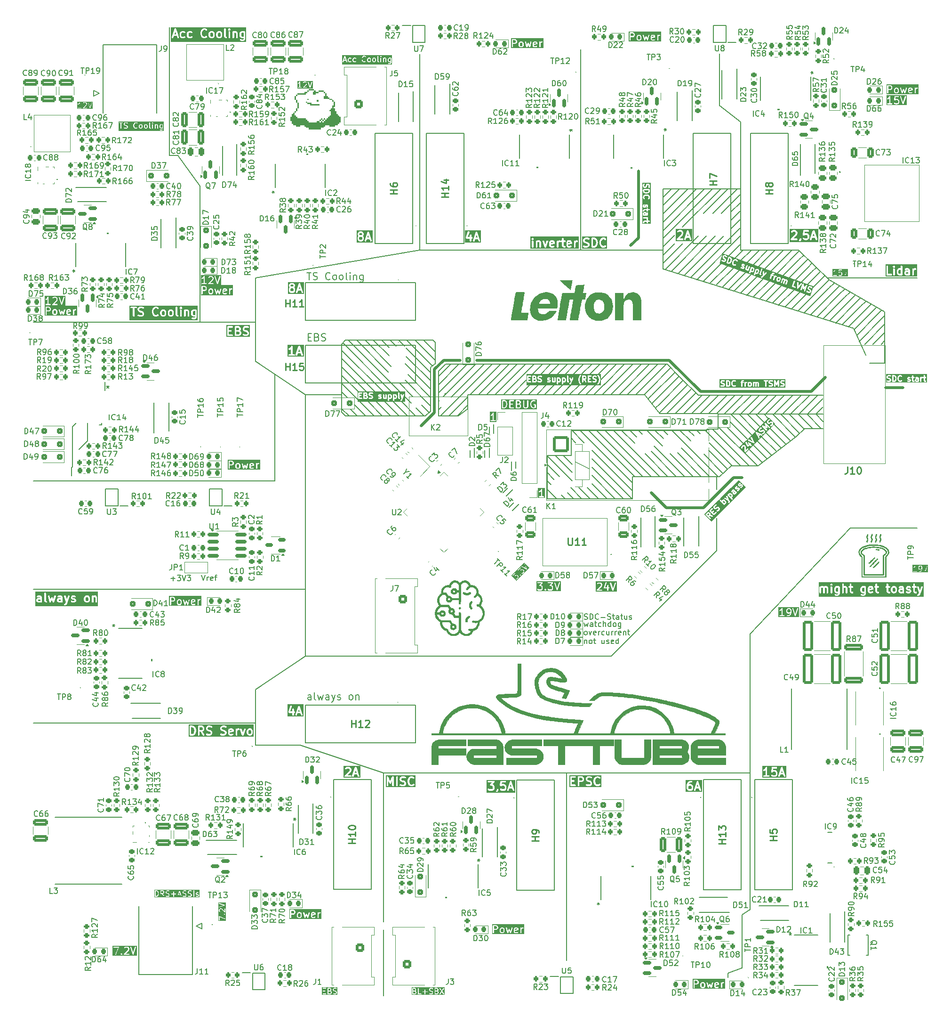
<source format=gbr>
%TF.GenerationSoftware,KiCad,Pcbnew,8.0.5*%
%TF.CreationDate,2025-01-18T20:32:25+01:00*%
%TF.ProjectId,FT25_PDU,46543235-5f50-4445-952e-6b696361645f,V1.2*%
%TF.SameCoordinates,Original*%
%TF.FileFunction,Legend,Top*%
%TF.FilePolarity,Positive*%
%FSLAX46Y46*%
G04 Gerber Fmt 4.6, Leading zero omitted, Abs format (unit mm)*
G04 Created by KiCad (PCBNEW 8.0.5) date 2025-01-18 20:32:25*
%MOMM*%
%LPD*%
G01*
G04 APERTURE LIST*
G04 Aperture macros list*
%AMRoundRect*
0 Rectangle with rounded corners*
0 $1 Rounding radius*
0 $2 $3 $4 $5 $6 $7 $8 $9 X,Y pos of 4 corners*
0 Add a 4 corners polygon primitive as box body*
4,1,4,$2,$3,$4,$5,$6,$7,$8,$9,$2,$3,0*
0 Add four circle primitives for the rounded corners*
1,1,$1+$1,$2,$3*
1,1,$1+$1,$4,$5*
1,1,$1+$1,$6,$7*
1,1,$1+$1,$8,$9*
0 Add four rect primitives between the rounded corners*
20,1,$1+$1,$2,$3,$4,$5,0*
20,1,$1+$1,$4,$5,$6,$7,0*
20,1,$1+$1,$6,$7,$8,$9,0*
20,1,$1+$1,$8,$9,$2,$3,0*%
%AMRotRect*
0 Rectangle, with rotation*
0 The origin of the aperture is its center*
0 $1 length*
0 $2 width*
0 $3 Rotation angle, in degrees counterclockwise*
0 Add horizontal line*
21,1,$1,$2,0,0,$3*%
G04 Aperture macros list end*
%ADD10C,0.150000*%
%ADD11C,0.500000*%
%ADD12C,0.300000*%
%ADD13C,0.250000*%
%ADD14C,0.200000*%
%ADD15C,0.125000*%
%ADD16C,0.254000*%
%ADD17C,0.100000*%
%ADD18C,0.120000*%
%ADD19C,0.152400*%
%ADD20C,0.000000*%
%ADD21C,0.127000*%
%ADD22C,0.010000*%
%ADD23R,1.500000X1.500000*%
%ADD24C,1.500000*%
%ADD25RoundRect,0.200000X0.275000X-0.200000X0.275000X0.200000X-0.275000X0.200000X-0.275000X-0.200000X0*%
%ADD26RoundRect,0.200000X-0.275000X0.200000X-0.275000X-0.200000X0.275000X-0.200000X0.275000X0.200000X0*%
%ADD27RoundRect,0.250000X1.100000X-0.325000X1.100000X0.325000X-1.100000X0.325000X-1.100000X-0.325000X0*%
%ADD28R,0.507200X1.456100*%
%ADD29R,6.502400X2.743200*%
%ADD30R,1.550000X2.200000*%
%ADD31RoundRect,0.200000X-0.200000X-0.275000X0.200000X-0.275000X0.200000X0.275000X-0.200000X0.275000X0*%
%ADD32RoundRect,0.150000X-0.150000X0.587500X-0.150000X-0.587500X0.150000X-0.587500X0.150000X0.587500X0*%
%ADD33RoundRect,0.150000X0.150000X-0.587500X0.150000X0.587500X-0.150000X0.587500X-0.150000X-0.587500X0*%
%ADD34RoundRect,0.250000X0.325000X1.100000X-0.325000X1.100000X-0.325000X-1.100000X0.325000X-1.100000X0*%
%ADD35RoundRect,0.218750X0.218750X0.256250X-0.218750X0.256250X-0.218750X-0.256250X0.218750X-0.256250X0*%
%ADD36R,0.420000X0.670000*%
%ADD37RoundRect,0.250000X0.300000X0.300000X-0.300000X0.300000X-0.300000X-0.300000X0.300000X-0.300000X0*%
%ADD38C,5.600000*%
%ADD39R,2.400000X2.400000*%
%ADD40C,2.400000*%
%ADD41RoundRect,0.225000X-0.250000X0.225000X-0.250000X-0.225000X0.250000X-0.225000X0.250000X0.225000X0*%
%ADD42C,4.300000*%
%ADD43RoundRect,0.250000X-0.300000X0.300000X-0.300000X-0.300000X0.300000X-0.300000X0.300000X0.300000X0*%
%ADD44RoundRect,0.225000X0.225000X0.250000X-0.225000X0.250000X-0.225000X-0.250000X0.225000X-0.250000X0*%
%ADD45R,1.550000X2.350000*%
%ADD46RoundRect,0.250000X-0.650000X0.325000X-0.650000X-0.325000X0.650000X-0.325000X0.650000X0.325000X0*%
%ADD47RoundRect,0.225000X0.250000X-0.225000X0.250000X0.225000X-0.250000X0.225000X-0.250000X-0.225000X0*%
%ADD48RoundRect,0.225000X-0.225000X-0.250000X0.225000X-0.250000X0.225000X0.250000X-0.225000X0.250000X0*%
%ADD49RoundRect,0.200000X0.200000X0.275000X-0.200000X0.275000X-0.200000X-0.275000X0.200000X-0.275000X0*%
%ADD50C,1.020000*%
%ADD51RoundRect,0.250001X0.499999X-0.499999X0.499999X0.499999X-0.499999X0.499999X-0.499999X-0.499999X0*%
%ADD52R,2.200000X1.550000*%
%ADD53RoundRect,0.250000X-0.450000X0.262500X-0.450000X-0.262500X0.450000X-0.262500X0.450000X0.262500X0*%
%ADD54RoundRect,0.150000X0.587500X0.150000X-0.587500X0.150000X-0.587500X-0.150000X0.587500X-0.150000X0*%
%ADD55R,2.350000X1.550000*%
%ADD56RoundRect,0.150000X-0.587500X-0.150000X0.587500X-0.150000X0.587500X0.150000X-0.587500X0.150000X0*%
%ADD57RoundRect,0.150000X0.512500X0.150000X-0.512500X0.150000X-0.512500X-0.150000X0.512500X-0.150000X0*%
%ADD58RoundRect,0.250000X-0.475000X0.250000X-0.475000X-0.250000X0.475000X-0.250000X0.475000X0.250000X0*%
%ADD59RotRect,0.420000X0.670000X315.000000*%
%ADD60RoundRect,0.225000X0.017678X-0.335876X0.335876X-0.017678X-0.017678X0.335876X-0.335876X0.017678X0*%
%ADD61C,3.000000*%
%ADD62R,1.520000X1.520000*%
%ADD63C,1.520000*%
%ADD64RoundRect,0.250000X0.450000X-0.262500X0.450000X0.262500X-0.450000X0.262500X-0.450000X-0.262500X0*%
%ADD65RoundRect,0.250000X-0.650000X-2.450000X0.650000X-2.450000X0.650000X2.450000X-0.650000X2.450000X0*%
%ADD66RoundRect,0.150000X-0.512500X-0.150000X0.512500X-0.150000X0.512500X0.150000X-0.512500X0.150000X0*%
%ADD67RoundRect,0.250000X0.300000X-0.300000X0.300000X0.300000X-0.300000X0.300000X-0.300000X-0.300000X0*%
%ADD68R,1.456100X0.507200*%
%ADD69R,2.743200X6.502400*%
%ADD70RoundRect,0.250000X-0.325000X-0.650000X0.325000X-0.650000X0.325000X0.650000X-0.325000X0.650000X0*%
%ADD71R,1.000000X1.500000*%
%ADD72R,0.600000X0.250000*%
%ADD73R,0.250000X0.600000*%
%ADD74R,0.250000X1.700000*%
%ADD75R,0.400000X2.100000*%
%ADD76RoundRect,0.200000X0.335876X0.053033X0.053033X0.335876X-0.335876X-0.053033X-0.053033X-0.335876X0*%
%ADD77C,3.400000*%
%ADD78C,2.250000*%
%ADD79RoundRect,0.250000X0.250000X0.475000X-0.250000X0.475000X-0.250000X-0.475000X0.250000X-0.475000X0*%
%ADD80R,1.475000X0.450000*%
%ADD81RotRect,1.500000X1.500000X315.000000*%
%ADD82RoundRect,0.218750X-0.218750X-0.256250X0.218750X-0.256250X0.218750X0.256250X-0.218750X0.256250X0*%
%ADD83RoundRect,0.225000X-0.017678X0.335876X-0.335876X0.017678X0.017678X-0.335876X0.335876X-0.017678X0*%
%ADD84RoundRect,0.075000X-0.548008X0.441942X0.441942X-0.548008X0.548008X-0.441942X-0.441942X0.548008X0*%
%ADD85RoundRect,0.075000X-0.548008X-0.441942X-0.441942X-0.548008X0.548008X0.441942X0.441942X0.548008X0*%
%ADD86R,1.450000X5.500000*%
%ADD87R,0.381000X1.016000*%
%ADD88R,2.360000X1.522000*%
%ADD89R,1.701800X0.611400*%
%ADD90RoundRect,0.250000X-1.100000X0.325000X-1.100000X-0.325000X1.100000X-0.325000X1.100000X0.325000X0*%
%ADD91RoundRect,0.225000X0.335876X0.017678X0.017678X0.335876X-0.335876X-0.017678X-0.017678X-0.335876X0*%
%ADD92R,1.700000X1.700000*%
%ADD93O,1.700000X1.700000*%
%ADD94R,0.675000X0.750000*%
%ADD95R,0.675000X0.655000*%
%ADD96R,0.655000X0.675000*%
%ADD97R,4.510000X4.295000*%
%ADD98RoundRect,0.250000X1.425000X-0.362500X1.425000X0.362500X-1.425000X0.362500X-1.425000X-0.362500X0*%
%ADD99RotRect,0.875000X0.775000X135.000000*%
%ADD100RoundRect,0.250000X0.475000X-0.250000X0.475000X0.250000X-0.475000X0.250000X-0.475000X-0.250000X0*%
%ADD101C,2.800000*%
%ADD102RoundRect,0.250000X-1.150000X-1.150000X1.150000X-1.150000X1.150000X1.150000X-1.150000X1.150000X0*%
%ADD103R,0.450000X1.525000*%
%ADD104R,6.500000X2.870000*%
%ADD105RoundRect,0.250000X0.312500X1.075000X-0.312500X1.075000X-0.312500X-1.075000X0.312500X-1.075000X0*%
%ADD106R,2.900000X5.400000*%
%ADD107R,3.060000X0.890000*%
%ADD108R,8.540000X5.350000*%
%ADD109RoundRect,0.250001X-0.499999X0.499999X-0.499999X-0.499999X0.499999X-0.499999X0.499999X0.499999X0*%
%ADD110R,1.700000X0.250000*%
%ADD111R,2.100000X0.400000*%
%ADD112R,5.500000X1.450000*%
%ADD113R,3.600000X2.300000*%
%ADD114RoundRect,0.250000X-0.250000X-0.475000X0.250000X-0.475000X0.250000X0.475000X-0.250000X0.475000X0*%
%ADD115R,2.100000X4.100000*%
%ADD116RoundRect,0.150000X-0.825000X-0.150000X0.825000X-0.150000X0.825000X0.150000X-0.825000X0.150000X0*%
%ADD117RoundRect,0.225000X-0.335876X-0.017678X-0.017678X-0.335876X0.335876X0.017678X0.017678X0.335876X0*%
%ADD118RoundRect,0.250000X-0.300000X-0.300000X0.300000X-0.300000X0.300000X0.300000X-0.300000X0.300000X0*%
%ADD119RoundRect,0.250000X0.650000X2.450000X-0.650000X2.450000X-0.650000X-2.450000X0.650000X-2.450000X0*%
%ADD120RoundRect,0.200000X-0.053033X0.335876X-0.335876X0.053033X0.053033X-0.335876X0.335876X-0.053033X0*%
G04 APERTURE END LIST*
D10*
X232000000Y-126400000D02*
X235300000Y-123100000D01*
X256600000Y-102400000D02*
X255300000Y-103700000D01*
X199600000Y-123000000D02*
X205100000Y-117500000D01*
D11*
X194800000Y-116800000D02*
X229400000Y-116800000D01*
D10*
X245000000Y-126500000D02*
X246500000Y-128000000D01*
X213700000Y-141700000D02*
X211700000Y-139700000D01*
X170500000Y-113900000D02*
X170500000Y-123000000D01*
X210400000Y-133900000D02*
X212000000Y-135500000D01*
X197600000Y-117500000D02*
X188300000Y-126800000D01*
X267700000Y-109300000D02*
X268200000Y-108800000D01*
X232000000Y-191000000D02*
X244000000Y-191000000D01*
X187900000Y-125500000D02*
X187900000Y-118800000D01*
X228300000Y-92000000D02*
X234300000Y-86000000D01*
X155000000Y-186000000D02*
X155000000Y-176000000D01*
D11*
X184800000Y-128600000D02*
X187200000Y-126200000D01*
D10*
X240000000Y-227750000D02*
X240000000Y-227000000D01*
X242250000Y-74000000D02*
X242250000Y-97000000D01*
D11*
X223900000Y-92900000D02*
X223900000Y-94800000D01*
D10*
X244000000Y-215500000D02*
X244000000Y-191000000D01*
X236700000Y-103000000D02*
X240100000Y-99700000D01*
X170500000Y-125500000D02*
X171800000Y-126800000D01*
X222800000Y-141700000D02*
X207500000Y-141700000D01*
X219900000Y-117500000D02*
X217100000Y-120300000D01*
X247600000Y-102400000D02*
X244600000Y-105400000D01*
X208500000Y-123000000D02*
X210500000Y-121000000D01*
X240500000Y-126500000D02*
X244300000Y-130300000D01*
X224700000Y-137700000D02*
X216400000Y-129400000D01*
X207500000Y-137000000D02*
X208700000Y-138200000D01*
X139500000Y-80000000D02*
X139500000Y-72000000D01*
X209100000Y-119500000D02*
X211100000Y-117500000D01*
X219000000Y-170000000D02*
X238000000Y-151000000D01*
X145000000Y-158000000D02*
X164000000Y-158000000D01*
X228300000Y-94900000D02*
X237200000Y-86000000D01*
X217900000Y-129400000D02*
X226200000Y-137700000D01*
X258200000Y-103800000D02*
X253700000Y-108300000D01*
X247125000Y-97000000D02*
X244500000Y-99700000D01*
X262900000Y-106600000D02*
X259400000Y-110100000D01*
X215500000Y-139000000D02*
X218200000Y-141700000D01*
X248500000Y-97000000D02*
X245500000Y-100000000D01*
X212000000Y-119500000D02*
X214000000Y-117500000D01*
X243800000Y-135800000D02*
X237200000Y-129200000D01*
X187900000Y-118800000D02*
X189200000Y-117500000D01*
X245700000Y-97000000D02*
X243400000Y-99300000D01*
X189800000Y-126800000D02*
X193200000Y-123400000D01*
X242250000Y-97000000D02*
X252700000Y-97000000D01*
X220850000Y-129400000D02*
X223200000Y-131700000D01*
X155000000Y-186000000D02*
X163000000Y-186000000D01*
X174900000Y-125400000D02*
X170500000Y-121000000D01*
X263900000Y-107100000D02*
X260600000Y-110400000D01*
X248000000Y-126500000D02*
X252100000Y-130600000D01*
X203600000Y-117500000D02*
X198100000Y-123000000D01*
D11*
X187200000Y-118400000D02*
X188900000Y-116800000D01*
D10*
X229100000Y-117500000D02*
X231300000Y-119800000D01*
X155000000Y-102000000D02*
X155000000Y-117000000D01*
X122750000Y-128050000D02*
X122050000Y-128750000D01*
X229200000Y-137700000D02*
X225100000Y-133600000D01*
X145000000Y-97000000D02*
X145000000Y-85500000D01*
X262000000Y-106000000D02*
X262900000Y-105100000D01*
X211000000Y-224700000D02*
X211000000Y-191000000D01*
X186500000Y-118100000D02*
X187300000Y-117400000D01*
D11*
X226200000Y-140600000D02*
X228900000Y-143300000D01*
D10*
X243800000Y-126500000D02*
X247200000Y-123100000D01*
X219700000Y-141700000D02*
X215500000Y-137500000D01*
X215500000Y-136000000D02*
X221200000Y-141700000D01*
X246800000Y-129800000D02*
X249600000Y-132600000D01*
D11*
X187200000Y-126200000D02*
X187200000Y-118400000D01*
D10*
X232100000Y-101600000D02*
X239200000Y-94500000D01*
X212500000Y-117500000D02*
X210500000Y-119500000D01*
X238200000Y-129200000D02*
X238200000Y-126500000D01*
X145000000Y-158000000D02*
X115000000Y-158000000D01*
X181000000Y-122500000D02*
X171700000Y-113200000D01*
X257400000Y-103100000D02*
X252600000Y-107900000D01*
X268200000Y-110300000D02*
X264600000Y-113900000D01*
X187300000Y-115300000D02*
X185200000Y-113200000D01*
X241700000Y-87500000D02*
X242200000Y-87000000D01*
X224400000Y-117500000D02*
X218900000Y-123000000D01*
X179000000Y-116000000D02*
X176200000Y-113200000D01*
X222400000Y-129400000D02*
X223600000Y-130600000D01*
X178000000Y-217700000D02*
X178000000Y-191000000D01*
X262600000Y-111100000D02*
X264800000Y-115900000D01*
X186900000Y-113200000D02*
X171200000Y-113200000D01*
X155000000Y-102000000D02*
X184500000Y-97000000D01*
X237900000Y-103300000D02*
X241100000Y-100100000D01*
X227000000Y-123900000D02*
X226300000Y-124600000D01*
X186200000Y-126200000D02*
X184900000Y-124900000D01*
X212000000Y-121000000D02*
X210000000Y-123000000D01*
X182100000Y-116100000D02*
X186500000Y-120500000D01*
X242300000Y-98900000D02*
X244200000Y-97000000D01*
X164000000Y-123000000D02*
X170500000Y-123000000D01*
X193200000Y-125500000D02*
X193200000Y-123000000D01*
X226900000Y-129400000D02*
X228400000Y-130900000D01*
X255800000Y-126500000D02*
X257100000Y-125200000D01*
X158500000Y-138500000D02*
X158500000Y-119340000D01*
X240400000Y-127900000D02*
X243500000Y-131000000D01*
X257400000Y-103100000D02*
X258200000Y-102300000D01*
X244000000Y-191000000D02*
X244000000Y-166000000D01*
X226300000Y-123100000D02*
X230400000Y-119000000D01*
X246100000Y-130600000D02*
X248700000Y-133200000D01*
X245300000Y-135800000D02*
X238400000Y-128900000D01*
X238200000Y-126400000D02*
X238200000Y-126600000D01*
X240600000Y-135800000D02*
X238500000Y-137700000D01*
X184500000Y-97000000D02*
X193500000Y-97000000D01*
X266700000Y-108800000D02*
X267700000Y-107800000D01*
D11*
X223900000Y-82800000D02*
X223900000Y-92900000D01*
D10*
X246800000Y-126500000D02*
X250200000Y-123100000D01*
X183000000Y-124500000D02*
X181800000Y-123300000D01*
X250000000Y-97000000D02*
X246600000Y-100400000D01*
X244500000Y-132000000D02*
X247000000Y-134500000D01*
X236200000Y-129400000D02*
X236200000Y-129200000D01*
X213200000Y-139700000D02*
X215200000Y-141700000D01*
X241100000Y-104400000D02*
X244300000Y-101200000D01*
X220400000Y-123000000D02*
X225900000Y-117500000D01*
X247600000Y-129100000D02*
X250400000Y-131900000D01*
X248700000Y-102800000D02*
X245700000Y-105800000D01*
X274000000Y-147000000D02*
X262000000Y-147000000D01*
X206100000Y-119500000D02*
X208100000Y-117500000D01*
X264800000Y-107700000D02*
X265800000Y-106700000D01*
X223400000Y-123000000D02*
X228900000Y-117500000D01*
X229000000Y-126400000D02*
X233400000Y-122000000D01*
X199000000Y-191000000D02*
X211000000Y-191000000D01*
X264800000Y-107700000D02*
X261700000Y-110800000D01*
X226300000Y-123100000D02*
X225700000Y-123700000D01*
X142000000Y-138500000D02*
X158500000Y-138500000D01*
X231300000Y-119800000D02*
X234700000Y-123100000D01*
X257100000Y-126500000D02*
X238200000Y-126500000D01*
X248300000Y-128300000D02*
X251300000Y-131300000D01*
X218500000Y-117500000D02*
X216700000Y-119300000D01*
X254800000Y-122400000D02*
X255000000Y-122400000D01*
X254200000Y-104800000D02*
X251400000Y-107600000D01*
X218500000Y-117500000D02*
X216700000Y-119300000D01*
X187900000Y-121200000D02*
X191600000Y-117500000D01*
X186500000Y-119000000D02*
X182100000Y-114600000D01*
X174800000Y-126800000D02*
X172800000Y-124800000D01*
X191500000Y-126800000D02*
X193200000Y-125500000D01*
X232200000Y-137700000D02*
X226700000Y-132200000D01*
X242200000Y-94500000D02*
X234400000Y-102300000D01*
X245400000Y-101600000D02*
X242300000Y-104700000D01*
X241800000Y-97900000D02*
X241200000Y-98500000D01*
X210700000Y-141700000D02*
X210000000Y-141000000D01*
X248300000Y-126500000D02*
X251700000Y-123100000D01*
X212200000Y-141700000D02*
X211100000Y-140600000D01*
X240100000Y-104100000D02*
X243400000Y-100800000D01*
X238500000Y-137700000D02*
X222800000Y-137700000D01*
X177800000Y-126800000D02*
X175200000Y-124200000D01*
X242700000Y-123100000D02*
X239300000Y-126500000D01*
X230650000Y-137700000D02*
X226200000Y-133200000D01*
X209200000Y-141700000D02*
X210700000Y-141700000D01*
X242200000Y-91500000D02*
X240600000Y-93100000D01*
X171200000Y-113200000D02*
X170500000Y-113900000D01*
X222800000Y-138800000D02*
X213400000Y-129400000D01*
X225700000Y-122200000D02*
X224900000Y-123000000D01*
X173500000Y-122500000D02*
X170500000Y-119500000D01*
X210000000Y-123000000D02*
X211800000Y-121200000D01*
X238500000Y-71000000D02*
X238500000Y-61700000D01*
X252700000Y-97000000D02*
X258200000Y-102300000D01*
X252000000Y-97000000D02*
X242250000Y-97000000D01*
X231800000Y-92900000D02*
X238700000Y-86000000D01*
X185300000Y-126800000D02*
X183900000Y-125400000D01*
X179000000Y-114500000D02*
X177700000Y-113200000D01*
X179300000Y-126800000D02*
X176700000Y-124200000D01*
X227700000Y-126400000D02*
X225000000Y-123000000D01*
X208900000Y-133900000D02*
X212000000Y-137000000D01*
X249800000Y-126500000D02*
X253200000Y-123100000D01*
X211800000Y-133900000D02*
X211800000Y-129400000D01*
X238000000Y-126400000D02*
X241300000Y-123100000D01*
X254400000Y-100100000D02*
X255100000Y-99400000D01*
X260100000Y-104900000D02*
X261000000Y-104000000D01*
X193100000Y-117500000D02*
X187900000Y-122700000D01*
X253100000Y-104400000D02*
X250300000Y-107200000D01*
X268200000Y-113300000D02*
X267600000Y-113900000D01*
X211500000Y-123000000D02*
X213300000Y-121200000D01*
X194600000Y-117500000D02*
X188800000Y-123300000D01*
X170500000Y-115000000D02*
X178000000Y-122500000D01*
X123250000Y-132800000D02*
X124750000Y-131300000D01*
X227700000Y-126200000D02*
X232700000Y-121200000D01*
X141000000Y-80000000D02*
X139500000Y-80000000D01*
X185600000Y-126800000D02*
X186500000Y-126000000D01*
X211800000Y-129300000D02*
X214100000Y-131600000D01*
X155000000Y-110000000D02*
X115000000Y-110000000D01*
X212000000Y-138500000D02*
X207500000Y-134000000D01*
D11*
X188900000Y-116800000D02*
X191800000Y-116800000D01*
D10*
X187300000Y-117400000D02*
X187300000Y-113600000D01*
X238200000Y-137700000D02*
X229900000Y-129400000D01*
X266700000Y-108800000D02*
X263200000Y-112300000D01*
X126900000Y-128450000D02*
X127300000Y-128450000D01*
X258200000Y-102300000D02*
X268200000Y-108100000D01*
X234700000Y-123100000D02*
X257100000Y-123100000D01*
X244600000Y-130600000D02*
X247800000Y-133800000D01*
X228300000Y-100400000D02*
X228300000Y-86000000D01*
X242200000Y-87000000D02*
X238800000Y-90400000D01*
X164000000Y-123000000D02*
X164000000Y-170000000D01*
X170500000Y-123000000D02*
X170500000Y-126100000D01*
X228400000Y-129400000D02*
X229200000Y-130200000D01*
X209600000Y-117500000D02*
X207600000Y-119500000D01*
X215500000Y-117500000D02*
X213700000Y-119300000D01*
X227000000Y-123900000D02*
X231200000Y-119700000D01*
D11*
X271500000Y-121700000D02*
X268400000Y-121700000D01*
D10*
X183800000Y-126800000D02*
X181200000Y-124200000D01*
X225700000Y-122200000D02*
X229700000Y-118200000D01*
X265800000Y-108200000D02*
X262700000Y-111300000D01*
X245300000Y-126500000D02*
X248700000Y-123100000D01*
X171200000Y-126800000D02*
X170500000Y-126100000D01*
D11*
X229400000Y-116800000D02*
X235100000Y-122400000D01*
D10*
X244800000Y-135800000D02*
X240600000Y-135800000D01*
D11*
X223900000Y-94800000D02*
X222500000Y-96200000D01*
D10*
X244800000Y-135800000D02*
X245400000Y-135800000D01*
X181000000Y-122500000D02*
X171700000Y-113200000D01*
X215500000Y-133000000D02*
X222800000Y-140300000D01*
X127300000Y-128450000D02*
X127300000Y-128050000D01*
X223900000Y-129400000D02*
X224600000Y-130100000D01*
X180300000Y-114300000D02*
X179200000Y-113200000D01*
X256600000Y-102400000D02*
X257400000Y-101600000D01*
X252000000Y-104000000D02*
X249100000Y-106900000D01*
X174700000Y-113200000D02*
X179400000Y-117900000D01*
X242200000Y-96000000D02*
X240100000Y-98100000D01*
X255100000Y-100900000D02*
X253200000Y-102800000D01*
X176300000Y-126800000D02*
X174900000Y-125400000D01*
X236500000Y-126400000D02*
X239800000Y-123100000D01*
X246500000Y-126500000D02*
X247300000Y-127300000D01*
X225000000Y-123000000D02*
X193200000Y-123000000D01*
X214700000Y-139700000D02*
X216700000Y-141700000D01*
X227700000Y-124700000D02*
X227000000Y-125400000D01*
X243800000Y-132800000D02*
X246100000Y-135100000D01*
X268200000Y-117300000D02*
X265500000Y-117300000D01*
X155000000Y-182000000D02*
X115000000Y-182000000D01*
X207500000Y-140000000D02*
X209200000Y-141700000D01*
X242500000Y-226000000D02*
X242500000Y-216500000D01*
X235600000Y-90400000D02*
X240000000Y-86000000D01*
X205100000Y-117500000D02*
X203600000Y-117500000D01*
X242200000Y-90000000D02*
X240600000Y-91600000D01*
X238000000Y-140000000D02*
X238000000Y-137700000D01*
X207500000Y-135500000D02*
X209700000Y-137700000D01*
X187900000Y-125700000D02*
X188400000Y-125200000D01*
X245400000Y-135800000D02*
X252300000Y-130500000D01*
X182200000Y-113200000D02*
X186800000Y-117800000D01*
D11*
X255000000Y-122400000D02*
X257500000Y-119900000D01*
D10*
X242300000Y-135800000D02*
X235900000Y-129400000D01*
X213500000Y-97000000D02*
X228200000Y-97000000D01*
X179600000Y-124100000D02*
X182300000Y-126800000D01*
X241800000Y-97900000D02*
X242700000Y-97000000D01*
X214400000Y-123000000D02*
X216200000Y-121200000D01*
X217000000Y-117500000D02*
X215100000Y-119400000D01*
X225400000Y-129400000D02*
X228200000Y-132200000D01*
X164000000Y-170000000D02*
X219000000Y-170000000D01*
X260100000Y-104900000D02*
X256000000Y-109000000D01*
X255900000Y-101600000D02*
X254300000Y-103200000D01*
X211800000Y-129400000D02*
X229900000Y-129400000D01*
X200600000Y-117500000D02*
X195100000Y-123000000D01*
X206100000Y-121000000D02*
X204100000Y-123000000D01*
X236700000Y-137700000D02*
X231600000Y-132600000D01*
D11*
X241000000Y-137900000D02*
X242500000Y-137900000D01*
D10*
X253600000Y-99400000D02*
X251000000Y-102000000D01*
X183700000Y-113200000D02*
X187300000Y-116800000D01*
X227700000Y-126400000D02*
X238200000Y-126400000D01*
X267700000Y-109300000D02*
X263600000Y-113400000D01*
X243500000Y-126500000D02*
X245800000Y-128800000D01*
X229800000Y-100800000D02*
X236100000Y-94500000D01*
X238000000Y-145200000D02*
X238000000Y-151000000D01*
X262600000Y-111100000D02*
X228300000Y-100400000D01*
X222800000Y-137700000D02*
X222800000Y-141700000D01*
X155000000Y-117000000D02*
X164000000Y-123000000D01*
X227400000Y-117500000D02*
X221900000Y-123000000D01*
X274000000Y-102000000D02*
X257900000Y-102000000D01*
X193500000Y-97000000D02*
X211000000Y-97000000D01*
X239000000Y-103700000D02*
X242200000Y-100500000D01*
X235700000Y-133700000D02*
X239100000Y-137100000D01*
X261000000Y-105500000D02*
X257100000Y-109400000D01*
X252800000Y-126500000D02*
X256200000Y-123100000D01*
X240800000Y-135800000D02*
X236600000Y-131600000D01*
X233700000Y-137700000D02*
X229600000Y-133600000D01*
X124750000Y-131300000D02*
X124750000Y-128050000D01*
X244000000Y-166000000D02*
X262000000Y-147000000D01*
X213500000Y-97000000D02*
X213500000Y-60900000D01*
X255100000Y-100900000D02*
X255900000Y-100100000D01*
X255800000Y-126500000D02*
X257100000Y-127800000D01*
X230500000Y-126400000D02*
X234200000Y-122700000D01*
X242000000Y-126500000D02*
X245000000Y-129500000D01*
X207500000Y-138500000D02*
X208200000Y-139200000D01*
X261000000Y-105500000D02*
X262000000Y-104500000D01*
X227700000Y-137700000D02*
X219400000Y-129400000D01*
X187900000Y-126800000D02*
X191500000Y-126800000D01*
X145000000Y-97000000D02*
X145000000Y-110000000D01*
X181800000Y-114300000D02*
X180700000Y-113200000D01*
X242500000Y-216500000D02*
X244000000Y-215500000D01*
X139500000Y-72000000D02*
X139500000Y-57000000D01*
X240800000Y-126500000D02*
X244200000Y-123100000D01*
X211000000Y-97000000D02*
X213500000Y-97000000D01*
X259100000Y-104400000D02*
X254900000Y-108600000D01*
X145000000Y-85500000D02*
X141000000Y-80000000D01*
X193200000Y-124900000D02*
X191300000Y-126800000D01*
X187300000Y-113600000D02*
X186900000Y-113200000D01*
X187900000Y-124200000D02*
X188100000Y-124000000D01*
X215100000Y-119400000D02*
X217000000Y-117500000D01*
X186500000Y-126000000D02*
X186500000Y-118100000D01*
X196100000Y-117500000D02*
X190200000Y-123400000D01*
X253800000Y-129100000D02*
X257100000Y-129100000D01*
X228700000Y-100500000D02*
X234700000Y-94500000D01*
X122050000Y-128750000D02*
X122050000Y-135950000D01*
X213000000Y-123000000D02*
X214800000Y-121200000D01*
X229900000Y-129400000D02*
X236200000Y-129400000D01*
X228300000Y-89000000D02*
X231300000Y-86000000D01*
X242250000Y-74000000D02*
X238500000Y-71000000D01*
X239900000Y-128900000D02*
X242800000Y-131800000D01*
X240000000Y-227000000D02*
X242500000Y-226000000D01*
X249500000Y-126500000D02*
X252900000Y-129900000D01*
X206600000Y-117500000D02*
X204600000Y-119500000D01*
X246500000Y-102000000D02*
X243400000Y-105100000D01*
X252800000Y-97200000D02*
X248800000Y-101200000D01*
X238900000Y-99300000D02*
X235600000Y-102600000D01*
X251000000Y-126500000D02*
X253700000Y-129200000D01*
D11*
X235100000Y-122400000D02*
X254800000Y-122400000D01*
D10*
X251500000Y-97000000D02*
X247700000Y-100800000D01*
X232900000Y-129400000D02*
X233900000Y-130400000D01*
X252800000Y-98700000D02*
X249900000Y-101600000D01*
X265800000Y-108200000D02*
X266700000Y-107300000D01*
X189200000Y-117500000D02*
X229100000Y-117500000D01*
X268200000Y-111800000D02*
X266100000Y-113900000D01*
X173300000Y-126800000D02*
X172100000Y-125600000D01*
D11*
X235600000Y-143300000D02*
X241000000Y-137900000D01*
D10*
X205600000Y-123000000D02*
X207600000Y-121000000D01*
X242300000Y-126500000D02*
X245700000Y-123100000D01*
X237300000Y-90400000D02*
X241700000Y-86000000D01*
X207500000Y-138500000D02*
X207500000Y-137000000D01*
X179500000Y-122500000D02*
X170700000Y-113700000D01*
X242200000Y-88500000D02*
X240600000Y-90100000D01*
X122050000Y-135950000D02*
X121900000Y-136100000D01*
X262900000Y-106600000D02*
X263900000Y-105600000D01*
X170500000Y-116500000D02*
X176500000Y-122500000D01*
D11*
X228900000Y-143300000D02*
X235600000Y-143300000D01*
D10*
X235000000Y-126400000D02*
X238300000Y-123100000D01*
X236500000Y-133000000D02*
X239900000Y-136400000D01*
X219900000Y-117500000D02*
X217900000Y-119500000D01*
X202600000Y-123000000D02*
X204600000Y-121000000D01*
X259100000Y-104400000D02*
X260100000Y-103400000D01*
X228300000Y-96400000D02*
X230400000Y-94300000D01*
X115000000Y-138500000D02*
X142000000Y-138500000D01*
X215500000Y-134500000D02*
X222700000Y-141700000D01*
X236200000Y-129200000D02*
X238200000Y-129200000D01*
X178100000Y-124100000D02*
X180800000Y-126800000D01*
X186500000Y-123500000D02*
X182400000Y-119400000D01*
X249800000Y-103200000D02*
X246900000Y-106100000D01*
X263900000Y-107100000D02*
X264800000Y-106200000D01*
X214900000Y-129400000D02*
X223200000Y-137700000D01*
X217900000Y-121000000D02*
X215900000Y-123000000D01*
X193600000Y-123000000D02*
X199100000Y-117500000D01*
X268200000Y-108100000D02*
X268200000Y-117300000D01*
X178000000Y-191000000D02*
X199000000Y-191000000D01*
X252800000Y-98700000D02*
X253600000Y-97900000D01*
X187900000Y-125500000D02*
X187900000Y-126800000D01*
X121900000Y-136100000D02*
X121900000Y-137550000D01*
X207500000Y-133900000D02*
X211800000Y-133900000D01*
X155000000Y-176000000D02*
X164000000Y-170000000D01*
X211000000Y-191000000D02*
X232000000Y-191000000D01*
X262000000Y-106000000D02*
X258300000Y-109700000D01*
X221400000Y-117500000D02*
X217700000Y-121200000D01*
X178000000Y-219200000D02*
X178000000Y-231000000D01*
X196600000Y-123000000D02*
X202100000Y-117500000D01*
X251300000Y-126500000D02*
X254700000Y-123100000D01*
X242200000Y-93000000D02*
X233300000Y-101900000D01*
X228300000Y-97900000D02*
X230400000Y-95800000D01*
X171200000Y-126800000D02*
X185600000Y-126800000D01*
X235200000Y-137700000D02*
X230900000Y-133400000D01*
X231000000Y-101200000D02*
X237700000Y-94500000D01*
X228300000Y-99400000D02*
X231900000Y-95800000D01*
X178900000Y-118900000D02*
X173200000Y-113200000D01*
X209000000Y-121000000D02*
X207000000Y-123000000D01*
X181900000Y-117400000D02*
X186500000Y-122000000D01*
X174800000Y-126800000D02*
X173400000Y-125400000D01*
X186500000Y-125000000D02*
X181900000Y-120400000D01*
X258200000Y-103800000D02*
X259100000Y-102900000D01*
X252600000Y-126500000D02*
X255200000Y-129100000D01*
X227700000Y-124700000D02*
X231900000Y-120500000D01*
X233500000Y-126400000D02*
X236800000Y-123100000D01*
X254400000Y-100100000D02*
X252100000Y-102400000D01*
X170500000Y-122500000D02*
X171500000Y-123500000D01*
X228300000Y-90500000D02*
X232800000Y-86000000D01*
X228300000Y-86000000D02*
X242200000Y-86000000D01*
X255900000Y-101600000D02*
X256600000Y-100900000D01*
X190100000Y-117500000D02*
X187900000Y-119700000D01*
X228300000Y-93500000D02*
X235800000Y-86000000D01*
X203700000Y-120400000D02*
X201100000Y-123000000D01*
X254300000Y-126500000D02*
X257100000Y-123700000D01*
X254200000Y-126500000D02*
X256800000Y-129100000D01*
X175000000Y-122500000D02*
X170500000Y-118000000D01*
X207500000Y-141700000D02*
X207500000Y-133900000D01*
X252300000Y-130500000D02*
X253800000Y-129100000D01*
X217400000Y-123000000D02*
X222900000Y-117500000D01*
X163000000Y-186000000D02*
X178000000Y-191000000D01*
X184500000Y-96800000D02*
X184500000Y-61800000D01*
X231400000Y-129400000D02*
X233300000Y-131300000D01*
X253600000Y-99400000D02*
X254400000Y-98600000D01*
X211800000Y-130800000D02*
X212600000Y-131600000D01*
X250900000Y-103600000D02*
X248000000Y-106500000D01*
X234400000Y-129400000D02*
X235000000Y-130000000D01*
X183300000Y-123300000D02*
X180900000Y-120900000D01*
X228300000Y-87500000D02*
X229800000Y-86000000D01*
D12*
G36*
X152848796Y-57934962D02*
G01*
X152848796Y-58606694D01*
X152820529Y-58620828D01*
X152605634Y-58620828D01*
X152516220Y-58576121D01*
X152479215Y-58539116D01*
X152434510Y-58449704D01*
X152434510Y-58091951D01*
X152479215Y-58002540D01*
X152516220Y-57965535D01*
X152605634Y-57920828D01*
X152820528Y-57920828D01*
X152848796Y-57934962D01*
G37*
G36*
X147267085Y-57965535D02*
G01*
X147304089Y-58002539D01*
X147348795Y-58091951D01*
X147348795Y-58449704D01*
X147304088Y-58539117D01*
X147267083Y-58576122D01*
X147177671Y-58620828D01*
X147034205Y-58620828D01*
X146944791Y-58576121D01*
X146907786Y-58539116D01*
X146863081Y-58449704D01*
X146863081Y-58091951D01*
X146907786Y-58002540D01*
X146944791Y-57965535D01*
X147034205Y-57920828D01*
X147177671Y-57920828D01*
X147267085Y-57965535D01*
G37*
G36*
X148624228Y-57965535D02*
G01*
X148661232Y-58002539D01*
X148705938Y-58091951D01*
X148705938Y-58449704D01*
X148661231Y-58539117D01*
X148624226Y-58576122D01*
X148534814Y-58620828D01*
X148391348Y-58620828D01*
X148301934Y-58576121D01*
X148264929Y-58539116D01*
X148220224Y-58449704D01*
X148220224Y-58091951D01*
X148264929Y-58002540D01*
X148301934Y-57965535D01*
X148391348Y-57920828D01*
X148534814Y-57920828D01*
X148624228Y-57965535D01*
G37*
G36*
X140719255Y-58192257D02*
G01*
X140421196Y-58192257D01*
X140570225Y-57745169D01*
X140719255Y-58192257D01*
G37*
G36*
X153315463Y-59587495D02*
G01*
X139754736Y-59587495D01*
X139754736Y-58752067D01*
X139921403Y-58752067D01*
X139925552Y-58810448D01*
X139951726Y-58862795D01*
X139995940Y-58901142D01*
X140051464Y-58919650D01*
X140109845Y-58915501D01*
X140162192Y-58889327D01*
X140200539Y-58845113D01*
X140212527Y-58818262D01*
X140321196Y-58492257D01*
X140819255Y-58492257D01*
X140927923Y-58818262D01*
X140939911Y-58845113D01*
X140978258Y-58889328D01*
X141030606Y-58915501D01*
X141088986Y-58919651D01*
X141144510Y-58901142D01*
X141188724Y-58862795D01*
X141214898Y-58810448D01*
X141219048Y-58752068D01*
X141212528Y-58723394D01*
X140990244Y-58056542D01*
X141348796Y-58056542D01*
X141348796Y-58485114D01*
X141351678Y-58514378D01*
X141353740Y-58519356D01*
X141354122Y-58524732D01*
X141364632Y-58552196D01*
X141436060Y-58695053D01*
X141443987Y-58707646D01*
X141445503Y-58711306D01*
X141448884Y-58715425D01*
X141451725Y-58719939D01*
X141454718Y-58722535D01*
X141464158Y-58734037D01*
X141535587Y-58805466D01*
X141547091Y-58814907D01*
X141549686Y-58817899D01*
X141554195Y-58820737D01*
X141558318Y-58824121D01*
X141561979Y-58825637D01*
X141574571Y-58833564D01*
X141717429Y-58904992D01*
X141744892Y-58915502D01*
X141750267Y-58915883D01*
X141755246Y-58917946D01*
X141784510Y-58920828D01*
X142070224Y-58920828D01*
X142099488Y-58917946D01*
X142104466Y-58915883D01*
X142109842Y-58915502D01*
X142137305Y-58904992D01*
X142280164Y-58833564D01*
X142305049Y-58817899D01*
X142343396Y-58773685D01*
X142361904Y-58718162D01*
X142357756Y-58659782D01*
X142331582Y-58607433D01*
X142287367Y-58569086D01*
X142231845Y-58550578D01*
X142173464Y-58554726D01*
X142146001Y-58565235D01*
X142034815Y-58620828D01*
X141819920Y-58620828D01*
X141730506Y-58576121D01*
X141693501Y-58539116D01*
X141648796Y-58449704D01*
X141648796Y-58091951D01*
X141666500Y-58056542D01*
X142634510Y-58056542D01*
X142634510Y-58485114D01*
X142637392Y-58514378D01*
X142639454Y-58519356D01*
X142639836Y-58524732D01*
X142650346Y-58552196D01*
X142721774Y-58695053D01*
X142729701Y-58707646D01*
X142731217Y-58711306D01*
X142734598Y-58715425D01*
X142737439Y-58719939D01*
X142740432Y-58722535D01*
X142749872Y-58734037D01*
X142821301Y-58805466D01*
X142832805Y-58814907D01*
X142835400Y-58817899D01*
X142839909Y-58820737D01*
X142844032Y-58824121D01*
X142847693Y-58825637D01*
X142860285Y-58833564D01*
X143003143Y-58904992D01*
X143030606Y-58915502D01*
X143035981Y-58915883D01*
X143040960Y-58917946D01*
X143070224Y-58920828D01*
X143355938Y-58920828D01*
X143385202Y-58917946D01*
X143390180Y-58915883D01*
X143395556Y-58915502D01*
X143423019Y-58904992D01*
X143565878Y-58833564D01*
X143590763Y-58817899D01*
X143629110Y-58773685D01*
X143647618Y-58718162D01*
X143643470Y-58659782D01*
X143617296Y-58607433D01*
X143573081Y-58569086D01*
X143517559Y-58550578D01*
X143459178Y-58554726D01*
X143431715Y-58565235D01*
X143320529Y-58620828D01*
X143105634Y-58620828D01*
X143016220Y-58576121D01*
X142979215Y-58539116D01*
X142934510Y-58449704D01*
X142934510Y-58091951D01*
X142979215Y-58002540D01*
X143016220Y-57965535D01*
X143105634Y-57920828D01*
X143320528Y-57920828D01*
X143431714Y-57976421D01*
X143459177Y-57986931D01*
X143517557Y-57991079D01*
X143573080Y-57972571D01*
X143617295Y-57934225D01*
X143627565Y-57913685D01*
X145063081Y-57913685D01*
X145063081Y-58127971D01*
X145063583Y-58133074D01*
X145063258Y-58135262D01*
X145064877Y-58146212D01*
X145065963Y-58157235D01*
X145066810Y-58159279D01*
X145067560Y-58164351D01*
X145138988Y-58450065D01*
X145139759Y-58452223D01*
X145139836Y-58453304D01*
X145144494Y-58465478D01*
X145148881Y-58477756D01*
X145149525Y-58478626D01*
X145150345Y-58480767D01*
X145221774Y-58623624D01*
X145229701Y-58636217D01*
X145231217Y-58639877D01*
X145234598Y-58643996D01*
X145237439Y-58648510D01*
X145240432Y-58651106D01*
X145249872Y-58662608D01*
X145392729Y-58805466D01*
X145415459Y-58824121D01*
X145420438Y-58826183D01*
X145424510Y-58829715D01*
X145451361Y-58841703D01*
X145665647Y-58913131D01*
X145680159Y-58916430D01*
X145683817Y-58917946D01*
X145689119Y-58918468D01*
X145694321Y-58919651D01*
X145698275Y-58919369D01*
X145713081Y-58920828D01*
X145855938Y-58920828D01*
X145870743Y-58919369D01*
X145874698Y-58919651D01*
X145879899Y-58918468D01*
X145885202Y-58917946D01*
X145888859Y-58916430D01*
X145903372Y-58913131D01*
X146117658Y-58841703D01*
X146144509Y-58829715D01*
X146148582Y-58826181D01*
X146153560Y-58824120D01*
X146176291Y-58805465D01*
X146247719Y-58734036D01*
X146266373Y-58711306D01*
X146288770Y-58657233D01*
X146288769Y-58598707D01*
X146266372Y-58544635D01*
X146224986Y-58503250D01*
X146170914Y-58480853D01*
X146112388Y-58480854D01*
X146058316Y-58503251D01*
X146035585Y-58521906D01*
X145989197Y-58568294D01*
X145831595Y-58620828D01*
X145737424Y-58620828D01*
X145579821Y-58568294D01*
X145479216Y-58467688D01*
X145426035Y-58361328D01*
X145363081Y-58109507D01*
X145363081Y-58056542D01*
X146563081Y-58056542D01*
X146563081Y-58485114D01*
X146565963Y-58514378D01*
X146568025Y-58519356D01*
X146568407Y-58524732D01*
X146578917Y-58552196D01*
X146650345Y-58695053D01*
X146658272Y-58707646D01*
X146659788Y-58711306D01*
X146663169Y-58715425D01*
X146666010Y-58719939D01*
X146669003Y-58722535D01*
X146678443Y-58734037D01*
X146749872Y-58805466D01*
X146761376Y-58814907D01*
X146763971Y-58817899D01*
X146768480Y-58820737D01*
X146772603Y-58824121D01*
X146776264Y-58825637D01*
X146788856Y-58833564D01*
X146931714Y-58904992D01*
X146959177Y-58915502D01*
X146964552Y-58915883D01*
X146969531Y-58917946D01*
X146998795Y-58920828D01*
X147213081Y-58920828D01*
X147242345Y-58917946D01*
X147247323Y-58915883D01*
X147252699Y-58915502D01*
X147280163Y-58904992D01*
X147423020Y-58833564D01*
X147435613Y-58825636D01*
X147439273Y-58824121D01*
X147443392Y-58820739D01*
X147447906Y-58817899D01*
X147450502Y-58814905D01*
X147462004Y-58805466D01*
X147533433Y-58734037D01*
X147542874Y-58722532D01*
X147545866Y-58719938D01*
X147548704Y-58715428D01*
X147552088Y-58711306D01*
X147553604Y-58707644D01*
X147561531Y-58695053D01*
X147632959Y-58552195D01*
X147643469Y-58524732D01*
X147643850Y-58519356D01*
X147645913Y-58514378D01*
X147648795Y-58485114D01*
X147648795Y-58056542D01*
X147920224Y-58056542D01*
X147920224Y-58485114D01*
X147923106Y-58514378D01*
X147925168Y-58519356D01*
X147925550Y-58524732D01*
X147936060Y-58552196D01*
X148007488Y-58695053D01*
X148015415Y-58707646D01*
X148016931Y-58711306D01*
X148020312Y-58715425D01*
X148023153Y-58719939D01*
X148026146Y-58722535D01*
X148035586Y-58734037D01*
X148107015Y-58805466D01*
X148118519Y-58814907D01*
X148121114Y-58817899D01*
X148125623Y-58820737D01*
X148129746Y-58824121D01*
X148133407Y-58825637D01*
X148145999Y-58833564D01*
X148288857Y-58904992D01*
X148316320Y-58915502D01*
X148321695Y-58915883D01*
X148326674Y-58917946D01*
X148355938Y-58920828D01*
X148570224Y-58920828D01*
X148599488Y-58917946D01*
X148604466Y-58915883D01*
X148609842Y-58915502D01*
X148637306Y-58904992D01*
X148780163Y-58833564D01*
X148792756Y-58825636D01*
X148796416Y-58824121D01*
X148800535Y-58820739D01*
X148805049Y-58817899D01*
X148807645Y-58814905D01*
X148819147Y-58805466D01*
X148890576Y-58734037D01*
X148900017Y-58722532D01*
X148903009Y-58719938D01*
X148905847Y-58715428D01*
X148909231Y-58711306D01*
X148910747Y-58707644D01*
X148918674Y-58695053D01*
X148990102Y-58552195D01*
X149000612Y-58524732D01*
X149000993Y-58519356D01*
X149003056Y-58514378D01*
X149005938Y-58485114D01*
X149005938Y-58056542D01*
X149003056Y-58027278D01*
X149000993Y-58022299D01*
X149000612Y-58016924D01*
X148990102Y-57989461D01*
X148918674Y-57846603D01*
X148910745Y-57834008D01*
X148909230Y-57830349D01*
X148905848Y-57826228D01*
X148903009Y-57821718D01*
X148900017Y-57819123D01*
X148890575Y-57807618D01*
X148819146Y-57736190D01*
X148807646Y-57726752D01*
X148805049Y-57723758D01*
X148800532Y-57720915D01*
X148796415Y-57717536D01*
X148792758Y-57716021D01*
X148780163Y-57708093D01*
X148637306Y-57636664D01*
X148609843Y-57626155D01*
X148604468Y-57625773D01*
X148599488Y-57623710D01*
X148570224Y-57620828D01*
X148355938Y-57620828D01*
X148326674Y-57623710D01*
X148321693Y-57625773D01*
X148316319Y-57626155D01*
X148288855Y-57636664D01*
X148145999Y-57708093D01*
X148133405Y-57716020D01*
X148129746Y-57717536D01*
X148125625Y-57720917D01*
X148121113Y-57723758D01*
X148118516Y-57726751D01*
X148107016Y-57736190D01*
X148035587Y-57807618D01*
X148026147Y-57819120D01*
X148023153Y-57821717D01*
X148020311Y-57826231D01*
X148016932Y-57830349D01*
X148015416Y-57834007D01*
X148007488Y-57846603D01*
X147936060Y-57989460D01*
X147925550Y-58016924D01*
X147925168Y-58022299D01*
X147923106Y-58027278D01*
X147920224Y-58056542D01*
X147648795Y-58056542D01*
X147645913Y-58027278D01*
X147643850Y-58022299D01*
X147643469Y-58016924D01*
X147632959Y-57989461D01*
X147561531Y-57846603D01*
X147553602Y-57834008D01*
X147552087Y-57830349D01*
X147548705Y-57826228D01*
X147545866Y-57821718D01*
X147542874Y-57819123D01*
X147533432Y-57807618D01*
X147462003Y-57736190D01*
X147450503Y-57726752D01*
X147447906Y-57723758D01*
X147443389Y-57720915D01*
X147439272Y-57717536D01*
X147435615Y-57716021D01*
X147423020Y-57708093D01*
X147280163Y-57636664D01*
X147252700Y-57626155D01*
X147247325Y-57625773D01*
X147242345Y-57623710D01*
X147213081Y-57620828D01*
X146998795Y-57620828D01*
X146969531Y-57623710D01*
X146964550Y-57625773D01*
X146959176Y-57626155D01*
X146931712Y-57636664D01*
X146788856Y-57708093D01*
X146776262Y-57716020D01*
X146772603Y-57717536D01*
X146768482Y-57720917D01*
X146763970Y-57723758D01*
X146761373Y-57726751D01*
X146749873Y-57736190D01*
X146678444Y-57807618D01*
X146669004Y-57819120D01*
X146666010Y-57821717D01*
X146663168Y-57826231D01*
X146659789Y-57830349D01*
X146658273Y-57834007D01*
X146650345Y-57846603D01*
X146578917Y-57989460D01*
X146568407Y-58016924D01*
X146568025Y-58022299D01*
X146565963Y-58027278D01*
X146563081Y-58056542D01*
X145363081Y-58056542D01*
X145363081Y-57932148D01*
X145426035Y-57680327D01*
X145479216Y-57573967D01*
X145579822Y-57473361D01*
X145737424Y-57420828D01*
X145831598Y-57420828D01*
X145989196Y-57473361D01*
X146035586Y-57519751D01*
X146058316Y-57538406D01*
X146112389Y-57560802D01*
X146170915Y-57560802D01*
X146224987Y-57538406D01*
X146266373Y-57497020D01*
X146288769Y-57442948D01*
X146288769Y-57384422D01*
X146266373Y-57330349D01*
X146247718Y-57307619D01*
X146210927Y-57270828D01*
X149348795Y-57270828D01*
X149348795Y-58556542D01*
X149351677Y-58585806D01*
X149353738Y-58590783D01*
X149354121Y-58596161D01*
X149364631Y-58623624D01*
X149436060Y-58766482D01*
X149439140Y-58771376D01*
X149439910Y-58773684D01*
X149442402Y-58776557D01*
X149451725Y-58791368D01*
X149465936Y-58803692D01*
X149478257Y-58817899D01*
X149493064Y-58827220D01*
X149495940Y-58829714D01*
X149498248Y-58830483D01*
X149503142Y-58833564D01*
X149646000Y-58904992D01*
X149673463Y-58915502D01*
X149731843Y-58919650D01*
X149787366Y-58901142D01*
X149831581Y-58862795D01*
X149857755Y-58810446D01*
X149861903Y-58752066D01*
X149843395Y-58696544D01*
X149805049Y-58652329D01*
X149780163Y-58636664D01*
X149682027Y-58587596D01*
X149648795Y-58521132D01*
X149648795Y-57770828D01*
X150134509Y-57770828D01*
X150134509Y-58770828D01*
X150137391Y-58800092D01*
X150159789Y-58854164D01*
X150201173Y-58895548D01*
X150255245Y-58917946D01*
X150313773Y-58917946D01*
X150367845Y-58895548D01*
X150409229Y-58854164D01*
X150431627Y-58800092D01*
X150434509Y-58770828D01*
X150434509Y-57770828D01*
X150848795Y-57770828D01*
X150848795Y-58770828D01*
X150851677Y-58800092D01*
X150874075Y-58854164D01*
X150915459Y-58895548D01*
X150969531Y-58917946D01*
X151028059Y-58917946D01*
X151082131Y-58895548D01*
X151123515Y-58854164D01*
X151145913Y-58800092D01*
X151148795Y-58770828D01*
X151148795Y-57975817D01*
X151159077Y-57965535D01*
X151248491Y-57920828D01*
X151391957Y-57920828D01*
X151458421Y-57954060D01*
X151491653Y-58020524D01*
X151491653Y-58770828D01*
X151494535Y-58800092D01*
X151516933Y-58854164D01*
X151558317Y-58895548D01*
X151612389Y-58917946D01*
X151670917Y-58917946D01*
X151724989Y-58895548D01*
X151766373Y-58854164D01*
X151788771Y-58800092D01*
X151791653Y-58770828D01*
X151791653Y-58056542D01*
X152134510Y-58056542D01*
X152134510Y-58485114D01*
X152137392Y-58514378D01*
X152139454Y-58519356D01*
X152139836Y-58524732D01*
X152150346Y-58552196D01*
X152221774Y-58695053D01*
X152229701Y-58707646D01*
X152231217Y-58711306D01*
X152234598Y-58715425D01*
X152237439Y-58719939D01*
X152240432Y-58722535D01*
X152249872Y-58734037D01*
X152321301Y-58805466D01*
X152332805Y-58814907D01*
X152335400Y-58817899D01*
X152339909Y-58820737D01*
X152344032Y-58824121D01*
X152347693Y-58825637D01*
X152360285Y-58833564D01*
X152503143Y-58904992D01*
X152530606Y-58915502D01*
X152535981Y-58915883D01*
X152540960Y-58917946D01*
X152570224Y-58920828D01*
X152848796Y-58920828D01*
X152848796Y-58949703D01*
X152804089Y-59039116D01*
X152767083Y-59076122D01*
X152677671Y-59120828D01*
X152534205Y-59120828D01*
X152423019Y-59065236D01*
X152395556Y-59054726D01*
X152337176Y-59050578D01*
X152281653Y-59069086D01*
X152237438Y-59107433D01*
X152211264Y-59159782D01*
X152207116Y-59218162D01*
X152225624Y-59273685D01*
X152263971Y-59317900D01*
X152288857Y-59333564D01*
X152431715Y-59404993D01*
X152459178Y-59415502D01*
X152464553Y-59415883D01*
X152469532Y-59417946D01*
X152498796Y-59420828D01*
X152713081Y-59420828D01*
X152742345Y-59417946D01*
X152747323Y-59415883D01*
X152752699Y-59415502D01*
X152780163Y-59404992D01*
X152923020Y-59333564D01*
X152935613Y-59325636D01*
X152939273Y-59324121D01*
X152943392Y-59320739D01*
X152947906Y-59317899D01*
X152950502Y-59314905D01*
X152962004Y-59305466D01*
X153033433Y-59234037D01*
X153042871Y-59222535D01*
X153045866Y-59219939D01*
X153048706Y-59215425D01*
X153052088Y-59211306D01*
X153053603Y-59207646D01*
X153061531Y-59195053D01*
X153132960Y-59052197D01*
X153143469Y-59024733D01*
X153143850Y-59019358D01*
X153145914Y-59014378D01*
X153148796Y-58985114D01*
X153148796Y-57770828D01*
X153145914Y-57741564D01*
X153123516Y-57687492D01*
X153082132Y-57646108D01*
X153028060Y-57623710D01*
X152969532Y-57623710D01*
X152929924Y-57640116D01*
X152923020Y-57636664D01*
X152895557Y-57626154D01*
X152890179Y-57625771D01*
X152885202Y-57623710D01*
X152855938Y-57620828D01*
X152570224Y-57620828D01*
X152540960Y-57623710D01*
X152535979Y-57625773D01*
X152530605Y-57626155D01*
X152503141Y-57636664D01*
X152360285Y-57708093D01*
X152347691Y-57716020D01*
X152344032Y-57717536D01*
X152339911Y-57720917D01*
X152335399Y-57723758D01*
X152332802Y-57726751D01*
X152321302Y-57736190D01*
X152249873Y-57807618D01*
X152240433Y-57819120D01*
X152237439Y-57821717D01*
X152234597Y-57826231D01*
X152231218Y-57830349D01*
X152229702Y-57834007D01*
X152221774Y-57846603D01*
X152150346Y-57989460D01*
X152139836Y-58016924D01*
X152139454Y-58022299D01*
X152137392Y-58027278D01*
X152134510Y-58056542D01*
X151791653Y-58056542D01*
X151791653Y-57985114D01*
X151788771Y-57955850D01*
X151786707Y-57950869D01*
X151786326Y-57945495D01*
X151775817Y-57918031D01*
X151704388Y-57775175D01*
X151701307Y-57770280D01*
X151700538Y-57767973D01*
X151698045Y-57765098D01*
X151688723Y-57750289D01*
X151674513Y-57737965D01*
X151662192Y-57723758D01*
X151647386Y-57714438D01*
X151644508Y-57711942D01*
X151642196Y-57711171D01*
X151637306Y-57708093D01*
X151494449Y-57636664D01*
X151466986Y-57626155D01*
X151461611Y-57625773D01*
X151456631Y-57623710D01*
X151427367Y-57620828D01*
X151213081Y-57620828D01*
X151183817Y-57623710D01*
X151178836Y-57625773D01*
X151173462Y-57626155D01*
X151145998Y-57636664D01*
X151097124Y-57661101D01*
X151082131Y-57646108D01*
X151028059Y-57623710D01*
X150969531Y-57623710D01*
X150915459Y-57646108D01*
X150874075Y-57687492D01*
X150851677Y-57741564D01*
X150848795Y-57770828D01*
X150434509Y-57770828D01*
X150431627Y-57741564D01*
X150409229Y-57687492D01*
X150367845Y-57646108D01*
X150313773Y-57623710D01*
X150255245Y-57623710D01*
X150201173Y-57646108D01*
X150159789Y-57687492D01*
X150137391Y-57741564D01*
X150134509Y-57770828D01*
X149648795Y-57770828D01*
X149648795Y-57312995D01*
X150065963Y-57312995D01*
X150065963Y-57371521D01*
X150068189Y-57376894D01*
X150088360Y-57425592D01*
X150107015Y-57448323D01*
X150178443Y-57519751D01*
X150201173Y-57538406D01*
X150223570Y-57547682D01*
X150255245Y-57560803D01*
X150313773Y-57560803D01*
X150352007Y-57544965D01*
X150367844Y-57538406D01*
X150367848Y-57538401D01*
X150390574Y-57519752D01*
X150462003Y-57448324D01*
X150480658Y-57425593D01*
X150480659Y-57425592D01*
X150503056Y-57371520D01*
X150503056Y-57312994D01*
X150480659Y-57258922D01*
X150462004Y-57236191D01*
X150390575Y-57164762D01*
X150367844Y-57146107D01*
X150336170Y-57132987D01*
X150313773Y-57123710D01*
X150255245Y-57123710D01*
X150232848Y-57132987D01*
X150201174Y-57146107D01*
X150201173Y-57146108D01*
X150178442Y-57164763D01*
X150107014Y-57236192D01*
X150088364Y-57258917D01*
X150088360Y-57258922D01*
X150068190Y-57307619D01*
X150065963Y-57312995D01*
X149648795Y-57312995D01*
X149648795Y-57270828D01*
X149645913Y-57241564D01*
X149623515Y-57187492D01*
X149582131Y-57146108D01*
X149528059Y-57123710D01*
X149469531Y-57123710D01*
X149415459Y-57146108D01*
X149374075Y-57187492D01*
X149351677Y-57241564D01*
X149348795Y-57270828D01*
X146210927Y-57270828D01*
X146176290Y-57236191D01*
X146153559Y-57217536D01*
X146148579Y-57215473D01*
X146144509Y-57211943D01*
X146117658Y-57199954D01*
X145903372Y-57128526D01*
X145888864Y-57125227D01*
X145885202Y-57123710D01*
X145879893Y-57123187D01*
X145874699Y-57122006D01*
X145870749Y-57122286D01*
X145855938Y-57120828D01*
X145713081Y-57120828D01*
X145698269Y-57122286D01*
X145694320Y-57122006D01*
X145689125Y-57123187D01*
X145683817Y-57123710D01*
X145680155Y-57125226D01*
X145665646Y-57128526D01*
X145451361Y-57199955D01*
X145424510Y-57211943D01*
X145420440Y-57215472D01*
X145415459Y-57217536D01*
X145392729Y-57236191D01*
X145249872Y-57379048D01*
X145240432Y-57390549D01*
X145237439Y-57393146D01*
X145234598Y-57397659D01*
X145231217Y-57401779D01*
X145229701Y-57405438D01*
X145221774Y-57418032D01*
X145150345Y-57560889D01*
X145149525Y-57563029D01*
X145148881Y-57563900D01*
X145144494Y-57576177D01*
X145139836Y-57588352D01*
X145139759Y-57589432D01*
X145138988Y-57591591D01*
X145067560Y-57877305D01*
X145066810Y-57882376D01*
X145065963Y-57884421D01*
X145064877Y-57895443D01*
X145063258Y-57906394D01*
X145063583Y-57908581D01*
X145063081Y-57913685D01*
X143627565Y-57913685D01*
X143643470Y-57881876D01*
X143647618Y-57823495D01*
X143629110Y-57767973D01*
X143590764Y-57723758D01*
X143565878Y-57708093D01*
X143423020Y-57636664D01*
X143395557Y-57626154D01*
X143390179Y-57625771D01*
X143385202Y-57623710D01*
X143355938Y-57620828D01*
X143070224Y-57620828D01*
X143040960Y-57623710D01*
X143035979Y-57625773D01*
X143030605Y-57626155D01*
X143003141Y-57636664D01*
X142860285Y-57708093D01*
X142847691Y-57716020D01*
X142844032Y-57717536D01*
X142839911Y-57720917D01*
X142835399Y-57723758D01*
X142832802Y-57726751D01*
X142821302Y-57736190D01*
X142749873Y-57807618D01*
X142740433Y-57819120D01*
X142737439Y-57821717D01*
X142734597Y-57826231D01*
X142731218Y-57830349D01*
X142729702Y-57834007D01*
X142721774Y-57846603D01*
X142650346Y-57989460D01*
X142639836Y-58016924D01*
X142639454Y-58022299D01*
X142637392Y-58027278D01*
X142634510Y-58056542D01*
X141666500Y-58056542D01*
X141693501Y-58002540D01*
X141730506Y-57965535D01*
X141819920Y-57920828D01*
X142034814Y-57920828D01*
X142146000Y-57976421D01*
X142173463Y-57986931D01*
X142231843Y-57991079D01*
X142287366Y-57972571D01*
X142331581Y-57934225D01*
X142357756Y-57881876D01*
X142361904Y-57823495D01*
X142343396Y-57767973D01*
X142305050Y-57723758D01*
X142280164Y-57708093D01*
X142137306Y-57636664D01*
X142109843Y-57626154D01*
X142104465Y-57625771D01*
X142099488Y-57623710D01*
X142070224Y-57620828D01*
X141784510Y-57620828D01*
X141755246Y-57623710D01*
X141750265Y-57625773D01*
X141744891Y-57626155D01*
X141717427Y-57636664D01*
X141574571Y-57708093D01*
X141561977Y-57716020D01*
X141558318Y-57717536D01*
X141554197Y-57720917D01*
X141549685Y-57723758D01*
X141547088Y-57726751D01*
X141535588Y-57736190D01*
X141464159Y-57807618D01*
X141454719Y-57819120D01*
X141451725Y-57821717D01*
X141448883Y-57826231D01*
X141445504Y-57830349D01*
X141443988Y-57834007D01*
X141436060Y-57846603D01*
X141364632Y-57989460D01*
X141354122Y-58016924D01*
X141353740Y-58022299D01*
X141351678Y-58027278D01*
X141348796Y-58056542D01*
X140990244Y-58056542D01*
X140712527Y-57223394D01*
X140700539Y-57196543D01*
X140693516Y-57188446D01*
X140688724Y-57178861D01*
X140674515Y-57166537D01*
X140662192Y-57152329D01*
X140652606Y-57147536D01*
X140644510Y-57140514D01*
X140626666Y-57134565D01*
X140609845Y-57126155D01*
X140599156Y-57125395D01*
X140588986Y-57122005D01*
X140570220Y-57123338D01*
X140551464Y-57122006D01*
X140541296Y-57125395D01*
X140530606Y-57126155D01*
X140513782Y-57134566D01*
X140495940Y-57140514D01*
X140487845Y-57147534D01*
X140478258Y-57152328D01*
X140465932Y-57166539D01*
X140451726Y-57178861D01*
X140446933Y-57188445D01*
X140439911Y-57196543D01*
X140427923Y-57223394D01*
X139927923Y-58723394D01*
X139921403Y-58752067D01*
X139754736Y-58752067D01*
X139754736Y-56954161D01*
X153315463Y-56954161D01*
X153315463Y-59587495D01*
G37*
D10*
X214156779Y-167073152D02*
X214156779Y-167739819D01*
X214156779Y-167168390D02*
X214204398Y-167120771D01*
X214204398Y-167120771D02*
X214299636Y-167073152D01*
X214299636Y-167073152D02*
X214442493Y-167073152D01*
X214442493Y-167073152D02*
X214537731Y-167120771D01*
X214537731Y-167120771D02*
X214585350Y-167216009D01*
X214585350Y-167216009D02*
X214585350Y-167739819D01*
X215204398Y-167739819D02*
X215109160Y-167692200D01*
X215109160Y-167692200D02*
X215061541Y-167644580D01*
X215061541Y-167644580D02*
X215013922Y-167549342D01*
X215013922Y-167549342D02*
X215013922Y-167263628D01*
X215013922Y-167263628D02*
X215061541Y-167168390D01*
X215061541Y-167168390D02*
X215109160Y-167120771D01*
X215109160Y-167120771D02*
X215204398Y-167073152D01*
X215204398Y-167073152D02*
X215347255Y-167073152D01*
X215347255Y-167073152D02*
X215442493Y-167120771D01*
X215442493Y-167120771D02*
X215490112Y-167168390D01*
X215490112Y-167168390D02*
X215537731Y-167263628D01*
X215537731Y-167263628D02*
X215537731Y-167549342D01*
X215537731Y-167549342D02*
X215490112Y-167644580D01*
X215490112Y-167644580D02*
X215442493Y-167692200D01*
X215442493Y-167692200D02*
X215347255Y-167739819D01*
X215347255Y-167739819D02*
X215204398Y-167739819D01*
X215823446Y-167073152D02*
X216204398Y-167073152D01*
X215966303Y-166739819D02*
X215966303Y-167596961D01*
X215966303Y-167596961D02*
X216013922Y-167692200D01*
X216013922Y-167692200D02*
X216109160Y-167739819D01*
X216109160Y-167739819D02*
X216204398Y-167739819D01*
X217728208Y-167073152D02*
X217728208Y-167739819D01*
X217299637Y-167073152D02*
X217299637Y-167596961D01*
X217299637Y-167596961D02*
X217347256Y-167692200D01*
X217347256Y-167692200D02*
X217442494Y-167739819D01*
X217442494Y-167739819D02*
X217585351Y-167739819D01*
X217585351Y-167739819D02*
X217680589Y-167692200D01*
X217680589Y-167692200D02*
X217728208Y-167644580D01*
X218156780Y-167692200D02*
X218252018Y-167739819D01*
X218252018Y-167739819D02*
X218442494Y-167739819D01*
X218442494Y-167739819D02*
X218537732Y-167692200D01*
X218537732Y-167692200D02*
X218585351Y-167596961D01*
X218585351Y-167596961D02*
X218585351Y-167549342D01*
X218585351Y-167549342D02*
X218537732Y-167454104D01*
X218537732Y-167454104D02*
X218442494Y-167406485D01*
X218442494Y-167406485D02*
X218299637Y-167406485D01*
X218299637Y-167406485D02*
X218204399Y-167358866D01*
X218204399Y-167358866D02*
X218156780Y-167263628D01*
X218156780Y-167263628D02*
X218156780Y-167216009D01*
X218156780Y-167216009D02*
X218204399Y-167120771D01*
X218204399Y-167120771D02*
X218299637Y-167073152D01*
X218299637Y-167073152D02*
X218442494Y-167073152D01*
X218442494Y-167073152D02*
X218537732Y-167120771D01*
X219394875Y-167692200D02*
X219299637Y-167739819D01*
X219299637Y-167739819D02*
X219109161Y-167739819D01*
X219109161Y-167739819D02*
X219013923Y-167692200D01*
X219013923Y-167692200D02*
X218966304Y-167596961D01*
X218966304Y-167596961D02*
X218966304Y-167216009D01*
X218966304Y-167216009D02*
X219013923Y-167120771D01*
X219013923Y-167120771D02*
X219109161Y-167073152D01*
X219109161Y-167073152D02*
X219299637Y-167073152D01*
X219299637Y-167073152D02*
X219394875Y-167120771D01*
X219394875Y-167120771D02*
X219442494Y-167216009D01*
X219442494Y-167216009D02*
X219442494Y-167311247D01*
X219442494Y-167311247D02*
X218966304Y-167406485D01*
X220299637Y-167739819D02*
X220299637Y-166739819D01*
X220299637Y-167692200D02*
X220204399Y-167739819D01*
X220204399Y-167739819D02*
X220013923Y-167739819D01*
X220013923Y-167739819D02*
X219918685Y-167692200D01*
X219918685Y-167692200D02*
X219871066Y-167644580D01*
X219871066Y-167644580D02*
X219823447Y-167549342D01*
X219823447Y-167549342D02*
X219823447Y-167263628D01*
X219823447Y-167263628D02*
X219871066Y-167168390D01*
X219871066Y-167168390D02*
X219918685Y-167120771D01*
X219918685Y-167120771D02*
X220013923Y-167073152D01*
X220013923Y-167073152D02*
X220204399Y-167073152D01*
X220204399Y-167073152D02*
X220299637Y-167120771D01*
D12*
G36*
X213737086Y-191895535D02*
G01*
X213774090Y-191932539D01*
X213818796Y-192021951D01*
X213818796Y-192165418D01*
X213774089Y-192254831D01*
X213737084Y-192291836D01*
X213647672Y-192336542D01*
X213261653Y-192336542D01*
X213261653Y-191850828D01*
X213647672Y-191850828D01*
X213737086Y-191895535D01*
G37*
G36*
X217211152Y-193517495D02*
G01*
X211437843Y-193517495D01*
X211437843Y-191700828D01*
X211604510Y-191700828D01*
X211604510Y-193200828D01*
X211607392Y-193230092D01*
X211629790Y-193284164D01*
X211671174Y-193325548D01*
X211725246Y-193347946D01*
X211754510Y-193350828D01*
X212468796Y-193350828D01*
X212498060Y-193347946D01*
X212552132Y-193325548D01*
X212593516Y-193284164D01*
X212615914Y-193230092D01*
X212615914Y-193171564D01*
X212593516Y-193117492D01*
X212552132Y-193076108D01*
X212498060Y-193053710D01*
X212468796Y-193050828D01*
X211904510Y-193050828D01*
X211904510Y-192565114D01*
X212254510Y-192565114D01*
X212283774Y-192562232D01*
X212337846Y-192539834D01*
X212379230Y-192498450D01*
X212401628Y-192444378D01*
X212401628Y-192385850D01*
X212379230Y-192331778D01*
X212337846Y-192290394D01*
X212283774Y-192267996D01*
X212254510Y-192265114D01*
X211904510Y-192265114D01*
X211904510Y-191850828D01*
X212468796Y-191850828D01*
X212498060Y-191847946D01*
X212552132Y-191825548D01*
X212593516Y-191784164D01*
X212615914Y-191730092D01*
X212615914Y-191700828D01*
X212961653Y-191700828D01*
X212961653Y-193200828D01*
X212964535Y-193230092D01*
X212986933Y-193284164D01*
X213028317Y-193325548D01*
X213082389Y-193347946D01*
X213140917Y-193347946D01*
X213194989Y-193325548D01*
X213236373Y-193284164D01*
X213258771Y-193230092D01*
X213261653Y-193200828D01*
X213261653Y-192636542D01*
X213683082Y-192636542D01*
X213712346Y-192633660D01*
X213717324Y-192631597D01*
X213722700Y-192631216D01*
X213750164Y-192620706D01*
X213893021Y-192549278D01*
X213905614Y-192541350D01*
X213909274Y-192539835D01*
X213913393Y-192536453D01*
X213917907Y-192533613D01*
X213920503Y-192530619D01*
X213932005Y-192521180D01*
X214003434Y-192449751D01*
X214012875Y-192438246D01*
X214015867Y-192435652D01*
X214018705Y-192431142D01*
X214022089Y-192427020D01*
X214023605Y-192423358D01*
X214031532Y-192410767D01*
X214102960Y-192267909D01*
X214113470Y-192240446D01*
X214113851Y-192235070D01*
X214115914Y-192230092D01*
X214118796Y-192200828D01*
X214118796Y-191986542D01*
X214390225Y-191986542D01*
X214390225Y-192129400D01*
X214393107Y-192158664D01*
X214395169Y-192163642D01*
X214395551Y-192169018D01*
X214406061Y-192196482D01*
X214477489Y-192339339D01*
X214485417Y-192351934D01*
X214486933Y-192355593D01*
X214490312Y-192359710D01*
X214493154Y-192364225D01*
X214496148Y-192366821D01*
X214505588Y-192378324D01*
X214577017Y-192449752D01*
X214588517Y-192459190D01*
X214591114Y-192462184D01*
X214595626Y-192465024D01*
X214599747Y-192468406D01*
X214603406Y-192469921D01*
X214616000Y-192477849D01*
X214758856Y-192549278D01*
X214760998Y-192550097D01*
X214761868Y-192550742D01*
X214774139Y-192555126D01*
X214786320Y-192559787D01*
X214787400Y-192559863D01*
X214789559Y-192560635D01*
X215059297Y-192628069D01*
X215165656Y-192681248D01*
X215202660Y-192718253D01*
X215247368Y-192807667D01*
X215247368Y-192879703D01*
X215202660Y-192969117D01*
X215165657Y-193006121D01*
X215076244Y-193050828D01*
X214778854Y-193050828D01*
X214587659Y-192987097D01*
X214558985Y-192980577D01*
X214500605Y-192984727D01*
X214448258Y-193010901D01*
X214409910Y-193055115D01*
X214391402Y-193110640D01*
X214395552Y-193169020D01*
X214421726Y-193221367D01*
X214465940Y-193259715D01*
X214492791Y-193271703D01*
X214707077Y-193343131D01*
X214721589Y-193346430D01*
X214725247Y-193347946D01*
X214730549Y-193348468D01*
X214735751Y-193349651D01*
X214739705Y-193349369D01*
X214754511Y-193350828D01*
X215111653Y-193350828D01*
X215140917Y-193347946D01*
X215145895Y-193345883D01*
X215151271Y-193345502D01*
X215178734Y-193334992D01*
X215321593Y-193263564D01*
X215334187Y-193255635D01*
X215337847Y-193254120D01*
X215341967Y-193250738D01*
X215346478Y-193247899D01*
X215349072Y-193244907D01*
X215360578Y-193235465D01*
X215432006Y-193164036D01*
X215441444Y-193152535D01*
X215444438Y-193149939D01*
X215447278Y-193145426D01*
X215450660Y-193141306D01*
X215452175Y-193137646D01*
X215460103Y-193125053D01*
X215531532Y-192982197D01*
X215542041Y-192954733D01*
X215542422Y-192949358D01*
X215544486Y-192944378D01*
X215547368Y-192915114D01*
X215547368Y-192772257D01*
X215544486Y-192742993D01*
X215542422Y-192738012D01*
X215542041Y-192732638D01*
X215531532Y-192705174D01*
X215460103Y-192562318D01*
X215452175Y-192549724D01*
X215450660Y-192546065D01*
X215447278Y-192541944D01*
X215444438Y-192537432D01*
X215441444Y-192534835D01*
X215432006Y-192523335D01*
X215360578Y-192451906D01*
X215349075Y-192442466D01*
X215346479Y-192439472D01*
X215341964Y-192436630D01*
X215337847Y-192433251D01*
X215334188Y-192431735D01*
X215321593Y-192423807D01*
X215178735Y-192352378D01*
X215176594Y-192351558D01*
X215175724Y-192350914D01*
X215163468Y-192346535D01*
X215156020Y-192343685D01*
X215818796Y-192343685D01*
X215818796Y-192557971D01*
X215819298Y-192563074D01*
X215818973Y-192565262D01*
X215820592Y-192576212D01*
X215821678Y-192587235D01*
X215822525Y-192589279D01*
X215823275Y-192594351D01*
X215894703Y-192880065D01*
X215895474Y-192882223D01*
X215895551Y-192883304D01*
X215900209Y-192895478D01*
X215904596Y-192907756D01*
X215905240Y-192908626D01*
X215906060Y-192910767D01*
X215977489Y-193053624D01*
X215985416Y-193066217D01*
X215986932Y-193069877D01*
X215990313Y-193073996D01*
X215993154Y-193078510D01*
X215996147Y-193081106D01*
X216005587Y-193092608D01*
X216148444Y-193235466D01*
X216171174Y-193254121D01*
X216176153Y-193256183D01*
X216180225Y-193259715D01*
X216207076Y-193271703D01*
X216421362Y-193343131D01*
X216435874Y-193346430D01*
X216439532Y-193347946D01*
X216444834Y-193348468D01*
X216450036Y-193349651D01*
X216453990Y-193349369D01*
X216468796Y-193350828D01*
X216611653Y-193350828D01*
X216626458Y-193349369D01*
X216630413Y-193349651D01*
X216635614Y-193348468D01*
X216640917Y-193347946D01*
X216644574Y-193346430D01*
X216659087Y-193343131D01*
X216873373Y-193271703D01*
X216900224Y-193259715D01*
X216904297Y-193256181D01*
X216909275Y-193254120D01*
X216932006Y-193235465D01*
X217003434Y-193164036D01*
X217022088Y-193141306D01*
X217044485Y-193087233D01*
X217044484Y-193028707D01*
X217022087Y-192974635D01*
X216980701Y-192933250D01*
X216926629Y-192910853D01*
X216868103Y-192910854D01*
X216814031Y-192933251D01*
X216791300Y-192951906D01*
X216744912Y-192998294D01*
X216587310Y-193050828D01*
X216493139Y-193050828D01*
X216335536Y-192998294D01*
X216234931Y-192897688D01*
X216181750Y-192791328D01*
X216118796Y-192539507D01*
X216118796Y-192362148D01*
X216181750Y-192110327D01*
X216234931Y-192003967D01*
X216335537Y-191903361D01*
X216493139Y-191850828D01*
X216587313Y-191850828D01*
X216744911Y-191903361D01*
X216791301Y-191949751D01*
X216814031Y-191968406D01*
X216868104Y-191990802D01*
X216926630Y-191990802D01*
X216980702Y-191968406D01*
X217022088Y-191927020D01*
X217044484Y-191872948D01*
X217044484Y-191814422D01*
X217022088Y-191760349D01*
X217003433Y-191737619D01*
X216932005Y-191666191D01*
X216909274Y-191647536D01*
X216904294Y-191645473D01*
X216900224Y-191641943D01*
X216873373Y-191629954D01*
X216659087Y-191558526D01*
X216644579Y-191555227D01*
X216640917Y-191553710D01*
X216635608Y-191553187D01*
X216630414Y-191552006D01*
X216626464Y-191552286D01*
X216611653Y-191550828D01*
X216468796Y-191550828D01*
X216453984Y-191552286D01*
X216450035Y-191552006D01*
X216444840Y-191553187D01*
X216439532Y-191553710D01*
X216435870Y-191555226D01*
X216421361Y-191558526D01*
X216207076Y-191629955D01*
X216180225Y-191641943D01*
X216176155Y-191645472D01*
X216171174Y-191647536D01*
X216148444Y-191666191D01*
X216005587Y-191809048D01*
X215996147Y-191820549D01*
X215993154Y-191823146D01*
X215990313Y-191827659D01*
X215986932Y-191831779D01*
X215985416Y-191835438D01*
X215977489Y-191848032D01*
X215906060Y-191990889D01*
X215905240Y-191993029D01*
X215904596Y-191993900D01*
X215900209Y-192006177D01*
X215895551Y-192018352D01*
X215895474Y-192019432D01*
X215894703Y-192021591D01*
X215823275Y-192307305D01*
X215822525Y-192312376D01*
X215821678Y-192314421D01*
X215820592Y-192325443D01*
X215818973Y-192336394D01*
X215819298Y-192338581D01*
X215818796Y-192343685D01*
X215156020Y-192343685D01*
X215151272Y-192341868D01*
X215150188Y-192341791D01*
X215148033Y-192341021D01*
X214878295Y-192273586D01*
X214771935Y-192220406D01*
X214734930Y-192183401D01*
X214690225Y-192093990D01*
X214690225Y-192021951D01*
X214734930Y-191932540D01*
X214771935Y-191895535D01*
X214861349Y-191850828D01*
X215158742Y-191850828D01*
X215349933Y-191914559D01*
X215378607Y-191921079D01*
X215436987Y-191916930D01*
X215489334Y-191890756D01*
X215527682Y-191846542D01*
X215546190Y-191791018D01*
X215542041Y-191732638D01*
X215515867Y-191680290D01*
X215471653Y-191641943D01*
X215444802Y-191629954D01*
X215230516Y-191558526D01*
X215216008Y-191555227D01*
X215212346Y-191553710D01*
X215207037Y-191553187D01*
X215201843Y-191552006D01*
X215197893Y-191552286D01*
X215183082Y-191550828D01*
X214825939Y-191550828D01*
X214796675Y-191553710D01*
X214791694Y-191555773D01*
X214786320Y-191556155D01*
X214758856Y-191566664D01*
X214616000Y-191638093D01*
X214603406Y-191646020D01*
X214599747Y-191647536D01*
X214595626Y-191650917D01*
X214591114Y-191653758D01*
X214588517Y-191656751D01*
X214577017Y-191666190D01*
X214505588Y-191737618D01*
X214496148Y-191749120D01*
X214493154Y-191751717D01*
X214490312Y-191756231D01*
X214486933Y-191760349D01*
X214485417Y-191764007D01*
X214477489Y-191776603D01*
X214406061Y-191919460D01*
X214395551Y-191946924D01*
X214395169Y-191952299D01*
X214393107Y-191957278D01*
X214390225Y-191986542D01*
X214118796Y-191986542D01*
X214115914Y-191957278D01*
X214113851Y-191952299D01*
X214113470Y-191946924D01*
X214102960Y-191919461D01*
X214031532Y-191776603D01*
X214023603Y-191764008D01*
X214022088Y-191760349D01*
X214018706Y-191756228D01*
X214015867Y-191751718D01*
X214012875Y-191749123D01*
X214003433Y-191737618D01*
X213932004Y-191666190D01*
X213920504Y-191656752D01*
X213917907Y-191653758D01*
X213913390Y-191650915D01*
X213909273Y-191647536D01*
X213905616Y-191646021D01*
X213893021Y-191638093D01*
X213750164Y-191566664D01*
X213722701Y-191556155D01*
X213717326Y-191555773D01*
X213712346Y-191553710D01*
X213683082Y-191550828D01*
X213111653Y-191550828D01*
X213082389Y-191553710D01*
X213028317Y-191576108D01*
X212986933Y-191617492D01*
X212964535Y-191671564D01*
X212961653Y-191700828D01*
X212615914Y-191700828D01*
X212615914Y-191671564D01*
X212593516Y-191617492D01*
X212552132Y-191576108D01*
X212498060Y-191553710D01*
X212468796Y-191550828D01*
X211754510Y-191550828D01*
X211725246Y-191553710D01*
X211671174Y-191576108D01*
X211629790Y-191617492D01*
X211607392Y-191671564D01*
X211604510Y-191700828D01*
X211437843Y-191700828D01*
X211437843Y-191384161D01*
X217211152Y-191384161D01*
X217211152Y-193517495D01*
G37*
D13*
G36*
X245570634Y-130157069D02*
G01*
X245479181Y-130248522D01*
X245387727Y-130065616D01*
X245570634Y-130157069D01*
G37*
G36*
X248492231Y-128169864D02*
G01*
X243123285Y-133538811D01*
X242030651Y-132446177D01*
X242390494Y-132446177D01*
X242390494Y-132513520D01*
X242392896Y-132537906D01*
X242411560Y-132582966D01*
X242446048Y-132617454D01*
X242491108Y-132636118D01*
X242539880Y-132636118D01*
X242584940Y-132617454D01*
X242619428Y-132582966D01*
X242638092Y-132537906D01*
X242640494Y-132513520D01*
X242640494Y-132466461D01*
X242658419Y-132412684D01*
X242785048Y-132286056D01*
X242838824Y-132268131D01*
X242865600Y-132268131D01*
X242919376Y-132286056D01*
X242951510Y-132318191D01*
X242996586Y-132408341D01*
X242996586Y-133186955D01*
X242998988Y-133211341D01*
X243017652Y-133256401D01*
X243052140Y-133290889D01*
X243084001Y-133304086D01*
X243097199Y-133309553D01*
X243097200Y-133309553D01*
X243145972Y-133309553D01*
X243145973Y-133309553D01*
X243159170Y-133304086D01*
X243191032Y-133290889D01*
X243191037Y-133290883D01*
X243209974Y-133275343D01*
X243647707Y-132837612D01*
X243663252Y-132818670D01*
X243681917Y-132773610D01*
X243681917Y-132724837D01*
X243663252Y-132679777D01*
X243628765Y-132645290D01*
X243583706Y-132626625D01*
X243534932Y-132626625D01*
X243489873Y-132645290D01*
X243470931Y-132660835D01*
X243246586Y-132885179D01*
X243246586Y-132378833D01*
X243244184Y-132354447D01*
X243242465Y-132350298D01*
X243242147Y-132345817D01*
X243233389Y-132322931D01*
X243166045Y-132188244D01*
X243159438Y-132177749D01*
X243158175Y-132174699D01*
X243155356Y-132171264D01*
X243152991Y-132167507D01*
X243150499Y-132165345D01*
X243142630Y-132155757D01*
X243075287Y-132088415D01*
X243056345Y-132072870D01*
X243052197Y-132071151D01*
X243048803Y-132068208D01*
X243026428Y-132058218D01*
X242925413Y-132024546D01*
X242913319Y-132021796D01*
X242910270Y-132020533D01*
X242905848Y-132020097D01*
X242901519Y-132019113D01*
X242898227Y-132019346D01*
X242885884Y-132018131D01*
X242818540Y-132018131D01*
X242806196Y-132019346D01*
X242802905Y-132019113D01*
X242798575Y-132020097D01*
X242794154Y-132020533D01*
X242791104Y-132021796D01*
X242779011Y-132024546D01*
X242677996Y-132058218D01*
X242655621Y-132068208D01*
X242652228Y-132071150D01*
X242648079Y-132072869D01*
X242629137Y-132088414D01*
X242460778Y-132256774D01*
X242445233Y-132275716D01*
X242443514Y-132279863D01*
X242440571Y-132283258D01*
X242430581Y-132305633D01*
X242396909Y-132406648D01*
X242394159Y-132418741D01*
X242392896Y-132421791D01*
X242392460Y-132426212D01*
X242391476Y-132430542D01*
X242391709Y-132433833D01*
X242390494Y-132446177D01*
X242030651Y-132446177D01*
X242029647Y-132445173D01*
X242919743Y-131555077D01*
X243132254Y-131555077D01*
X243135712Y-131603727D01*
X243144470Y-131626613D01*
X243481187Y-132300048D01*
X243487794Y-132310544D01*
X243489057Y-132313592D01*
X243490827Y-132315362D01*
X243494241Y-132320785D01*
X243509381Y-132333916D01*
X243523544Y-132348079D01*
X243527691Y-132349797D01*
X243531086Y-132352741D01*
X243550098Y-132359078D01*
X243568603Y-132366744D01*
X243573093Y-132366744D01*
X243577356Y-132368165D01*
X243597348Y-132366744D01*
X243617377Y-132366744D01*
X243621525Y-132365025D01*
X243626006Y-132364707D01*
X243643929Y-132355744D01*
X243662436Y-132348079D01*
X243667386Y-132344016D01*
X243669629Y-132342895D01*
X243671792Y-132340400D01*
X243681378Y-132332534D01*
X243929708Y-132084205D01*
X244077022Y-132231519D01*
X244095964Y-132247064D01*
X244141023Y-132265729D01*
X244189797Y-132265729D01*
X244234856Y-132247064D01*
X244269343Y-132212577D01*
X244288008Y-132167518D01*
X244288008Y-132118744D01*
X244269343Y-132073685D01*
X244253798Y-132054743D01*
X244106484Y-131907429D01*
X244119111Y-131894803D01*
X244134656Y-131875861D01*
X244153321Y-131830801D01*
X244153321Y-131782028D01*
X244134656Y-131736968D01*
X244100169Y-131702481D01*
X244055110Y-131683816D01*
X244006336Y-131683816D01*
X243961277Y-131702481D01*
X243942335Y-131718026D01*
X243929707Y-131730652D01*
X243782394Y-131583339D01*
X243763452Y-131567794D01*
X243718393Y-131549129D01*
X243669619Y-131549129D01*
X243624560Y-131567794D01*
X243590073Y-131602281D01*
X243571408Y-131647340D01*
X243571408Y-131696114D01*
X243590073Y-131741173D01*
X243605618Y-131760115D01*
X243752931Y-131907428D01*
X243627234Y-132033126D01*
X243368076Y-131514809D01*
X243355022Y-131494072D01*
X243318177Y-131462116D01*
X243271907Y-131446692D01*
X243223257Y-131450150D01*
X243179634Y-131471962D01*
X243147678Y-131508807D01*
X243132254Y-131555077D01*
X242919743Y-131555077D01*
X243292536Y-131182284D01*
X243603659Y-131182284D01*
X243619083Y-131228554D01*
X243651039Y-131265399D01*
X243671776Y-131278453D01*
X244614585Y-131749858D01*
X244637471Y-131758616D01*
X244646378Y-131759249D01*
X244654853Y-131762074D01*
X244670487Y-131760962D01*
X244686121Y-131762074D01*
X244694595Y-131759249D01*
X244703503Y-131758616D01*
X244717520Y-131751606D01*
X244732391Y-131746650D01*
X244739138Y-131740797D01*
X244747126Y-131736804D01*
X244757395Y-131724963D01*
X244769236Y-131714694D01*
X244773229Y-131706706D01*
X244779082Y-131699959D01*
X244784038Y-131685088D01*
X244791048Y-131671071D01*
X244791681Y-131662163D01*
X244794506Y-131653689D01*
X244793394Y-131638055D01*
X244794506Y-131622421D01*
X244791681Y-131613946D01*
X244791048Y-131605039D01*
X244782290Y-131582153D01*
X244310885Y-130639344D01*
X244297831Y-130618607D01*
X244260986Y-130586651D01*
X244214716Y-130571227D01*
X244166066Y-130574685D01*
X244122443Y-130596497D01*
X244090487Y-130633342D01*
X244075063Y-130679612D01*
X244078521Y-130728262D01*
X244087279Y-130751148D01*
X244390978Y-131358546D01*
X243783580Y-131054847D01*
X243760694Y-131046089D01*
X243712044Y-131042631D01*
X243665774Y-131058055D01*
X243628929Y-131090011D01*
X243607117Y-131133634D01*
X243603659Y-131182284D01*
X243292536Y-131182284D01*
X244704346Y-129770474D01*
X244984201Y-129770474D01*
X244985312Y-129786108D01*
X244984201Y-129801742D01*
X244987025Y-129810216D01*
X244987659Y-129819124D01*
X244996417Y-129842010D01*
X245467820Y-130784818D01*
X245480875Y-130805556D01*
X245517720Y-130837512D01*
X245563990Y-130852935D01*
X245612640Y-130849477D01*
X245656263Y-130827666D01*
X245688219Y-130790821D01*
X245703642Y-130744550D01*
X245700185Y-130695901D01*
X245691427Y-130673015D01*
X245597031Y-130484224D01*
X245806336Y-130274920D01*
X245995127Y-130369316D01*
X246018013Y-130378074D01*
X246066663Y-130381532D01*
X246112933Y-130366108D01*
X246149778Y-130334152D01*
X246171590Y-130290529D01*
X246175048Y-130241879D01*
X246159624Y-130195609D01*
X246127668Y-130158764D01*
X246106931Y-130145710D01*
X245164122Y-129674305D01*
X245141236Y-129665547D01*
X245132328Y-129664913D01*
X245123854Y-129662089D01*
X245108220Y-129663200D01*
X245092586Y-129662089D01*
X245084111Y-129664913D01*
X245075204Y-129665547D01*
X245061186Y-129672556D01*
X245046316Y-129677513D01*
X245039568Y-129683365D01*
X245031581Y-129687359D01*
X245021311Y-129699199D01*
X245009471Y-129709469D01*
X245005477Y-129717456D01*
X244999625Y-129724204D01*
X244994668Y-129739074D01*
X244987659Y-129753092D01*
X244987025Y-129761999D01*
X244984201Y-129770474D01*
X244704346Y-129770474D01*
X245160116Y-129314704D01*
X245521968Y-129314704D01*
X245521968Y-129382047D01*
X245523183Y-129394390D01*
X245522950Y-129397681D01*
X245523934Y-129402011D01*
X245524370Y-129406433D01*
X245525632Y-129409481D01*
X245528382Y-129421575D01*
X245562053Y-129522590D01*
X245572044Y-129544965D01*
X245574987Y-129548358D01*
X245576706Y-129552508D01*
X245592251Y-129571450D01*
X245659595Y-129638794D01*
X245678537Y-129654340D01*
X245682686Y-129656058D01*
X245686079Y-129659001D01*
X245708454Y-129668991D01*
X245809469Y-129702663D01*
X245821562Y-129705412D01*
X245824612Y-129706676D01*
X245829033Y-129707111D01*
X245833363Y-129708096D01*
X245836654Y-129707862D01*
X245848998Y-129709078D01*
X245916342Y-129709078D01*
X245928685Y-129707862D01*
X245931977Y-129708096D01*
X245936306Y-129707111D01*
X245940728Y-129706676D01*
X245943777Y-129705412D01*
X245955871Y-129702663D01*
X246056886Y-129668991D01*
X246058631Y-129668211D01*
X246059522Y-129668079D01*
X246069343Y-129663429D01*
X246079261Y-129659001D01*
X246079941Y-129658411D01*
X246081669Y-129657593D01*
X246238262Y-129563636D01*
X246307015Y-129540719D01*
X246333791Y-129540719D01*
X246387567Y-129558644D01*
X246413179Y-129584257D01*
X246431105Y-129638033D01*
X246431105Y-129664808D01*
X246413179Y-129718584D01*
X246280029Y-129851735D01*
X246163487Y-129910006D01*
X246142749Y-129923061D01*
X246110793Y-129959905D01*
X246095369Y-130006176D01*
X246098827Y-130054826D01*
X246120639Y-130098449D01*
X246157483Y-130130405D01*
X246203754Y-130145829D01*
X246252404Y-130142371D01*
X246275289Y-130133614D01*
X246409976Y-130066271D01*
X246420473Y-130059662D01*
X246423522Y-130058400D01*
X246426954Y-130055582D01*
X246430713Y-130053217D01*
X246432874Y-130050724D01*
X246442464Y-130042855D01*
X246610822Y-129874496D01*
X246626367Y-129855554D01*
X246628085Y-129851404D01*
X246631028Y-129848012D01*
X246641018Y-129825637D01*
X246674690Y-129724622D01*
X246677439Y-129712528D01*
X246678703Y-129709479D01*
X246679138Y-129705057D01*
X246680123Y-129700728D01*
X246679889Y-129697436D01*
X246681105Y-129685093D01*
X246681105Y-129617749D01*
X246679889Y-129605405D01*
X246680123Y-129602114D01*
X246679138Y-129597784D01*
X246678703Y-129593363D01*
X246677439Y-129590313D01*
X246674690Y-129578220D01*
X246641018Y-129477205D01*
X246631028Y-129454830D01*
X246628084Y-129451436D01*
X246626366Y-129447287D01*
X246610821Y-129428345D01*
X246543478Y-129361003D01*
X246524536Y-129345458D01*
X246520388Y-129343739D01*
X246516994Y-129340796D01*
X246494619Y-129330806D01*
X246393604Y-129297134D01*
X246381510Y-129294384D01*
X246378461Y-129293121D01*
X246374039Y-129292685D01*
X246369710Y-129291701D01*
X246366418Y-129291934D01*
X246354075Y-129290719D01*
X246286731Y-129290719D01*
X246274387Y-129291934D01*
X246271096Y-129291701D01*
X246266766Y-129292685D01*
X246262345Y-129293121D01*
X246259295Y-129294384D01*
X246247202Y-129297134D01*
X246146187Y-129330806D01*
X246144441Y-129331585D01*
X246143550Y-129331718D01*
X246133726Y-129336369D01*
X246123812Y-129340796D01*
X246123131Y-129341385D01*
X246121404Y-129342204D01*
X245964808Y-129436160D01*
X245896058Y-129459078D01*
X245869282Y-129459078D01*
X245815505Y-129441152D01*
X245789894Y-129415541D01*
X245771968Y-129361761D01*
X245771968Y-129334988D01*
X245789893Y-129281210D01*
X245923043Y-129148060D01*
X246039587Y-129089789D01*
X246060324Y-129076735D01*
X246092280Y-129039890D01*
X246107704Y-128993619D01*
X246104246Y-128944970D01*
X246082434Y-128901347D01*
X246045589Y-128869391D01*
X245999318Y-128853967D01*
X245950669Y-128857425D01*
X245927783Y-128866183D01*
X245793096Y-128933527D01*
X245782603Y-128940132D01*
X245779552Y-128941396D01*
X245776115Y-128944216D01*
X245772359Y-128946581D01*
X245770198Y-128949072D01*
X245760610Y-128956941D01*
X245592251Y-129125299D01*
X245576706Y-129144241D01*
X245574987Y-129148390D01*
X245572043Y-129151785D01*
X245562053Y-129174160D01*
X245528382Y-129275177D01*
X245525633Y-129287268D01*
X245524370Y-129290318D01*
X245523934Y-129294741D01*
X245522950Y-129299071D01*
X245523183Y-129302360D01*
X245521968Y-129314704D01*
X245160116Y-129314704D01*
X245852530Y-128622290D01*
X246129508Y-128622290D01*
X246130461Y-128643968D01*
X246130461Y-128665656D01*
X246131527Y-128668230D01*
X246131650Y-128671015D01*
X246140827Y-128690682D01*
X246149126Y-128710715D01*
X246151560Y-128713681D01*
X246152275Y-128715213D01*
X246154457Y-128717211D01*
X246164671Y-128729657D01*
X246871778Y-129436764D01*
X246890720Y-129452309D01*
X246935780Y-129470973D01*
X246984553Y-129470973D01*
X247029613Y-129452309D01*
X247064100Y-129417822D01*
X247082764Y-129372762D01*
X247082764Y-129323988D01*
X247064100Y-129278929D01*
X247048555Y-129259987D01*
X246739863Y-128951296D01*
X246951120Y-129028117D01*
X246961176Y-129030691D01*
X246964092Y-129032052D01*
X246966989Y-129032179D01*
X246974859Y-129034194D01*
X246993838Y-129033359D01*
X247012817Y-129034194D01*
X247018036Y-129032295D01*
X247023584Y-129032052D01*
X247040800Y-129024018D01*
X247058653Y-129017526D01*
X247062747Y-129013776D01*
X247067782Y-129011427D01*
X247080611Y-128997416D01*
X247094622Y-128984587D01*
X247096971Y-128979552D01*
X247100721Y-128975458D01*
X247107213Y-128957605D01*
X247115247Y-128940389D01*
X247115490Y-128934841D01*
X247117389Y-128929622D01*
X247116554Y-128910643D01*
X247117389Y-128891664D01*
X247115374Y-128883794D01*
X247115247Y-128880897D01*
X247113886Y-128877981D01*
X247111312Y-128867925D01*
X247034491Y-128656667D01*
X247343182Y-128965359D01*
X247362124Y-128980904D01*
X247407184Y-128999569D01*
X247455957Y-128999569D01*
X247501017Y-128980904D01*
X247535504Y-128946417D01*
X247554169Y-128901357D01*
X247554169Y-128852584D01*
X247535504Y-128807524D01*
X247519959Y-128788582D01*
X246812852Y-128081476D01*
X246800406Y-128071262D01*
X246798408Y-128069080D01*
X246796876Y-128068365D01*
X246793910Y-128065931D01*
X246773877Y-128057632D01*
X246754210Y-128048455D01*
X246751425Y-128048332D01*
X246748851Y-128047266D01*
X246727163Y-128047266D01*
X246705485Y-128046313D01*
X246702864Y-128047266D01*
X246700077Y-128047266D01*
X246680041Y-128055565D01*
X246659649Y-128062981D01*
X246657591Y-128064864D01*
X246655018Y-128065931D01*
X246639693Y-128081255D01*
X246623680Y-128095920D01*
X246622499Y-128098449D01*
X246620531Y-128100418D01*
X246612232Y-128120450D01*
X246603055Y-128140118D01*
X246602932Y-128142902D01*
X246601866Y-128145477D01*
X246601866Y-128167164D01*
X246600913Y-128188843D01*
X246601866Y-128192565D01*
X246601866Y-128194251D01*
X246602995Y-128196977D01*
X246606990Y-128212582D01*
X246784825Y-128701630D01*
X246295777Y-128523795D01*
X246280172Y-128519800D01*
X246277446Y-128518671D01*
X246275761Y-128518671D01*
X246272038Y-128517718D01*
X246250360Y-128518671D01*
X246228672Y-128518671D01*
X246226097Y-128519737D01*
X246223313Y-128519860D01*
X246203645Y-128529037D01*
X246183613Y-128537336D01*
X246181644Y-128539304D01*
X246179115Y-128540485D01*
X246164450Y-128556498D01*
X246149126Y-128571823D01*
X246148059Y-128574396D01*
X246146176Y-128576454D01*
X246138760Y-128596846D01*
X246130461Y-128616882D01*
X246130461Y-128619669D01*
X246129508Y-128622290D01*
X245852530Y-128622290D01*
X246641672Y-127833147D01*
X247003525Y-127833147D01*
X247003525Y-127900490D01*
X247004740Y-127912833D01*
X247004507Y-127916124D01*
X247005491Y-127920454D01*
X247005927Y-127924876D01*
X247007189Y-127927924D01*
X247009939Y-127940018D01*
X247043610Y-128041033D01*
X247053601Y-128063408D01*
X247056544Y-128066801D01*
X247058263Y-128070951D01*
X247073808Y-128089893D01*
X247141152Y-128157237D01*
X247160094Y-128172783D01*
X247164243Y-128174501D01*
X247167636Y-128177444D01*
X247190011Y-128187434D01*
X247291026Y-128221106D01*
X247303119Y-128223855D01*
X247306169Y-128225119D01*
X247310590Y-128225554D01*
X247314920Y-128226539D01*
X247318211Y-128226305D01*
X247330555Y-128227521D01*
X247397899Y-128227521D01*
X247410242Y-128226305D01*
X247413534Y-128226539D01*
X247417863Y-128225554D01*
X247422285Y-128225119D01*
X247425334Y-128223855D01*
X247437428Y-128221106D01*
X247538443Y-128187434D01*
X247540188Y-128186654D01*
X247541079Y-128186522D01*
X247550900Y-128181872D01*
X247560818Y-128177444D01*
X247561498Y-128176854D01*
X247563226Y-128176036D01*
X247719819Y-128082079D01*
X247788572Y-128059162D01*
X247815348Y-128059162D01*
X247869124Y-128077087D01*
X247894736Y-128102700D01*
X247912662Y-128156476D01*
X247912662Y-128183251D01*
X247894736Y-128237027D01*
X247761586Y-128370178D01*
X247645044Y-128428449D01*
X247624306Y-128441504D01*
X247592350Y-128478348D01*
X247576926Y-128524619D01*
X247580384Y-128573269D01*
X247602196Y-128616892D01*
X247639040Y-128648848D01*
X247685311Y-128664272D01*
X247733961Y-128660814D01*
X247756846Y-128652057D01*
X247891533Y-128584714D01*
X247902030Y-128578105D01*
X247905079Y-128576843D01*
X247908511Y-128574025D01*
X247912270Y-128571660D01*
X247914431Y-128569167D01*
X247924021Y-128561298D01*
X248092379Y-128392939D01*
X248107924Y-128373997D01*
X248109642Y-128369847D01*
X248112585Y-128366455D01*
X248122575Y-128344080D01*
X248156247Y-128243065D01*
X248158996Y-128230971D01*
X248160260Y-128227922D01*
X248160695Y-128223500D01*
X248161680Y-128219171D01*
X248161446Y-128215879D01*
X248162662Y-128203536D01*
X248162662Y-128136192D01*
X248161446Y-128123848D01*
X248161680Y-128120557D01*
X248160695Y-128116227D01*
X248160260Y-128111806D01*
X248158996Y-128108756D01*
X248156247Y-128096663D01*
X248122575Y-127995648D01*
X248112585Y-127973273D01*
X248109641Y-127969879D01*
X248107923Y-127965730D01*
X248092378Y-127946788D01*
X248025035Y-127879446D01*
X248006093Y-127863901D01*
X248001945Y-127862182D01*
X247998551Y-127859239D01*
X247976176Y-127849249D01*
X247875161Y-127815577D01*
X247863067Y-127812827D01*
X247860018Y-127811564D01*
X247855596Y-127811128D01*
X247851267Y-127810144D01*
X247847975Y-127810377D01*
X247835632Y-127809162D01*
X247768288Y-127809162D01*
X247755944Y-127810377D01*
X247752653Y-127810144D01*
X247748323Y-127811128D01*
X247743902Y-127811564D01*
X247740852Y-127812827D01*
X247728759Y-127815577D01*
X247627744Y-127849249D01*
X247625998Y-127850028D01*
X247625107Y-127850161D01*
X247615283Y-127854812D01*
X247605369Y-127859239D01*
X247604688Y-127859828D01*
X247602961Y-127860647D01*
X247446365Y-127954603D01*
X247377615Y-127977521D01*
X247350839Y-127977521D01*
X247297062Y-127959595D01*
X247271451Y-127933984D01*
X247253525Y-127880204D01*
X247253525Y-127853431D01*
X247271450Y-127799653D01*
X247404600Y-127666503D01*
X247521144Y-127608232D01*
X247541881Y-127595178D01*
X247573837Y-127558333D01*
X247589261Y-127512062D01*
X247585803Y-127463413D01*
X247563991Y-127419790D01*
X247527146Y-127387834D01*
X247480875Y-127372410D01*
X247432226Y-127375868D01*
X247409340Y-127384626D01*
X247274653Y-127451970D01*
X247264160Y-127458575D01*
X247261109Y-127459839D01*
X247257672Y-127462659D01*
X247253916Y-127465024D01*
X247251755Y-127467515D01*
X247242167Y-127475384D01*
X247073808Y-127643742D01*
X247058263Y-127662684D01*
X247056544Y-127666833D01*
X247053600Y-127670228D01*
X247043610Y-127692603D01*
X247009939Y-127793620D01*
X247007190Y-127805711D01*
X247005927Y-127808761D01*
X247005491Y-127813184D01*
X247004507Y-127817514D01*
X247004740Y-127820803D01*
X247003525Y-127833147D01*
X246641672Y-127833147D01*
X247398593Y-127076226D01*
X248492231Y-128169864D01*
G37*
D12*
G36*
X208528422Y-95584060D02*
G01*
X208554597Y-95636411D01*
X208147368Y-95717857D01*
X208147368Y-95650523D01*
X208180599Y-95584060D01*
X208247064Y-95550828D01*
X208461958Y-95550828D01*
X208528422Y-95584060D01*
G37*
G36*
X211599850Y-95584060D02*
G01*
X211626025Y-95636411D01*
X211218796Y-95717857D01*
X211218796Y-95650523D01*
X211252027Y-95584060D01*
X211318492Y-95550828D01*
X211533386Y-95550828D01*
X211599850Y-95584060D01*
G37*
G36*
X213168295Y-96717495D02*
G01*
X204469297Y-96717495D01*
X204469297Y-95400828D01*
X204704510Y-95400828D01*
X204704510Y-96400828D01*
X204707392Y-96430092D01*
X204729790Y-96484164D01*
X204771174Y-96525548D01*
X204825246Y-96547946D01*
X204883774Y-96547946D01*
X204937846Y-96525548D01*
X204979230Y-96484164D01*
X205001628Y-96430092D01*
X205004510Y-96400828D01*
X205004510Y-95400828D01*
X205418796Y-95400828D01*
X205418796Y-96400828D01*
X205421678Y-96430092D01*
X205444076Y-96484164D01*
X205485460Y-96525548D01*
X205539532Y-96547946D01*
X205598060Y-96547946D01*
X205652132Y-96525548D01*
X205693516Y-96484164D01*
X205715914Y-96430092D01*
X205718796Y-96400828D01*
X205718796Y-95605817D01*
X205729078Y-95595535D01*
X205818492Y-95550828D01*
X205961958Y-95550828D01*
X206028422Y-95584060D01*
X206061654Y-95650524D01*
X206061654Y-96400828D01*
X206064536Y-96430092D01*
X206086934Y-96484164D01*
X206128318Y-96525548D01*
X206182390Y-96547946D01*
X206240918Y-96547946D01*
X206294990Y-96525548D01*
X206336374Y-96484164D01*
X206358772Y-96430092D01*
X206361654Y-96400828D01*
X206361654Y-95615114D01*
X206358772Y-95585850D01*
X206356708Y-95580869D01*
X206356327Y-95575495D01*
X206345818Y-95548031D01*
X206283177Y-95422750D01*
X206634692Y-95422750D01*
X206641821Y-95451278D01*
X206998964Y-96451278D01*
X207011520Y-96477868D01*
X207016573Y-96483450D01*
X207019796Y-96490253D01*
X207036068Y-96504984D01*
X207050800Y-96521257D01*
X207057602Y-96524479D01*
X207063185Y-96529533D01*
X207083859Y-96536916D01*
X207103692Y-96546311D01*
X207111210Y-96546684D01*
X207118303Y-96549218D01*
X207140225Y-96548127D01*
X207162147Y-96549218D01*
X207169239Y-96546684D01*
X207176758Y-96546311D01*
X207196590Y-96536916D01*
X207217265Y-96529533D01*
X207222847Y-96524479D01*
X207229650Y-96521257D01*
X207244381Y-96504984D01*
X207260654Y-96490253D01*
X207263876Y-96483450D01*
X207268930Y-96477868D01*
X207281486Y-96451278D01*
X207580116Y-95615114D01*
X207847368Y-95615114D01*
X207847368Y-96186542D01*
X207850250Y-96215806D01*
X207852312Y-96220784D01*
X207852694Y-96226160D01*
X207863204Y-96253623D01*
X207934632Y-96396482D01*
X207937711Y-96401374D01*
X207938482Y-96403685D01*
X207940977Y-96406562D01*
X207950297Y-96421367D01*
X207964503Y-96433688D01*
X207976829Y-96447900D01*
X207991633Y-96457218D01*
X207994511Y-96459714D01*
X207996822Y-96460484D01*
X208001715Y-96463564D01*
X208144573Y-96534993D01*
X208172036Y-96545502D01*
X208177411Y-96545883D01*
X208182390Y-96547946D01*
X208211654Y-96550828D01*
X208497368Y-96550828D01*
X208526632Y-96547946D01*
X208531610Y-96545883D01*
X208536986Y-96545502D01*
X208564450Y-96534992D01*
X208707307Y-96463564D01*
X208732193Y-96447899D01*
X208770539Y-96403684D01*
X208789047Y-96348162D01*
X208784899Y-96289782D01*
X208758725Y-96237433D01*
X208714510Y-96199086D01*
X208658987Y-96180578D01*
X208600607Y-96184726D01*
X208573144Y-96195236D01*
X208461958Y-96250828D01*
X208247063Y-96250828D01*
X208180600Y-96217597D01*
X208147368Y-96151133D01*
X208147368Y-96023798D01*
X208740917Y-95905089D01*
X208740918Y-95905089D01*
X208740918Y-95905088D01*
X208741072Y-95905058D01*
X208769202Y-95896493D01*
X208781413Y-95888314D01*
X208794990Y-95882691D01*
X208805491Y-95872189D01*
X208817832Y-95863925D01*
X208825984Y-95851697D01*
X208836374Y-95841307D01*
X208842056Y-95827587D01*
X208850296Y-95815229D01*
X208853148Y-95800811D01*
X208858772Y-95787235D01*
X208861654Y-95757971D01*
X208861654Y-95757819D01*
X208861655Y-95757814D01*
X208861654Y-95757809D01*
X208861654Y-95615114D01*
X208858772Y-95585850D01*
X208856708Y-95580869D01*
X208856327Y-95575495D01*
X208845818Y-95548031D01*
X208774389Y-95405175D01*
X208771653Y-95400828D01*
X209204510Y-95400828D01*
X209204510Y-96400828D01*
X209207392Y-96430092D01*
X209229790Y-96484164D01*
X209271174Y-96525548D01*
X209325246Y-96547946D01*
X209383774Y-96547946D01*
X209437846Y-96525548D01*
X209479230Y-96484164D01*
X209501628Y-96430092D01*
X209504510Y-96400828D01*
X209504510Y-95721952D01*
X209549217Y-95632538D01*
X209586221Y-95595535D01*
X209675635Y-95550828D01*
X209783082Y-95550828D01*
X209812346Y-95547946D01*
X209866418Y-95525548D01*
X209907802Y-95484164D01*
X209925939Y-95440378D01*
X209944076Y-95484164D01*
X209985460Y-95525548D01*
X210039532Y-95547946D01*
X210068796Y-95550828D01*
X210133081Y-95550828D01*
X210133081Y-96186542D01*
X210135963Y-96215806D01*
X210138024Y-96220783D01*
X210138407Y-96226161D01*
X210148917Y-96253624D01*
X210220346Y-96396482D01*
X210223426Y-96401376D01*
X210224196Y-96403684D01*
X210226688Y-96406557D01*
X210236011Y-96421368D01*
X210250222Y-96433692D01*
X210262543Y-96447899D01*
X210277350Y-96457220D01*
X210280226Y-96459714D01*
X210282534Y-96460483D01*
X210287428Y-96463564D01*
X210430286Y-96534992D01*
X210457749Y-96545502D01*
X210463124Y-96545883D01*
X210468103Y-96547946D01*
X210497367Y-96550828D01*
X210640224Y-96550828D01*
X210669488Y-96547946D01*
X210723560Y-96525548D01*
X210764944Y-96484164D01*
X210787342Y-96430092D01*
X210787342Y-96371564D01*
X210764944Y-96317492D01*
X210723560Y-96276108D01*
X210669488Y-96253710D01*
X210640224Y-96250828D01*
X210532777Y-96250828D01*
X210466313Y-96217596D01*
X210433081Y-96151132D01*
X210433081Y-95615114D01*
X210918796Y-95615114D01*
X210918796Y-96186542D01*
X210921678Y-96215806D01*
X210923740Y-96220784D01*
X210924122Y-96226160D01*
X210934632Y-96253623D01*
X211006060Y-96396482D01*
X211009139Y-96401374D01*
X211009910Y-96403685D01*
X211012405Y-96406562D01*
X211021725Y-96421367D01*
X211035931Y-96433688D01*
X211048257Y-96447900D01*
X211063061Y-96457218D01*
X211065939Y-96459714D01*
X211068250Y-96460484D01*
X211073143Y-96463564D01*
X211216001Y-96534993D01*
X211243464Y-96545502D01*
X211248839Y-96545883D01*
X211253818Y-96547946D01*
X211283082Y-96550828D01*
X211568796Y-96550828D01*
X211598060Y-96547946D01*
X211603038Y-96545883D01*
X211608414Y-96545502D01*
X211635878Y-96534992D01*
X211778735Y-96463564D01*
X211803621Y-96447899D01*
X211841967Y-96403684D01*
X211860475Y-96348162D01*
X211856327Y-96289782D01*
X211830153Y-96237433D01*
X211785938Y-96199086D01*
X211730415Y-96180578D01*
X211672035Y-96184726D01*
X211644572Y-96195236D01*
X211533386Y-96250828D01*
X211318491Y-96250828D01*
X211252028Y-96217597D01*
X211218796Y-96151133D01*
X211218796Y-96023798D01*
X211812345Y-95905089D01*
X211812346Y-95905089D01*
X211812346Y-95905088D01*
X211812500Y-95905058D01*
X211840630Y-95896493D01*
X211852841Y-95888314D01*
X211866418Y-95882691D01*
X211876919Y-95872189D01*
X211889260Y-95863925D01*
X211897412Y-95851697D01*
X211907802Y-95841307D01*
X211913484Y-95827587D01*
X211921724Y-95815229D01*
X211924576Y-95800811D01*
X211930200Y-95787235D01*
X211933082Y-95757971D01*
X211933082Y-95757819D01*
X211933083Y-95757814D01*
X211933082Y-95757809D01*
X211933082Y-95615114D01*
X211930200Y-95585850D01*
X211928136Y-95580869D01*
X211927755Y-95575495D01*
X211917246Y-95548031D01*
X211845817Y-95405175D01*
X211843081Y-95400828D01*
X212275938Y-95400828D01*
X212275938Y-96400828D01*
X212278820Y-96430092D01*
X212301218Y-96484164D01*
X212342602Y-96525548D01*
X212396674Y-96547946D01*
X212455202Y-96547946D01*
X212509274Y-96525548D01*
X212550658Y-96484164D01*
X212573056Y-96430092D01*
X212575938Y-96400828D01*
X212575938Y-95721952D01*
X212620645Y-95632538D01*
X212657649Y-95595535D01*
X212747063Y-95550828D01*
X212854510Y-95550828D01*
X212883774Y-95547946D01*
X212937846Y-95525548D01*
X212979230Y-95484164D01*
X213001628Y-95430092D01*
X213001628Y-95371564D01*
X212979230Y-95317492D01*
X212937846Y-95276108D01*
X212883774Y-95253710D01*
X212854510Y-95250828D01*
X212711653Y-95250828D01*
X212682389Y-95253710D01*
X212677408Y-95255773D01*
X212672034Y-95256155D01*
X212644570Y-95266664D01*
X212548077Y-95314911D01*
X212509274Y-95276108D01*
X212455202Y-95253710D01*
X212396674Y-95253710D01*
X212342602Y-95276108D01*
X212301218Y-95317492D01*
X212278820Y-95371564D01*
X212275938Y-95400828D01*
X211843081Y-95400828D01*
X211842736Y-95400280D01*
X211841967Y-95397973D01*
X211839474Y-95395098D01*
X211830152Y-95380289D01*
X211815942Y-95367965D01*
X211803621Y-95353758D01*
X211788815Y-95344438D01*
X211785937Y-95341942D01*
X211783625Y-95341171D01*
X211778735Y-95338093D01*
X211635878Y-95266664D01*
X211608415Y-95256155D01*
X211603040Y-95255773D01*
X211598060Y-95253710D01*
X211568796Y-95250828D01*
X211283082Y-95250828D01*
X211253818Y-95253710D01*
X211248840Y-95255771D01*
X211243463Y-95256154D01*
X211216000Y-95266664D01*
X211073142Y-95338093D01*
X211068247Y-95341173D01*
X211065940Y-95341943D01*
X211063065Y-95344435D01*
X211048256Y-95353758D01*
X211035933Y-95367966D01*
X211021725Y-95380289D01*
X211012402Y-95395098D01*
X211009910Y-95397973D01*
X211009140Y-95400280D01*
X211006060Y-95405175D01*
X210934632Y-95548032D01*
X210924122Y-95575496D01*
X210923740Y-95580871D01*
X210921678Y-95585850D01*
X210918796Y-95615114D01*
X210433081Y-95615114D01*
X210433081Y-95550828D01*
X210640224Y-95550828D01*
X210669488Y-95547946D01*
X210723560Y-95525548D01*
X210764944Y-95484164D01*
X210787342Y-95430092D01*
X210787342Y-95371564D01*
X210764944Y-95317492D01*
X210723560Y-95276108D01*
X210669488Y-95253710D01*
X210640224Y-95250828D01*
X210433081Y-95250828D01*
X210433081Y-94900828D01*
X210430199Y-94871564D01*
X210407801Y-94817492D01*
X210366417Y-94776108D01*
X210312345Y-94753710D01*
X210253817Y-94753710D01*
X210199745Y-94776108D01*
X210158361Y-94817492D01*
X210135963Y-94871564D01*
X210133081Y-94900828D01*
X210133081Y-95250828D01*
X210068796Y-95250828D01*
X210039532Y-95253710D01*
X209985460Y-95276108D01*
X209944076Y-95317492D01*
X209925939Y-95361277D01*
X209907802Y-95317492D01*
X209866418Y-95276108D01*
X209812346Y-95253710D01*
X209783082Y-95250828D01*
X209640225Y-95250828D01*
X209610961Y-95253710D01*
X209605980Y-95255773D01*
X209600606Y-95256155D01*
X209573142Y-95266664D01*
X209476649Y-95314911D01*
X209437846Y-95276108D01*
X209383774Y-95253710D01*
X209325246Y-95253710D01*
X209271174Y-95276108D01*
X209229790Y-95317492D01*
X209207392Y-95371564D01*
X209204510Y-95400828D01*
X208771653Y-95400828D01*
X208771308Y-95400280D01*
X208770539Y-95397973D01*
X208768046Y-95395098D01*
X208758724Y-95380289D01*
X208744514Y-95367965D01*
X208732193Y-95353758D01*
X208717387Y-95344438D01*
X208714509Y-95341942D01*
X208712197Y-95341171D01*
X208707307Y-95338093D01*
X208564450Y-95266664D01*
X208536987Y-95256155D01*
X208531612Y-95255773D01*
X208526632Y-95253710D01*
X208497368Y-95250828D01*
X208211654Y-95250828D01*
X208182390Y-95253710D01*
X208177412Y-95255771D01*
X208172035Y-95256154D01*
X208144572Y-95266664D01*
X208001714Y-95338093D01*
X207996819Y-95341173D01*
X207994512Y-95341943D01*
X207991637Y-95344435D01*
X207976828Y-95353758D01*
X207964505Y-95367966D01*
X207950297Y-95380289D01*
X207940974Y-95395098D01*
X207938482Y-95397973D01*
X207937712Y-95400280D01*
X207934632Y-95405175D01*
X207863204Y-95548032D01*
X207852694Y-95575496D01*
X207852312Y-95580871D01*
X207850250Y-95585850D01*
X207847368Y-95615114D01*
X207580116Y-95615114D01*
X207638629Y-95451279D01*
X207645758Y-95422750D01*
X207642851Y-95364295D01*
X207617797Y-95311403D01*
X207574408Y-95272123D01*
X207519290Y-95252438D01*
X207460835Y-95255345D01*
X207407943Y-95280399D01*
X207368663Y-95323788D01*
X207356107Y-95350378D01*
X207140225Y-95954847D01*
X206924343Y-95350378D01*
X206911787Y-95323788D01*
X206872507Y-95280399D01*
X206819615Y-95255345D01*
X206761160Y-95252438D01*
X206706042Y-95272123D01*
X206662653Y-95311403D01*
X206637599Y-95364295D01*
X206634692Y-95422750D01*
X206283177Y-95422750D01*
X206274389Y-95405175D01*
X206271308Y-95400280D01*
X206270539Y-95397973D01*
X206268046Y-95395098D01*
X206258724Y-95380289D01*
X206244514Y-95367965D01*
X206232193Y-95353758D01*
X206217387Y-95344438D01*
X206214509Y-95341942D01*
X206212197Y-95341171D01*
X206207307Y-95338093D01*
X206064450Y-95266664D01*
X206036987Y-95256155D01*
X206031612Y-95255773D01*
X206026632Y-95253710D01*
X205997368Y-95250828D01*
X205783082Y-95250828D01*
X205753818Y-95253710D01*
X205748837Y-95255773D01*
X205743463Y-95256155D01*
X205715999Y-95266664D01*
X205667125Y-95291101D01*
X205652132Y-95276108D01*
X205598060Y-95253710D01*
X205539532Y-95253710D01*
X205485460Y-95276108D01*
X205444076Y-95317492D01*
X205421678Y-95371564D01*
X205418796Y-95400828D01*
X205004510Y-95400828D01*
X205001628Y-95371564D01*
X204979230Y-95317492D01*
X204937846Y-95276108D01*
X204883774Y-95253710D01*
X204825246Y-95253710D01*
X204771174Y-95276108D01*
X204729790Y-95317492D01*
X204707392Y-95371564D01*
X204704510Y-95400828D01*
X204469297Y-95400828D01*
X204469297Y-94942995D01*
X204635964Y-94942995D01*
X204635964Y-95001521D01*
X204638190Y-95006894D01*
X204658361Y-95055592D01*
X204677016Y-95078323D01*
X204748444Y-95149751D01*
X204771174Y-95168406D01*
X204793571Y-95177682D01*
X204825246Y-95190803D01*
X204883774Y-95190803D01*
X204922008Y-95174965D01*
X204937845Y-95168406D01*
X204937849Y-95168401D01*
X204960575Y-95149752D01*
X205032004Y-95078324D01*
X205050659Y-95055593D01*
X205050660Y-95055592D01*
X205073057Y-95001520D01*
X205073057Y-94942994D01*
X205050660Y-94888922D01*
X205032005Y-94866191D01*
X204960576Y-94794762D01*
X204937845Y-94776107D01*
X204906171Y-94762987D01*
X204883774Y-94753710D01*
X204825246Y-94753710D01*
X204802849Y-94762987D01*
X204771175Y-94776107D01*
X204771174Y-94776108D01*
X204748443Y-94794763D01*
X204677015Y-94866192D01*
X204658365Y-94888917D01*
X204658361Y-94888922D01*
X204638191Y-94937619D01*
X204635964Y-94942995D01*
X204469297Y-94942995D01*
X204469297Y-94587043D01*
X213168295Y-94587043D01*
X213168295Y-96717495D01*
G37*
G36*
X233358514Y-193316963D02*
G01*
X233395517Y-193353967D01*
X233440225Y-193443381D01*
X233440225Y-193729703D01*
X233395517Y-193819117D01*
X233358514Y-193856121D01*
X233269101Y-193900828D01*
X233054206Y-193900828D01*
X232964792Y-193856121D01*
X232927787Y-193819116D01*
X232883082Y-193729704D01*
X232883082Y-193443380D01*
X232927787Y-193353968D01*
X232964792Y-193316963D01*
X233054206Y-193272257D01*
X233269101Y-193272257D01*
X233358514Y-193316963D01*
G37*
G36*
X234667826Y-193472257D02*
G01*
X234369767Y-193472257D01*
X234518796Y-193025169D01*
X234667826Y-193472257D01*
G37*
G36*
X235334286Y-194367495D02*
G01*
X232416415Y-194367495D01*
X232416415Y-193193685D01*
X232583082Y-193193685D01*
X232583082Y-193765114D01*
X232585964Y-193794378D01*
X232588026Y-193799356D01*
X232588408Y-193804732D01*
X232598918Y-193832196D01*
X232670346Y-193975053D01*
X232678273Y-193987646D01*
X232679789Y-193991306D01*
X232683170Y-193995425D01*
X232686011Y-193999939D01*
X232689004Y-194002535D01*
X232698444Y-194014037D01*
X232769873Y-194085466D01*
X232781377Y-194094907D01*
X232783972Y-194097899D01*
X232788481Y-194100737D01*
X232792604Y-194104121D01*
X232796265Y-194105637D01*
X232808857Y-194113564D01*
X232951715Y-194184992D01*
X232979178Y-194195502D01*
X232984553Y-194195883D01*
X232989532Y-194197946D01*
X233018796Y-194200828D01*
X233304510Y-194200828D01*
X233333774Y-194197946D01*
X233338752Y-194195883D01*
X233344128Y-194195502D01*
X233371591Y-194184992D01*
X233514450Y-194113564D01*
X233527044Y-194105635D01*
X233530704Y-194104120D01*
X233534824Y-194100738D01*
X233539335Y-194097899D01*
X233541929Y-194094907D01*
X233553435Y-194085465D01*
X233606832Y-194032067D01*
X233869974Y-194032067D01*
X233874123Y-194090448D01*
X233900297Y-194142795D01*
X233944511Y-194181142D01*
X234000035Y-194199650D01*
X234058416Y-194195501D01*
X234110763Y-194169327D01*
X234149110Y-194125113D01*
X234161098Y-194098262D01*
X234269767Y-193772257D01*
X234767826Y-193772257D01*
X234876494Y-194098262D01*
X234888482Y-194125113D01*
X234926829Y-194169328D01*
X234979177Y-194195501D01*
X235037557Y-194199651D01*
X235093081Y-194181142D01*
X235137295Y-194142795D01*
X235163469Y-194090448D01*
X235167619Y-194032068D01*
X235161099Y-194003394D01*
X234661098Y-192503394D01*
X234649110Y-192476543D01*
X234642087Y-192468446D01*
X234637295Y-192458861D01*
X234623086Y-192446537D01*
X234610763Y-192432329D01*
X234601177Y-192427536D01*
X234593081Y-192420514D01*
X234575237Y-192414565D01*
X234558416Y-192406155D01*
X234547727Y-192405395D01*
X234537557Y-192402005D01*
X234518791Y-192403338D01*
X234500035Y-192402006D01*
X234489867Y-192405395D01*
X234479177Y-192406155D01*
X234462353Y-192414566D01*
X234444511Y-192420514D01*
X234436416Y-192427534D01*
X234426829Y-192432328D01*
X234414503Y-192446539D01*
X234400297Y-192458861D01*
X234395504Y-192468445D01*
X234388482Y-192476543D01*
X234376494Y-192503394D01*
X233876494Y-194003394D01*
X233869974Y-194032067D01*
X233606832Y-194032067D01*
X233624863Y-194014036D01*
X233634301Y-194002535D01*
X233637295Y-193999939D01*
X233640135Y-193995426D01*
X233643517Y-193991306D01*
X233645032Y-193987646D01*
X233652960Y-193975053D01*
X233724389Y-193832197D01*
X233734898Y-193804733D01*
X233735279Y-193799358D01*
X233737343Y-193794378D01*
X233740225Y-193765114D01*
X233740225Y-193407971D01*
X233737343Y-193378707D01*
X233735279Y-193373726D01*
X233734898Y-193368352D01*
X233724389Y-193340888D01*
X233652960Y-193198032D01*
X233645032Y-193185438D01*
X233643517Y-193181779D01*
X233640135Y-193177658D01*
X233637295Y-193173146D01*
X233634301Y-193170549D01*
X233624863Y-193159049D01*
X233553435Y-193087620D01*
X233541929Y-193078177D01*
X233539335Y-193075186D01*
X233534824Y-193072346D01*
X233530704Y-193068965D01*
X233527044Y-193067449D01*
X233514450Y-193059521D01*
X233371591Y-192988093D01*
X233344128Y-192977583D01*
X233338752Y-192977201D01*
X233333774Y-192975139D01*
X233304510Y-192972257D01*
X233018796Y-192972257D01*
X232989532Y-192975139D01*
X232984553Y-192977201D01*
X232979178Y-192977583D01*
X232951715Y-192988093D01*
X232937292Y-192995303D01*
X232943729Y-192969557D01*
X233063934Y-192789250D01*
X233107650Y-192745534D01*
X233197063Y-192700828D01*
X233447368Y-192700828D01*
X233476632Y-192697946D01*
X233530704Y-192675548D01*
X233572088Y-192634164D01*
X233594486Y-192580092D01*
X233594486Y-192521564D01*
X233572088Y-192467492D01*
X233530704Y-192426108D01*
X233476632Y-192403710D01*
X233447368Y-192400828D01*
X233161653Y-192400828D01*
X233132389Y-192403710D01*
X233127408Y-192405773D01*
X233122034Y-192406155D01*
X233094570Y-192416664D01*
X232951714Y-192488093D01*
X232939122Y-192496019D01*
X232935460Y-192497536D01*
X232931337Y-192500919D01*
X232926828Y-192503758D01*
X232924232Y-192506750D01*
X232912730Y-192516191D01*
X232841302Y-192587619D01*
X232841237Y-192587698D01*
X232841191Y-192587729D01*
X232831868Y-192599114D01*
X232822647Y-192610350D01*
X232822626Y-192610400D01*
X232822561Y-192610480D01*
X232679703Y-192824766D01*
X232671088Y-192840921D01*
X232668882Y-192843900D01*
X232667625Y-192847416D01*
X232665868Y-192850713D01*
X232665148Y-192854350D01*
X232658989Y-192871591D01*
X232587561Y-193157305D01*
X232586811Y-193162376D01*
X232585964Y-193164421D01*
X232584878Y-193175443D01*
X232583259Y-193186394D01*
X232583584Y-193188581D01*
X232583082Y-193193685D01*
X232416415Y-193193685D01*
X232416415Y-192234161D01*
X235334286Y-192234161D01*
X235334286Y-194367495D01*
G37*
D13*
G36*
X236553048Y-144352384D02*
G01*
X236612332Y-144411669D01*
X236630258Y-144465445D01*
X236630258Y-144492220D01*
X236612332Y-144545996D01*
X236452211Y-144706117D01*
X236258599Y-144512505D01*
X236418720Y-144352384D01*
X236472496Y-144334459D01*
X236499272Y-144334459D01*
X236553048Y-144352384D01*
G37*
G36*
X239280460Y-142096377D02*
G01*
X239440759Y-142256677D01*
X239458685Y-142310453D01*
X239458685Y-142337228D01*
X239440759Y-142391005D01*
X239347982Y-142483782D01*
X239053354Y-142189154D01*
X239146131Y-142096377D01*
X239199908Y-142078452D01*
X239226684Y-142078452D01*
X239280460Y-142096377D01*
G37*
G36*
X240458971Y-140917865D02*
G01*
X240619271Y-141078165D01*
X240637197Y-141131942D01*
X240637197Y-141158718D01*
X240619271Y-141212494D01*
X240526495Y-141305270D01*
X240231865Y-141010642D01*
X240324642Y-140917865D01*
X240378419Y-140899940D01*
X240405195Y-140899940D01*
X240458971Y-140917865D01*
G37*
G36*
X241292526Y-140539237D02*
G01*
X241166078Y-140665686D01*
X241132586Y-140676850D01*
X241099094Y-140665686D01*
X241073480Y-140640072D01*
X241062316Y-140606581D01*
X241073480Y-140573088D01*
X241199929Y-140446640D01*
X241292526Y-140539237D01*
G37*
G36*
X243236377Y-139595734D02*
G01*
X237023937Y-145808174D01*
X235728269Y-144512505D01*
X235752656Y-144488118D01*
X235959225Y-144488118D01*
X235959225Y-144536892D01*
X235977890Y-144581951D01*
X235993435Y-144600893D01*
X236700541Y-145308001D01*
X236719483Y-145323546D01*
X236764542Y-145342210D01*
X236813316Y-145342210D01*
X236858376Y-145323546D01*
X236892863Y-145289059D01*
X236911527Y-145243999D01*
X236911527Y-145195226D01*
X236892863Y-145150166D01*
X236877318Y-145131224D01*
X236628988Y-144882894D01*
X236662938Y-144848944D01*
X237171267Y-144938649D01*
X237195699Y-144940521D01*
X237243317Y-144929972D01*
X237283274Y-144902003D01*
X237309485Y-144860872D01*
X237317961Y-144812842D01*
X237307411Y-144765224D01*
X237279442Y-144725267D01*
X237238311Y-144699056D01*
X237214713Y-144692453D01*
X236848573Y-144627840D01*
X236873843Y-144552034D01*
X236876592Y-144539940D01*
X236877856Y-144536891D01*
X236878291Y-144532469D01*
X236879276Y-144528140D01*
X236879042Y-144524848D01*
X236880258Y-144512505D01*
X236880258Y-144445162D01*
X236879042Y-144432818D01*
X236879276Y-144429527D01*
X236878291Y-144425197D01*
X236877856Y-144420776D01*
X236876592Y-144417726D01*
X236873843Y-144405633D01*
X236840171Y-144304618D01*
X236830181Y-144282243D01*
X236827239Y-144278851D01*
X236825520Y-144274700D01*
X236809975Y-144255758D01*
X236708959Y-144154743D01*
X236690017Y-144139198D01*
X236685867Y-144137479D01*
X236682474Y-144134536D01*
X236660099Y-144124546D01*
X236559083Y-144090874D01*
X236546992Y-144088124D01*
X236543941Y-144086861D01*
X236539518Y-144086425D01*
X236535189Y-144085441D01*
X236531898Y-144085674D01*
X236519555Y-144084459D01*
X236452212Y-144084459D01*
X236439868Y-144085674D01*
X236436577Y-144085441D01*
X236432247Y-144086425D01*
X236427826Y-144086861D01*
X236424776Y-144088124D01*
X236412683Y-144090874D01*
X236311668Y-144124546D01*
X236289293Y-144134536D01*
X236285899Y-144137479D01*
X236281750Y-144139198D01*
X236262808Y-144154743D01*
X235993435Y-144424117D01*
X235977891Y-144443058D01*
X235977890Y-144443059D01*
X235959225Y-144488118D01*
X235752656Y-144488118D01*
X236459763Y-143781011D01*
X236666331Y-143781011D01*
X236666331Y-143829785D01*
X236684996Y-143874844D01*
X236700541Y-143893786D01*
X237407647Y-144600893D01*
X237426589Y-144616438D01*
X237471649Y-144635103D01*
X237520422Y-144635103D01*
X237520423Y-144635103D01*
X237565482Y-144616438D01*
X237584424Y-144600893D01*
X237921142Y-144264177D01*
X237936687Y-144245235D01*
X237955352Y-144200175D01*
X237955352Y-144151402D01*
X237936687Y-144106342D01*
X237902200Y-144071855D01*
X237857141Y-144053190D01*
X237808367Y-144053190D01*
X237763307Y-144071855D01*
X237744365Y-144087400D01*
X237496036Y-144335728D01*
X237302423Y-144142115D01*
X237449737Y-143994802D01*
X237465282Y-143975860D01*
X237483947Y-143930801D01*
X237483947Y-143882027D01*
X237465282Y-143836968D01*
X237430795Y-143802481D01*
X237385736Y-143783816D01*
X237336962Y-143783816D01*
X237291903Y-143802481D01*
X237272961Y-143818026D01*
X237125647Y-143965339D01*
X236965705Y-143805398D01*
X237214035Y-143557070D01*
X237229580Y-143538128D01*
X237248245Y-143493068D01*
X237248245Y-143444295D01*
X237229580Y-143399235D01*
X237195093Y-143364748D01*
X237150034Y-143346083D01*
X237101260Y-143346083D01*
X237056200Y-143364748D01*
X237037258Y-143380293D01*
X236700541Y-143717010D01*
X236684996Y-143735951D01*
X236674596Y-143761058D01*
X236666331Y-143781011D01*
X236459763Y-143781011D01*
X237075139Y-143165635D01*
X237371036Y-143165635D01*
X237371036Y-143232979D01*
X237372251Y-143245322D01*
X237372018Y-143248614D01*
X237373002Y-143252943D01*
X237373438Y-143257365D01*
X237374701Y-143260414D01*
X237377451Y-143272508D01*
X237411123Y-143373523D01*
X237421113Y-143395898D01*
X237424056Y-143399291D01*
X237425775Y-143403441D01*
X237441320Y-143422383D01*
X237508664Y-143489726D01*
X237527606Y-143505271D01*
X237531755Y-143506989D01*
X237535148Y-143509932D01*
X237557523Y-143519922D01*
X237658538Y-143553594D01*
X237670631Y-143556343D01*
X237673681Y-143557607D01*
X237678102Y-143558042D01*
X237682432Y-143559027D01*
X237685723Y-143558793D01*
X237698067Y-143560009D01*
X237765410Y-143560009D01*
X237777753Y-143558793D01*
X237781044Y-143559027D01*
X237785373Y-143558042D01*
X237789796Y-143557607D01*
X237792847Y-143556343D01*
X237804938Y-143553594D01*
X237905954Y-143519922D01*
X237907699Y-143519142D01*
X237908591Y-143519010D01*
X237918422Y-143514355D01*
X237928329Y-143509932D01*
X237929008Y-143509343D01*
X237930738Y-143508524D01*
X238087330Y-143414567D01*
X238156083Y-143391650D01*
X238182859Y-143391650D01*
X238236635Y-143409575D01*
X238262248Y-143435188D01*
X238280174Y-143488965D01*
X238280174Y-143515741D01*
X238262249Y-143569515D01*
X238129097Y-143702667D01*
X238012554Y-143760939D01*
X237991817Y-143773993D01*
X237959861Y-143810838D01*
X237944437Y-143857109D01*
X237947895Y-143905758D01*
X237969707Y-143949381D01*
X238006552Y-143981337D01*
X238052823Y-143996761D01*
X238101472Y-143993303D01*
X238124358Y-143984545D01*
X238259045Y-143917201D01*
X238269537Y-143910595D01*
X238272589Y-143909332D01*
X238276025Y-143906511D01*
X238279782Y-143904147D01*
X238281942Y-143901655D01*
X238291531Y-143893787D01*
X238459890Y-143725429D01*
X238475435Y-143706487D01*
X238477154Y-143702335D01*
X238480097Y-143698943D01*
X238490087Y-143676568D01*
X238523759Y-143575553D01*
X238526508Y-143563459D01*
X238527772Y-143560410D01*
X238528207Y-143555988D01*
X238529192Y-143551659D01*
X238528958Y-143548367D01*
X238530174Y-143536024D01*
X238530174Y-143468681D01*
X238528958Y-143456337D01*
X238529192Y-143453046D01*
X238528207Y-143448716D01*
X238527772Y-143444295D01*
X238526508Y-143441245D01*
X238523759Y-143429152D01*
X238490087Y-143328137D01*
X238480097Y-143305762D01*
X238477154Y-143302369D01*
X238475436Y-143298220D01*
X238459890Y-143279278D01*
X238392546Y-143211934D01*
X238373604Y-143196389D01*
X238369456Y-143194670D01*
X238366062Y-143191727D01*
X238343687Y-143181737D01*
X238242672Y-143148065D01*
X238230578Y-143145315D01*
X238227529Y-143144052D01*
X238223107Y-143143616D01*
X238218778Y-143142632D01*
X238215486Y-143142865D01*
X238203143Y-143141650D01*
X238135800Y-143141650D01*
X238123456Y-143142865D01*
X238120165Y-143142632D01*
X238115835Y-143143616D01*
X238111414Y-143144052D01*
X238108364Y-143145315D01*
X238096271Y-143148065D01*
X237995256Y-143181737D01*
X237993513Y-143182514D01*
X237992619Y-143182648D01*
X237982767Y-143187313D01*
X237972881Y-143191727D01*
X237972202Y-143192315D01*
X237970472Y-143193135D01*
X237813877Y-143287091D01*
X237745127Y-143310009D01*
X237718351Y-143310009D01*
X237664575Y-143292083D01*
X237638961Y-143266469D01*
X237621036Y-143212694D01*
X237621036Y-143185919D01*
X237638961Y-143132142D01*
X237772111Y-142998993D01*
X237888655Y-142940722D01*
X237909392Y-142927668D01*
X237941349Y-142890823D01*
X237956772Y-142844552D01*
X237953314Y-142795903D01*
X237931503Y-142752279D01*
X237894658Y-142720323D01*
X237848388Y-142704900D01*
X237799738Y-142708357D01*
X237776852Y-142717115D01*
X237642166Y-142784457D01*
X237631671Y-142791063D01*
X237628621Y-142792327D01*
X237625184Y-142795147D01*
X237621428Y-142797512D01*
X237619267Y-142800003D01*
X237609679Y-142807872D01*
X237441320Y-142976232D01*
X237425775Y-142995174D01*
X237424056Y-142999321D01*
X237421113Y-143002716D01*
X237411123Y-143025091D01*
X237377451Y-143126106D01*
X237374701Y-143138199D01*
X237373438Y-143141249D01*
X237373002Y-143145670D01*
X237372018Y-143150000D01*
X237372251Y-143153291D01*
X237371036Y-143165635D01*
X237075139Y-143165635D01*
X238311709Y-141929065D01*
X238518278Y-141929065D01*
X238518278Y-141977839D01*
X238536943Y-142022898D01*
X238552488Y-142041840D01*
X239259594Y-142748947D01*
X239278536Y-142764492D01*
X239323596Y-142783157D01*
X239372369Y-142783157D01*
X239417429Y-142764492D01*
X239451916Y-142730005D01*
X239460501Y-142709279D01*
X239477230Y-142701810D01*
X239480624Y-142698866D01*
X239484772Y-142697148D01*
X239503714Y-142681603D01*
X239638401Y-142546916D01*
X239653946Y-142527974D01*
X239655664Y-142523826D01*
X239658608Y-142520432D01*
X239668598Y-142498057D01*
X239702270Y-142397042D01*
X239705019Y-142384948D01*
X239706283Y-142381899D01*
X239706718Y-142377477D01*
X239707703Y-142373148D01*
X239707469Y-142369856D01*
X239708685Y-142357513D01*
X239708685Y-142290169D01*
X239707469Y-142277825D01*
X239707703Y-142274534D01*
X239706718Y-142270204D01*
X239706283Y-142265783D01*
X239705019Y-142262733D01*
X239702270Y-142250640D01*
X239668598Y-142149625D01*
X239658608Y-142127250D01*
X239655665Y-142123857D01*
X239653947Y-142119708D01*
X239638402Y-142100766D01*
X239436371Y-141898736D01*
X239417429Y-141883191D01*
X239413281Y-141881472D01*
X239409887Y-141878529D01*
X239387512Y-141868539D01*
X239286497Y-141834867D01*
X239274403Y-141832117D01*
X239271354Y-141830854D01*
X239266932Y-141830418D01*
X239262603Y-141829434D01*
X239259311Y-141829667D01*
X239246968Y-141828452D01*
X239179624Y-141828452D01*
X239167280Y-141829667D01*
X239163989Y-141829434D01*
X239159659Y-141830418D01*
X239155238Y-141830854D01*
X239152188Y-141832117D01*
X239140095Y-141834867D01*
X239039080Y-141868539D01*
X239016705Y-141878529D01*
X239013310Y-141881472D01*
X239009163Y-141883191D01*
X238990221Y-141898736D01*
X238876578Y-142012378D01*
X238729264Y-141865064D01*
X238710322Y-141849519D01*
X238665263Y-141830854D01*
X238616489Y-141830854D01*
X238571430Y-141849519D01*
X238536943Y-141884006D01*
X238518278Y-141929065D01*
X238311709Y-141929065D01*
X238605772Y-141635002D01*
X239325340Y-141635002D01*
X239341744Y-141680934D01*
X239374477Y-141717091D01*
X239395487Y-141729701D01*
X239992501Y-142012497D01*
X240064777Y-142181139D01*
X240064777Y-142202541D01*
X240037520Y-142284312D01*
X240032087Y-142308206D01*
X240035544Y-142356856D01*
X240057356Y-142400480D01*
X240094201Y-142432436D01*
X240140470Y-142447859D01*
X240189120Y-142444402D01*
X240232744Y-142422590D01*
X240264700Y-142385745D01*
X240274690Y-142363370D01*
X240308362Y-142262355D01*
X240311111Y-142250261D01*
X240312375Y-142247212D01*
X240312810Y-142242790D01*
X240313795Y-142238461D01*
X240313561Y-142235169D01*
X240314777Y-142222826D01*
X240314777Y-142155482D01*
X240312375Y-142131096D01*
X240312077Y-142130377D01*
X240312068Y-142129602D01*
X240304670Y-142106241D01*
X240203654Y-141870540D01*
X240202521Y-141868481D01*
X240201728Y-141866269D01*
X239898683Y-141226506D01*
X239886073Y-141205496D01*
X239849916Y-141172763D01*
X239803984Y-141156359D01*
X239755272Y-141158781D01*
X239711195Y-141179660D01*
X239678462Y-141215817D01*
X239662058Y-141261749D01*
X239664480Y-141310461D01*
X239672749Y-141333528D01*
X239825964Y-141656982D01*
X239502509Y-141503767D01*
X239479442Y-141495498D01*
X239430730Y-141493076D01*
X239384798Y-141509480D01*
X239348641Y-141542213D01*
X239327762Y-141586290D01*
X239325340Y-141635002D01*
X238605772Y-141635002D01*
X239254518Y-140986256D01*
X239932492Y-140986256D01*
X239932492Y-141035030D01*
X239951157Y-141080089D01*
X239966702Y-141099031D01*
X240673809Y-141806138D01*
X240692751Y-141821683D01*
X240737811Y-141840347D01*
X240786584Y-141840347D01*
X240831644Y-141821683D01*
X240866131Y-141787196D01*
X240884795Y-141742136D01*
X240884795Y-141693362D01*
X240866131Y-141648303D01*
X240850586Y-141629361D01*
X240703271Y-141482046D01*
X240816913Y-141368405D01*
X240832458Y-141349463D01*
X240834176Y-141345313D01*
X240837120Y-141341920D01*
X240847110Y-141319545D01*
X240880782Y-141218530D01*
X240883531Y-141206436D01*
X240884795Y-141203387D01*
X240885230Y-141198965D01*
X240886215Y-141194636D01*
X240885981Y-141191344D01*
X240887197Y-141179001D01*
X240887197Y-141111658D01*
X240885981Y-141099314D01*
X240886215Y-141096023D01*
X240885230Y-141091693D01*
X240884795Y-141087272D01*
X240883531Y-141084222D01*
X240880782Y-141072129D01*
X240847110Y-140971114D01*
X240837120Y-140948739D01*
X240834176Y-140945344D01*
X240832458Y-140941197D01*
X240816913Y-140922255D01*
X240614882Y-140720224D01*
X240595940Y-140704679D01*
X240591792Y-140702960D01*
X240588398Y-140700017D01*
X240566023Y-140690027D01*
X240465008Y-140656355D01*
X240452914Y-140653605D01*
X240449865Y-140652342D01*
X240445443Y-140651906D01*
X240441114Y-140650922D01*
X240437822Y-140651155D01*
X240425479Y-140649940D01*
X240358136Y-140649940D01*
X240345792Y-140651155D01*
X240342501Y-140650922D01*
X240338171Y-140651906D01*
X240333750Y-140652342D01*
X240330700Y-140653605D01*
X240318607Y-140656355D01*
X240217592Y-140690027D01*
X240195217Y-140700017D01*
X240191823Y-140702960D01*
X240187674Y-140704679D01*
X240168732Y-140720224D01*
X240034045Y-140854911D01*
X240018500Y-140873853D01*
X240016781Y-140878002D01*
X240013838Y-140881396D01*
X240006367Y-140898125D01*
X239985644Y-140906710D01*
X239951157Y-140941197D01*
X239932492Y-140986256D01*
X239254518Y-140986256D01*
X239851858Y-140388916D01*
X240604507Y-140388916D01*
X240607964Y-140437566D01*
X240629776Y-140481190D01*
X240666621Y-140513146D01*
X240712890Y-140528569D01*
X240761540Y-140525112D01*
X240805164Y-140503300D01*
X240837120Y-140466455D01*
X240847110Y-140444080D01*
X240871450Y-140371058D01*
X240964406Y-140278102D01*
X240997899Y-140266938D01*
X241019032Y-140273983D01*
X240875839Y-140417178D01*
X240860294Y-140436120D01*
X240858575Y-140440267D01*
X240855632Y-140443662D01*
X240845642Y-140466037D01*
X240811970Y-140567052D01*
X240810901Y-140571750D01*
X240809994Y-140573566D01*
X240809769Y-140576731D01*
X240806537Y-140590946D01*
X240807647Y-140606580D01*
X240806537Y-140622215D01*
X240809768Y-140636428D01*
X240809994Y-140639596D01*
X240810901Y-140641411D01*
X240811970Y-140646109D01*
X240845642Y-140747125D01*
X240855632Y-140769500D01*
X240858574Y-140772892D01*
X240860294Y-140777044D01*
X240875839Y-140795986D01*
X240943183Y-140863329D01*
X240962125Y-140878874D01*
X240966274Y-140880592D01*
X240969667Y-140883535D01*
X240992042Y-140893525D01*
X241093057Y-140927197D01*
X241097755Y-140928265D01*
X241099571Y-140929173D01*
X241102736Y-140929397D01*
X241116951Y-140932630D01*
X241132586Y-140931518D01*
X241148221Y-140932630D01*
X241162435Y-140929397D01*
X241165601Y-140929173D01*
X241167416Y-140928265D01*
X241172115Y-140927197D01*
X241273130Y-140893525D01*
X241295505Y-140883535D01*
X241298899Y-140880591D01*
X241303047Y-140878873D01*
X241321989Y-140863328D01*
X241490349Y-140694969D01*
X241505894Y-140676027D01*
X241507612Y-140671877D01*
X241510555Y-140668485D01*
X241518024Y-140651755D01*
X241538749Y-140643171D01*
X241573236Y-140608684D01*
X241591901Y-140563625D01*
X241591901Y-140514851D01*
X241573236Y-140469792D01*
X241557691Y-140450850D01*
X241187302Y-140080461D01*
X241168360Y-140064916D01*
X241164212Y-140063197D01*
X241160818Y-140060254D01*
X241138443Y-140050264D01*
X241037428Y-140016592D01*
X241032729Y-140015523D01*
X241030914Y-140014616D01*
X241027748Y-140014391D01*
X241013534Y-140011159D01*
X240997899Y-140012270D01*
X240982264Y-140011159D01*
X240968049Y-140014391D01*
X240964884Y-140014616D01*
X240963068Y-140015523D01*
X240958370Y-140016592D01*
X240857355Y-140050264D01*
X240834980Y-140060254D01*
X240831585Y-140063197D01*
X240827438Y-140064916D01*
X240808496Y-140080461D01*
X240673809Y-140215148D01*
X240658264Y-140234090D01*
X240656545Y-140238237D01*
X240653602Y-140241632D01*
X240643612Y-140264007D01*
X240609940Y-140365022D01*
X240604507Y-140388916D01*
X239851858Y-140388916D01*
X240491620Y-139749154D01*
X241244270Y-139749154D01*
X241245380Y-139764788D01*
X241244270Y-139780423D01*
X241247502Y-139794637D01*
X241247727Y-139797803D01*
X241248634Y-139799618D01*
X241249703Y-139804317D01*
X241283375Y-139905332D01*
X241293365Y-139927707D01*
X241296308Y-139931101D01*
X241298027Y-139935249D01*
X241313572Y-139954191D01*
X241347243Y-139987863D01*
X241366185Y-140003408D01*
X241370334Y-140005126D01*
X241373729Y-140008071D01*
X241396104Y-140018061D01*
X241497119Y-140051732D01*
X241501817Y-140052800D01*
X241503631Y-140053707D01*
X241506795Y-140053931D01*
X241521013Y-140057164D01*
X241536647Y-140056053D01*
X241552281Y-140057164D01*
X241566498Y-140053931D01*
X241569663Y-140053707D01*
X241571476Y-140052800D01*
X241576175Y-140051732D01*
X241677190Y-140018061D01*
X241699565Y-140008070D01*
X241702958Y-140005126D01*
X241707108Y-140003408D01*
X241726050Y-139987863D01*
X241806198Y-139907714D01*
X241839693Y-139896549D01*
X241867141Y-139905699D01*
X241876290Y-139933146D01*
X241865126Y-139966639D01*
X241772172Y-140059593D01*
X241699150Y-140083934D01*
X241676775Y-140093924D01*
X241639929Y-140125880D01*
X241618117Y-140169504D01*
X241614660Y-140218154D01*
X241630082Y-140264423D01*
X241662038Y-140301269D01*
X241705662Y-140323081D01*
X241754312Y-140326538D01*
X241778206Y-140321106D01*
X241879221Y-140287435D01*
X241901596Y-140277444D01*
X241904989Y-140274500D01*
X241909139Y-140272782D01*
X241928081Y-140257237D01*
X242062768Y-140122550D01*
X242078313Y-140103608D01*
X242080031Y-140099458D01*
X242082975Y-140096065D01*
X242092965Y-140073690D01*
X242126637Y-139972675D01*
X242127705Y-139967976D01*
X242128613Y-139966161D01*
X242128837Y-139962995D01*
X242132070Y-139948781D01*
X242130958Y-139933146D01*
X242132070Y-139917511D01*
X242128837Y-139903296D01*
X242128613Y-139900131D01*
X242127705Y-139898315D01*
X242126637Y-139893617D01*
X242092965Y-139792602D01*
X242082975Y-139770227D01*
X242080031Y-139766833D01*
X242078313Y-139762684D01*
X242062768Y-139743742D01*
X242029096Y-139710071D01*
X242010154Y-139694526D01*
X242006004Y-139692807D01*
X242002611Y-139689864D01*
X241980236Y-139679873D01*
X241879221Y-139646202D01*
X241874522Y-139645133D01*
X241872709Y-139644227D01*
X241869544Y-139644002D01*
X241855327Y-139640770D01*
X241839693Y-139641880D01*
X241824059Y-139640770D01*
X241809841Y-139644002D01*
X241806677Y-139644227D01*
X241804863Y-139645133D01*
X241800165Y-139646202D01*
X241699150Y-139679873D01*
X241676775Y-139689863D01*
X241673380Y-139692807D01*
X241669231Y-139694526D01*
X241650290Y-139710071D01*
X241570141Y-139790219D01*
X241536647Y-139801384D01*
X241509198Y-139792234D01*
X241500049Y-139764787D01*
X241511213Y-139731294D01*
X241570498Y-139672010D01*
X241643519Y-139647670D01*
X241665894Y-139637680D01*
X241702740Y-139605725D01*
X241724552Y-139562101D01*
X241728009Y-139513451D01*
X241712586Y-139467182D01*
X241680630Y-139430336D01*
X241637006Y-139408524D01*
X241588356Y-139405067D01*
X241564462Y-139410500D01*
X241463447Y-139444172D01*
X241441072Y-139454162D01*
X241437680Y-139457103D01*
X241433529Y-139458823D01*
X241414587Y-139474368D01*
X241313572Y-139575384D01*
X241298027Y-139594326D01*
X241296308Y-139598475D01*
X241293365Y-139601869D01*
X241283375Y-139624244D01*
X241249703Y-139725260D01*
X241248634Y-139729957D01*
X241247727Y-139731773D01*
X241247501Y-139734940D01*
X241244270Y-139749154D01*
X240491620Y-139749154D01*
X241064040Y-139176734D01*
X241816690Y-139176734D01*
X241817800Y-139192368D01*
X241816690Y-139208003D01*
X241819922Y-139222217D01*
X241820147Y-139225383D01*
X241821054Y-139227198D01*
X241822123Y-139231897D01*
X241855795Y-139332912D01*
X241865785Y-139355287D01*
X241868728Y-139358681D01*
X241870447Y-139362829D01*
X241885992Y-139381771D01*
X241919663Y-139415443D01*
X241938605Y-139430988D01*
X241942754Y-139432706D01*
X241946149Y-139435651D01*
X241968524Y-139445641D01*
X242069539Y-139479312D01*
X242074237Y-139480380D01*
X242076051Y-139481287D01*
X242079215Y-139481511D01*
X242093433Y-139484744D01*
X242109067Y-139483633D01*
X242124701Y-139484744D01*
X242138918Y-139481511D01*
X242142083Y-139481287D01*
X242143896Y-139480380D01*
X242148595Y-139479312D01*
X242249610Y-139445641D01*
X242271985Y-139435650D01*
X242275377Y-139432707D01*
X242279529Y-139430988D01*
X242298471Y-139415443D01*
X242378618Y-139335293D01*
X242412112Y-139324129D01*
X242439560Y-139333278D01*
X242448709Y-139360726D01*
X242437544Y-139394221D01*
X242344591Y-139487174D01*
X242271570Y-139511514D01*
X242249194Y-139521504D01*
X242212349Y-139553459D01*
X242190536Y-139597083D01*
X242187079Y-139645733D01*
X242202501Y-139692003D01*
X242234456Y-139728848D01*
X242278080Y-139750661D01*
X242326730Y-139754118D01*
X242350624Y-139748686D01*
X242451641Y-139715015D01*
X242474016Y-139705025D01*
X242477411Y-139702079D01*
X242481559Y-139700362D01*
X242500501Y-139684817D01*
X242635188Y-139550130D01*
X242650733Y-139531188D01*
X242652450Y-139527040D01*
X242655396Y-139523645D01*
X242665386Y-139501269D01*
X242699057Y-139400253D01*
X242700124Y-139395556D01*
X242701032Y-139393742D01*
X242701256Y-139390575D01*
X242704489Y-139376359D01*
X242703378Y-139360725D01*
X242704489Y-139345092D01*
X242701256Y-139330875D01*
X242701032Y-139327709D01*
X242700124Y-139325894D01*
X242699057Y-139321198D01*
X242665386Y-139220183D01*
X242655396Y-139197808D01*
X242652451Y-139194413D01*
X242650733Y-139190264D01*
X242635188Y-139171322D01*
X242601516Y-139137651D01*
X242582574Y-139122106D01*
X242578424Y-139120387D01*
X242575031Y-139117444D01*
X242552656Y-139107453D01*
X242451641Y-139073782D01*
X242446944Y-139072714D01*
X242445130Y-139071807D01*
X242441963Y-139071582D01*
X242427747Y-139068350D01*
X242412113Y-139069460D01*
X242396480Y-139068350D01*
X242382263Y-139071582D01*
X242379097Y-139071807D01*
X242377282Y-139072714D01*
X242372586Y-139073782D01*
X242271570Y-139107453D01*
X242249194Y-139117443D01*
X242245799Y-139120387D01*
X242241650Y-139122106D01*
X242222708Y-139137651D01*
X242142559Y-139217800D01*
X242109067Y-139228964D01*
X242081618Y-139219814D01*
X242072469Y-139192367D01*
X242083633Y-139158874D01*
X242142918Y-139099590D01*
X242215939Y-139075250D01*
X242238314Y-139065260D01*
X242275159Y-139033304D01*
X242296971Y-138989680D01*
X242300428Y-138941030D01*
X242285005Y-138894761D01*
X242253049Y-138857916D01*
X242209425Y-138836104D01*
X242160775Y-138832647D01*
X242136881Y-138838080D01*
X242035866Y-138871752D01*
X242013491Y-138881742D01*
X242010098Y-138884684D01*
X242005949Y-138886403D01*
X241987007Y-138901948D01*
X241885992Y-139002964D01*
X241870447Y-139021906D01*
X241868728Y-139026055D01*
X241865785Y-139029449D01*
X241855795Y-139051824D01*
X241822123Y-139152840D01*
X241821054Y-139157537D01*
X241820147Y-139159353D01*
X241819921Y-139162520D01*
X241816690Y-139176734D01*
X241064040Y-139176734D01*
X241940708Y-138300066D01*
X243236377Y-139595734D01*
G37*
D14*
G36*
X120771903Y-107024948D02*
G01*
X117065538Y-107024948D01*
X117065538Y-105839426D01*
X117209982Y-105839426D01*
X117212748Y-105878346D01*
X117230197Y-105913245D01*
X117259674Y-105938809D01*
X117296690Y-105951148D01*
X117335610Y-105948382D01*
X117353919Y-105941376D01*
X117477728Y-105879471D01*
X117486126Y-105874184D01*
X117488563Y-105873175D01*
X117491305Y-105870924D01*
X117494318Y-105869028D01*
X117496051Y-105867029D01*
X117503716Y-105860739D01*
X117580625Y-105783830D01*
X117580625Y-106680504D01*
X117309197Y-106680504D01*
X117289688Y-106682425D01*
X117253640Y-106697357D01*
X117226050Y-106724947D01*
X117211118Y-106760995D01*
X117211118Y-106800013D01*
X117226050Y-106836061D01*
X117253640Y-106863651D01*
X117289688Y-106878583D01*
X117309197Y-106880504D01*
X118052054Y-106880504D01*
X118071563Y-106878583D01*
X118107611Y-106863651D01*
X118135201Y-106836061D01*
X118150133Y-106800013D01*
X118150133Y-106760995D01*
X118387308Y-106760995D01*
X118387308Y-106800013D01*
X118402240Y-106836061D01*
X118429830Y-106863651D01*
X118465878Y-106878583D01*
X118485387Y-106880504D01*
X119290149Y-106880504D01*
X119309658Y-106878583D01*
X119345706Y-106863651D01*
X119373296Y-106836061D01*
X119388228Y-106800013D01*
X119388228Y-106760995D01*
X119373296Y-106724947D01*
X119345706Y-106697357D01*
X119309658Y-106682425D01*
X119290149Y-106680504D01*
X118726809Y-106680504D01*
X119298954Y-106108358D01*
X119311391Y-106093205D01*
X119312766Y-106089885D01*
X119315121Y-106087170D01*
X119323112Y-106069270D01*
X119385017Y-105883556D01*
X119387216Y-105873884D01*
X119388228Y-105871442D01*
X119388576Y-105867903D01*
X119389364Y-105864440D01*
X119389176Y-105861806D01*
X119390149Y-105851933D01*
X119390149Y-105728123D01*
X119388228Y-105708614D01*
X119386852Y-105705293D01*
X119386598Y-105701710D01*
X119379592Y-105683401D01*
X119317687Y-105559592D01*
X119312400Y-105551193D01*
X119311391Y-105548757D01*
X119309139Y-105546013D01*
X119307244Y-105543002D01*
X119305246Y-105541269D01*
X119298955Y-105533603D01*
X119258363Y-105493011D01*
X119562362Y-105493011D01*
X119566709Y-105512127D01*
X120000042Y-106812127D01*
X120008033Y-106830027D01*
X120012717Y-106835427D01*
X120015911Y-106841815D01*
X120025380Y-106850028D01*
X120033598Y-106859503D01*
X120039987Y-106862697D01*
X120045387Y-106867381D01*
X120057284Y-106871346D01*
X120068497Y-106876953D01*
X120075624Y-106877459D01*
X120082403Y-106879719D01*
X120094910Y-106878830D01*
X120107417Y-106879719D01*
X120114195Y-106877459D01*
X120121323Y-106876953D01*
X120132538Y-106871344D01*
X120144433Y-106867380D01*
X120149831Y-106862698D01*
X120156221Y-106859503D01*
X120164437Y-106850029D01*
X120173909Y-106841815D01*
X120177102Y-106835427D01*
X120181787Y-106830027D01*
X120189778Y-106812127D01*
X120623112Y-105512126D01*
X120627459Y-105493011D01*
X120624693Y-105454091D01*
X120607244Y-105419192D01*
X120577767Y-105393627D01*
X120540752Y-105381288D01*
X120501832Y-105384055D01*
X120466933Y-105401504D01*
X120441368Y-105430980D01*
X120433376Y-105448881D01*
X120094910Y-106464277D01*
X119756445Y-105448881D01*
X119748454Y-105430981D01*
X119722889Y-105401505D01*
X119687990Y-105384055D01*
X119649070Y-105381289D01*
X119612054Y-105393627D01*
X119582578Y-105419192D01*
X119565128Y-105454091D01*
X119562362Y-105493011D01*
X119258363Y-105493011D01*
X119237050Y-105471698D01*
X119229383Y-105465406D01*
X119227651Y-105463409D01*
X119224639Y-105461513D01*
X119221896Y-105459262D01*
X119219459Y-105458252D01*
X119211061Y-105452966D01*
X119087252Y-105391061D01*
X119068943Y-105384055D01*
X119065359Y-105383800D01*
X119062039Y-105382425D01*
X119042530Y-105380504D01*
X118733006Y-105380504D01*
X118713497Y-105382425D01*
X118710176Y-105383800D01*
X118706593Y-105384055D01*
X118688285Y-105391061D01*
X118564475Y-105452966D01*
X118556078Y-105458251D01*
X118553638Y-105459262D01*
X118550892Y-105461515D01*
X118547884Y-105463409D01*
X118546151Y-105465406D01*
X118538485Y-105471699D01*
X118476581Y-105533604D01*
X118464144Y-105548757D01*
X118449213Y-105584806D01*
X118449214Y-105623824D01*
X118464145Y-105659872D01*
X118491735Y-105687462D01*
X118527784Y-105702393D01*
X118566802Y-105702392D01*
X118602850Y-105687461D01*
X118618003Y-105675024D01*
X118668431Y-105624594D01*
X118756614Y-105580504D01*
X119018922Y-105580504D01*
X119107102Y-105624594D01*
X119146058Y-105663550D01*
X119190149Y-105751731D01*
X119190149Y-105835705D01*
X119140841Y-105983628D01*
X118414676Y-106709793D01*
X118402240Y-106724947D01*
X118387308Y-106760995D01*
X118150133Y-106760995D01*
X118135201Y-106724947D01*
X118107611Y-106697357D01*
X118071563Y-106682425D01*
X118052054Y-106680504D01*
X117780625Y-106680504D01*
X117780625Y-105480504D01*
X117780618Y-105480433D01*
X117780625Y-105480399D01*
X117780604Y-105480297D01*
X117778704Y-105460995D01*
X117774914Y-105451846D01*
X117772973Y-105442139D01*
X117767521Y-105433998D01*
X117763772Y-105424947D01*
X117756772Y-105417947D01*
X117751262Y-105409719D01*
X117743108Y-105404283D01*
X117736182Y-105397357D01*
X117727035Y-105393568D01*
X117718797Y-105388076D01*
X117709186Y-105386174D01*
X117700134Y-105382425D01*
X117690231Y-105382425D01*
X117680520Y-105380504D01*
X117670915Y-105382425D01*
X117661116Y-105382425D01*
X117651967Y-105386214D01*
X117642260Y-105388156D01*
X117634119Y-105393607D01*
X117625068Y-105397357D01*
X117618068Y-105404356D01*
X117609840Y-105409867D01*
X117597551Y-105424873D01*
X117597478Y-105424947D01*
X117597464Y-105424979D01*
X117597420Y-105425034D01*
X117479102Y-105602510D01*
X117373772Y-105707841D01*
X117264475Y-105762490D01*
X117247885Y-105772933D01*
X117222321Y-105802410D01*
X117209982Y-105839426D01*
X117065538Y-105839426D01*
X117065538Y-105236060D01*
X120771903Y-105236060D01*
X120771903Y-107024948D01*
G37*
G36*
X119047102Y-107847927D02*
G01*
X119086058Y-107886883D01*
X119130149Y-107975064D01*
X119130149Y-108299277D01*
X119086058Y-108387458D01*
X119047102Y-108426414D01*
X118958923Y-108470504D01*
X118820422Y-108470504D01*
X118732242Y-108426414D01*
X118693286Y-108387458D01*
X118649197Y-108299278D01*
X118649197Y-107975063D01*
X118693286Y-107886883D01*
X118732242Y-107847927D01*
X118820422Y-107803838D01*
X118958923Y-107803838D01*
X119047102Y-107847927D01*
G37*
G36*
X121569898Y-107840277D02*
G01*
X121606339Y-107913159D01*
X121606339Y-107931380D01*
X121187292Y-108015190D01*
X121187292Y-107913158D01*
X121223731Y-107840277D01*
X121296612Y-107803838D01*
X121497018Y-107803838D01*
X121569898Y-107840277D01*
G37*
G36*
X117870912Y-107414594D02*
G01*
X117909868Y-107453550D01*
X117953958Y-107541729D01*
X117953958Y-107680231D01*
X117909868Y-107768410D01*
X117870912Y-107807367D01*
X117782732Y-107851457D01*
X117411101Y-107851457D01*
X117411101Y-107370504D01*
X117782732Y-107370504D01*
X117870912Y-107414594D01*
G37*
G36*
X122877434Y-108814948D02*
G01*
X117066657Y-108814948D01*
X117066657Y-107270504D01*
X117211101Y-107270504D01*
X117211101Y-108570504D01*
X117213022Y-108590013D01*
X117227954Y-108626061D01*
X117255544Y-108653651D01*
X117291592Y-108668583D01*
X117330610Y-108668583D01*
X117366658Y-108653651D01*
X117394248Y-108626061D01*
X117409180Y-108590013D01*
X117411101Y-108570504D01*
X117411101Y-108051457D01*
X117806339Y-108051457D01*
X117825848Y-108049536D01*
X117829168Y-108048160D01*
X117832752Y-108047906D01*
X117851060Y-108040900D01*
X117974871Y-107978995D01*
X117983269Y-107973708D01*
X117985706Y-107972699D01*
X117988449Y-107970447D01*
X117991461Y-107968552D01*
X117993193Y-107966554D01*
X118000860Y-107960263D01*
X118009666Y-107951457D01*
X118449197Y-107951457D01*
X118449197Y-108322885D01*
X118451118Y-108342394D01*
X118452493Y-108345714D01*
X118452748Y-108349297D01*
X118459754Y-108367606D01*
X118521658Y-108491415D01*
X118526943Y-108499811D01*
X118527954Y-108502252D01*
X118530208Y-108504998D01*
X118532101Y-108508006D01*
X118534095Y-108509736D01*
X118540390Y-108517406D01*
X118602295Y-108579311D01*
X118609964Y-108585605D01*
X118611695Y-108587600D01*
X118614702Y-108589493D01*
X118617449Y-108591747D01*
X118619888Y-108592757D01*
X118628285Y-108598043D01*
X118752095Y-108659947D01*
X118770403Y-108666953D01*
X118773986Y-108667207D01*
X118777307Y-108668583D01*
X118796816Y-108670504D01*
X118982530Y-108670504D01*
X119002039Y-108668583D01*
X119005359Y-108667207D01*
X119008943Y-108666953D01*
X119027251Y-108659947D01*
X119151060Y-108598043D01*
X119159456Y-108592757D01*
X119161896Y-108591747D01*
X119164642Y-108589493D01*
X119167650Y-108587600D01*
X119169380Y-108585605D01*
X119177050Y-108579311D01*
X119238955Y-108517406D01*
X119245246Y-108509739D01*
X119247244Y-108508007D01*
X119249139Y-108504995D01*
X119251391Y-108502252D01*
X119252400Y-108499814D01*
X119257687Y-108491416D01*
X119319592Y-108367606D01*
X119326598Y-108349298D01*
X119326852Y-108345714D01*
X119328228Y-108342394D01*
X119330149Y-108322885D01*
X119330149Y-107951457D01*
X119328228Y-107931948D01*
X119326852Y-107928627D01*
X119326598Y-107925044D01*
X119319592Y-107906736D01*
X119257687Y-107782926D01*
X119252400Y-107774527D01*
X119251391Y-107772090D01*
X119249139Y-107769346D01*
X119247244Y-107766335D01*
X119245246Y-107764602D01*
X119238955Y-107756936D01*
X119194043Y-107712024D01*
X119563817Y-107712024D01*
X119567330Y-107731310D01*
X119814949Y-108597976D01*
X119822155Y-108616206D01*
X119826124Y-108621205D01*
X119828638Y-108627071D01*
X119838153Y-108636357D01*
X119846416Y-108646765D01*
X119851991Y-108649862D01*
X119856562Y-108654323D01*
X119868913Y-108659263D01*
X119880524Y-108665714D01*
X119886859Y-108666442D01*
X119892789Y-108668814D01*
X119906082Y-108668651D01*
X119919287Y-108670169D01*
X119925425Y-108668414D01*
X119931804Y-108668337D01*
X119944018Y-108663102D01*
X119956804Y-108659449D01*
X119961802Y-108655480D01*
X119967668Y-108652967D01*
X119976952Y-108643453D01*
X119987363Y-108635189D01*
X119990461Y-108629611D01*
X119994920Y-108625043D01*
X120003949Y-108607643D01*
X120158720Y-108220715D01*
X120313491Y-108607643D01*
X120322520Y-108625043D01*
X120326978Y-108629611D01*
X120330077Y-108635189D01*
X120340489Y-108643455D01*
X120349772Y-108652967D01*
X120355634Y-108655479D01*
X120360636Y-108659450D01*
X120373425Y-108663104D01*
X120385636Y-108668337D01*
X120392013Y-108668414D01*
X120398153Y-108670169D01*
X120411364Y-108668650D01*
X120424651Y-108668813D01*
X120430574Y-108666443D01*
X120436916Y-108665715D01*
X120448539Y-108659257D01*
X120460878Y-108654322D01*
X120465444Y-108649865D01*
X120471024Y-108646766D01*
X120479291Y-108636352D01*
X120488802Y-108627071D01*
X120491314Y-108621208D01*
X120495285Y-108616207D01*
X120502491Y-108597976D01*
X120704898Y-107889552D01*
X120987292Y-107889552D01*
X120987292Y-108384790D01*
X120989213Y-108404299D01*
X120990588Y-108407619D01*
X120990843Y-108411202D01*
X120997849Y-108429511D01*
X121059753Y-108553320D01*
X121061805Y-108556581D01*
X121062320Y-108558124D01*
X121063985Y-108560044D01*
X121070196Y-108569911D01*
X121079668Y-108578127D01*
X121087885Y-108587600D01*
X121097753Y-108593811D01*
X121099672Y-108595476D01*
X121101212Y-108595989D01*
X121104475Y-108598043D01*
X121228285Y-108659947D01*
X121246593Y-108666953D01*
X121250176Y-108667207D01*
X121253497Y-108668583D01*
X121273006Y-108670504D01*
X121520625Y-108670504D01*
X121540134Y-108668583D01*
X121543454Y-108667207D01*
X121547038Y-108666953D01*
X121565346Y-108659947D01*
X121689155Y-108598043D01*
X121705745Y-108587600D01*
X121731310Y-108558124D01*
X121743648Y-108521108D01*
X121740883Y-108482188D01*
X121723434Y-108447289D01*
X121693957Y-108421724D01*
X121656941Y-108409385D01*
X121618021Y-108412151D01*
X121599713Y-108419157D01*
X121497018Y-108470504D01*
X121296612Y-108470504D01*
X121223731Y-108434064D01*
X121187292Y-108361183D01*
X121187292Y-108219151D01*
X121725846Y-108111440D01*
X121725848Y-108111440D01*
X121725849Y-108111439D01*
X121725951Y-108111419D01*
X121744704Y-108105709D01*
X121752844Y-108100257D01*
X121761896Y-108096508D01*
X121768895Y-108089508D01*
X121777124Y-108083998D01*
X121782559Y-108075844D01*
X121789486Y-108068918D01*
X121793274Y-108059771D01*
X121798767Y-108051533D01*
X121800668Y-108041921D01*
X121804418Y-108032870D01*
X121806339Y-108013361D01*
X121806339Y-108013261D01*
X121806340Y-108013256D01*
X121806339Y-108013251D01*
X121806339Y-107889552D01*
X121804418Y-107870043D01*
X121803042Y-107866722D01*
X121802788Y-107863139D01*
X121795782Y-107844831D01*
X121733877Y-107721021D01*
X121731823Y-107717758D01*
X121731310Y-107716218D01*
X121729646Y-107714300D01*
X121723434Y-107704430D01*
X121722751Y-107703838D01*
X122163482Y-107703838D01*
X122163482Y-108570504D01*
X122165403Y-108590013D01*
X122180335Y-108626061D01*
X122207925Y-108653651D01*
X122243973Y-108668583D01*
X122282991Y-108668583D01*
X122319039Y-108653651D01*
X122346629Y-108626061D01*
X122361561Y-108590013D01*
X122363482Y-108570504D01*
X122363482Y-107975064D01*
X122407572Y-107886884D01*
X122446528Y-107847927D01*
X122534708Y-107803838D01*
X122634911Y-107803838D01*
X122654420Y-107801917D01*
X122690468Y-107786985D01*
X122718058Y-107759395D01*
X122732990Y-107723347D01*
X122732990Y-107684329D01*
X122718058Y-107648281D01*
X122690468Y-107620691D01*
X122654420Y-107605759D01*
X122634911Y-107603838D01*
X122511101Y-107603838D01*
X122491592Y-107605759D01*
X122488271Y-107607134D01*
X122484688Y-107607389D01*
X122466380Y-107614395D01*
X122355547Y-107669810D01*
X122346629Y-107648281D01*
X122319039Y-107620691D01*
X122282991Y-107605759D01*
X122243973Y-107605759D01*
X122207925Y-107620691D01*
X122180335Y-107648281D01*
X122165403Y-107684329D01*
X122163482Y-107703838D01*
X121722751Y-107703838D01*
X121713959Y-107696213D01*
X121705745Y-107686742D01*
X121695873Y-107680528D01*
X121693957Y-107678866D01*
X121692418Y-107678352D01*
X121689155Y-107676299D01*
X121565346Y-107614395D01*
X121547038Y-107607389D01*
X121543454Y-107607134D01*
X121540134Y-107605759D01*
X121520625Y-107603838D01*
X121273006Y-107603838D01*
X121253497Y-107605759D01*
X121250176Y-107607134D01*
X121246593Y-107607389D01*
X121228285Y-107614395D01*
X121104475Y-107676299D01*
X121101212Y-107678352D01*
X121099672Y-107678866D01*
X121097753Y-107680530D01*
X121087885Y-107686742D01*
X121079668Y-107696214D01*
X121070196Y-107704431D01*
X121063985Y-107714297D01*
X121062320Y-107716218D01*
X121061805Y-107717760D01*
X121059753Y-107721022D01*
X120997849Y-107844831D01*
X120990843Y-107863140D01*
X120990588Y-107866722D01*
X120989213Y-107870043D01*
X120987292Y-107889552D01*
X120704898Y-107889552D01*
X120750110Y-107731310D01*
X120753623Y-107712024D01*
X120749168Y-107673261D01*
X120730220Y-107639153D01*
X120699661Y-107614893D01*
X120662144Y-107604173D01*
X120623381Y-107608628D01*
X120589273Y-107627577D01*
X120565012Y-107658136D01*
X120557806Y-107676366D01*
X120390548Y-108261768D01*
X120251568Y-107914318D01*
X120242539Y-107896918D01*
X120241670Y-107896028D01*
X120241183Y-107894890D01*
X120228086Y-107882109D01*
X120215287Y-107868994D01*
X120214146Y-107868505D01*
X120213259Y-107867639D01*
X120196245Y-107860833D01*
X120179423Y-107853624D01*
X120178184Y-107853608D01*
X120177032Y-107853148D01*
X120158741Y-107853371D01*
X120140408Y-107853147D01*
X120139253Y-107853608D01*
X120138017Y-107853624D01*
X120121229Y-107860818D01*
X120104181Y-107867638D01*
X120103291Y-107868506D01*
X120102153Y-107868994D01*
X120089362Y-107882099D01*
X120076257Y-107894890D01*
X120075769Y-107896028D01*
X120074901Y-107896918D01*
X120065872Y-107914318D01*
X119926891Y-108261768D01*
X119759634Y-107676366D01*
X119752428Y-107658135D01*
X119728167Y-107627576D01*
X119694059Y-107608627D01*
X119655296Y-107604173D01*
X119617779Y-107614892D01*
X119587220Y-107639153D01*
X119568271Y-107673261D01*
X119563817Y-107712024D01*
X119194043Y-107712024D01*
X119177050Y-107695031D01*
X119169380Y-107688736D01*
X119167650Y-107686742D01*
X119164642Y-107684848D01*
X119161896Y-107682595D01*
X119159456Y-107681584D01*
X119151060Y-107676299D01*
X119027251Y-107614395D01*
X119008943Y-107607389D01*
X119005359Y-107607134D01*
X119002039Y-107605759D01*
X118982530Y-107603838D01*
X118796816Y-107603838D01*
X118777307Y-107605759D01*
X118773986Y-107607134D01*
X118770403Y-107607389D01*
X118752095Y-107614395D01*
X118628285Y-107676299D01*
X118619888Y-107681584D01*
X118617449Y-107682595D01*
X118614702Y-107684848D01*
X118611695Y-107686742D01*
X118609964Y-107688736D01*
X118602295Y-107695031D01*
X118540390Y-107756936D01*
X118534095Y-107764605D01*
X118532101Y-107766336D01*
X118530208Y-107769343D01*
X118527954Y-107772090D01*
X118526943Y-107774530D01*
X118521658Y-107782927D01*
X118459754Y-107906736D01*
X118452748Y-107925045D01*
X118452493Y-107928627D01*
X118451118Y-107931948D01*
X118449197Y-107951457D01*
X118009666Y-107951457D01*
X118062765Y-107898358D01*
X118069059Y-107890687D01*
X118071054Y-107888958D01*
X118072947Y-107885950D01*
X118075201Y-107883204D01*
X118076211Y-107880764D01*
X118081497Y-107872368D01*
X118143401Y-107748559D01*
X118150407Y-107730251D01*
X118150661Y-107726667D01*
X118152037Y-107723347D01*
X118153958Y-107703838D01*
X118153958Y-107518123D01*
X118152037Y-107498614D01*
X118150661Y-107495293D01*
X118150407Y-107491710D01*
X118143401Y-107473402D01*
X118081497Y-107349593D01*
X118076211Y-107341196D01*
X118075201Y-107338757D01*
X118072947Y-107336010D01*
X118071054Y-107333003D01*
X118069059Y-107331273D01*
X118062765Y-107323603D01*
X118000860Y-107261698D01*
X117993193Y-107255406D01*
X117991461Y-107253409D01*
X117988449Y-107251513D01*
X117985706Y-107249262D01*
X117983269Y-107248252D01*
X117974871Y-107242966D01*
X117851060Y-107181061D01*
X117832752Y-107174055D01*
X117829168Y-107173800D01*
X117825848Y-107172425D01*
X117806339Y-107170504D01*
X117311101Y-107170504D01*
X117291592Y-107172425D01*
X117255544Y-107187357D01*
X117227954Y-107214947D01*
X117213022Y-107250995D01*
X117211101Y-107270504D01*
X117066657Y-107270504D01*
X117066657Y-107026060D01*
X122877434Y-107026060D01*
X122877434Y-108814948D01*
G37*
G36*
X199902319Y-124199811D02*
G01*
X199997963Y-124295455D01*
X200047703Y-124394934D01*
X200103958Y-124619956D01*
X200103958Y-124781051D01*
X200047703Y-125006073D01*
X199997963Y-125105553D01*
X199902320Y-125201196D01*
X199754399Y-125250504D01*
X199561101Y-125250504D01*
X199561101Y-124150504D01*
X199754398Y-124150504D01*
X199902319Y-124199811D01*
G37*
G36*
X202502321Y-124818860D02*
G01*
X202536058Y-124852596D01*
X202580148Y-124940776D01*
X202580148Y-125079279D01*
X202536058Y-125167458D01*
X202497102Y-125206414D01*
X202408922Y-125250504D01*
X202037291Y-125250504D01*
X202037291Y-124769552D01*
X202354398Y-124769552D01*
X202502321Y-124818860D01*
G37*
G36*
X202435197Y-124194594D02*
G01*
X202474153Y-124233550D01*
X202518244Y-124321731D01*
X202518244Y-124398324D01*
X202474153Y-124486505D01*
X202435197Y-124525461D01*
X202347017Y-124569552D01*
X202037291Y-124569552D01*
X202037291Y-124150504D01*
X202347017Y-124150504D01*
X202435197Y-124194594D01*
G37*
G36*
X205586497Y-125594948D02*
G01*
X199216657Y-125594948D01*
X199216657Y-124050504D01*
X199361101Y-124050504D01*
X199361101Y-125350504D01*
X199363022Y-125370013D01*
X199377954Y-125406061D01*
X199405544Y-125433651D01*
X199441592Y-125448583D01*
X199461101Y-125450504D01*
X199770625Y-125450504D01*
X199780498Y-125449531D01*
X199783132Y-125449719D01*
X199786594Y-125448931D01*
X199790134Y-125448583D01*
X199792576Y-125447571D01*
X199802247Y-125445372D01*
X199987962Y-125383468D01*
X200005862Y-125375477D01*
X200008578Y-125373121D01*
X200011896Y-125371747D01*
X200027050Y-125359311D01*
X200150860Y-125235501D01*
X200157151Y-125227834D01*
X200159149Y-125226102D01*
X200161044Y-125223090D01*
X200163296Y-125220347D01*
X200164305Y-125217909D01*
X200169592Y-125209511D01*
X200231497Y-125085701D01*
X200232042Y-125084274D01*
X200232473Y-125083694D01*
X200235394Y-125075517D01*
X200238503Y-125067393D01*
X200238554Y-125066670D01*
X200239068Y-125065233D01*
X200300972Y-124817614D01*
X200301471Y-124814234D01*
X200302037Y-124812870D01*
X200302760Y-124805518D01*
X200303840Y-124798222D01*
X200303622Y-124796763D01*
X200303958Y-124793361D01*
X200303958Y-124607647D01*
X200303622Y-124604244D01*
X200303840Y-124602786D01*
X200302760Y-124595489D01*
X200302037Y-124588138D01*
X200301471Y-124586773D01*
X200300972Y-124583394D01*
X200239068Y-124335775D01*
X200238554Y-124334337D01*
X200238503Y-124333615D01*
X200235391Y-124325484D01*
X200232473Y-124317314D01*
X200232043Y-124316734D01*
X200231497Y-124315306D01*
X200169592Y-124191497D01*
X200164305Y-124183098D01*
X200163296Y-124180662D01*
X200161044Y-124177918D01*
X200159149Y-124174907D01*
X200157151Y-124173174D01*
X200150860Y-124165508D01*
X200035856Y-124050504D01*
X200661101Y-124050504D01*
X200661101Y-125350504D01*
X200663022Y-125370013D01*
X200677954Y-125406061D01*
X200705544Y-125433651D01*
X200741592Y-125448583D01*
X200761101Y-125450504D01*
X201380149Y-125450504D01*
X201399658Y-125448583D01*
X201435706Y-125433651D01*
X201463296Y-125406061D01*
X201478228Y-125370013D01*
X201478228Y-125330995D01*
X201463296Y-125294947D01*
X201435706Y-125267357D01*
X201399658Y-125252425D01*
X201380149Y-125250504D01*
X200861101Y-125250504D01*
X200861101Y-124769552D01*
X201194435Y-124769552D01*
X201213944Y-124767631D01*
X201249992Y-124752699D01*
X201277582Y-124725109D01*
X201292514Y-124689061D01*
X201292514Y-124650043D01*
X201277582Y-124613995D01*
X201249992Y-124586405D01*
X201213944Y-124571473D01*
X201194435Y-124569552D01*
X200861101Y-124569552D01*
X200861101Y-124150504D01*
X201380149Y-124150504D01*
X201399658Y-124148583D01*
X201435706Y-124133651D01*
X201463296Y-124106061D01*
X201478228Y-124070013D01*
X201478228Y-124050504D01*
X201837291Y-124050504D01*
X201837291Y-125350504D01*
X201839212Y-125370013D01*
X201854144Y-125406061D01*
X201881734Y-125433651D01*
X201917782Y-125448583D01*
X201937291Y-125450504D01*
X202432529Y-125450504D01*
X202452038Y-125448583D01*
X202455358Y-125447207D01*
X202458941Y-125446953D01*
X202477250Y-125439947D01*
X202601059Y-125378043D01*
X202609455Y-125372757D01*
X202611896Y-125371747D01*
X202614642Y-125369492D01*
X202617650Y-125367600D01*
X202619380Y-125365605D01*
X202627050Y-125359311D01*
X202688955Y-125297406D01*
X202695249Y-125289736D01*
X202697244Y-125288006D01*
X202699137Y-125284998D01*
X202701391Y-125282252D01*
X202702401Y-125279812D01*
X202707687Y-125271416D01*
X202769591Y-125147606D01*
X202776597Y-125129298D01*
X202776851Y-125125714D01*
X202778227Y-125122394D01*
X202780148Y-125102885D01*
X202780148Y-124917171D01*
X202778227Y-124897662D01*
X202776851Y-124894341D01*
X202776597Y-124890758D01*
X202769591Y-124872450D01*
X202707687Y-124748640D01*
X202702402Y-124740244D01*
X202701391Y-124737803D01*
X202699135Y-124735055D01*
X202697244Y-124732050D01*
X202695248Y-124730319D01*
X202688954Y-124722650D01*
X202627049Y-124660746D01*
X202611896Y-124648309D01*
X202608573Y-124646933D01*
X202605862Y-124644581D01*
X202601064Y-124642438D01*
X202627050Y-124616453D01*
X202633341Y-124608786D01*
X202635339Y-124607054D01*
X202637234Y-124604042D01*
X202639486Y-124601299D01*
X202640495Y-124598862D01*
X202645782Y-124590464D01*
X202707687Y-124466655D01*
X202714693Y-124448346D01*
X202714947Y-124444762D01*
X202716323Y-124441442D01*
X202718244Y-124421933D01*
X202718244Y-124298123D01*
X202716323Y-124278614D01*
X202714947Y-124275293D01*
X202714693Y-124271710D01*
X202707687Y-124253401D01*
X202645782Y-124129592D01*
X202640495Y-124121193D01*
X202639486Y-124118757D01*
X202637234Y-124116013D01*
X202635339Y-124113002D01*
X202633341Y-124111269D01*
X202627050Y-124103603D01*
X202573951Y-124050504D01*
X203137291Y-124050504D01*
X203137291Y-125102885D01*
X203139212Y-125122394D01*
X203140587Y-125125714D01*
X203140842Y-125129298D01*
X203147848Y-125147606D01*
X203209753Y-125271417D01*
X203215039Y-125279815D01*
X203216049Y-125282252D01*
X203218300Y-125284995D01*
X203220196Y-125288007D01*
X203222193Y-125289739D01*
X203228485Y-125297406D01*
X203290390Y-125359311D01*
X203298060Y-125365605D01*
X203299790Y-125367600D01*
X203302797Y-125369493D01*
X203305544Y-125371747D01*
X203307983Y-125372757D01*
X203316380Y-125378043D01*
X203440189Y-125439947D01*
X203458497Y-125446953D01*
X203462080Y-125447207D01*
X203465401Y-125448583D01*
X203484910Y-125450504D01*
X203732529Y-125450504D01*
X203752038Y-125448583D01*
X203755358Y-125447207D01*
X203758941Y-125446953D01*
X203777250Y-125439947D01*
X203901059Y-125378043D01*
X203909455Y-125372757D01*
X203911896Y-125371747D01*
X203914642Y-125369492D01*
X203917650Y-125367600D01*
X203919380Y-125365605D01*
X203927050Y-125359311D01*
X203988955Y-125297406D01*
X203995249Y-125289736D01*
X203997244Y-125288006D01*
X203999137Y-125284998D01*
X204001391Y-125282252D01*
X204002401Y-125279812D01*
X204007687Y-125271416D01*
X204069591Y-125147606D01*
X204076597Y-125129298D01*
X204076851Y-125125714D01*
X204078227Y-125122394D01*
X204080148Y-125102885D01*
X204080148Y-124607647D01*
X204437292Y-124607647D01*
X204437292Y-124793361D01*
X204437627Y-124796763D01*
X204437410Y-124798222D01*
X204438489Y-124805518D01*
X204439213Y-124812870D01*
X204439778Y-124814234D01*
X204440278Y-124817614D01*
X204502182Y-125065234D01*
X204502695Y-125066672D01*
X204502747Y-125067393D01*
X204505853Y-125075511D01*
X204508777Y-125083694D01*
X204509207Y-125084274D01*
X204509753Y-125085701D01*
X204571658Y-125209512D01*
X204576944Y-125217910D01*
X204577954Y-125220347D01*
X204580205Y-125223090D01*
X204582101Y-125226102D01*
X204584098Y-125227834D01*
X204590390Y-125235501D01*
X204714200Y-125359311D01*
X204729354Y-125371747D01*
X204732672Y-125373121D01*
X204735388Y-125375477D01*
X204753289Y-125383468D01*
X204939003Y-125445373D01*
X204948675Y-125447572D01*
X204951116Y-125448583D01*
X204954653Y-125448931D01*
X204958118Y-125449719D01*
X204960751Y-125449531D01*
X204970625Y-125450504D01*
X205094434Y-125450504D01*
X205104307Y-125449531D01*
X205106941Y-125449719D01*
X205110403Y-125448931D01*
X205113943Y-125448583D01*
X205116385Y-125447571D01*
X205126056Y-125445372D01*
X205311771Y-125383469D01*
X205329671Y-125375477D01*
X205332385Y-125373122D01*
X205335707Y-125371747D01*
X205350860Y-125359310D01*
X205412764Y-125297405D01*
X205425201Y-125282252D01*
X205437555Y-125252425D01*
X205440132Y-125246204D01*
X205442053Y-125226695D01*
X205442053Y-124793361D01*
X205440132Y-124773852D01*
X205425200Y-124737804D01*
X205397610Y-124710214D01*
X205361562Y-124695282D01*
X205342053Y-124693361D01*
X205094434Y-124693361D01*
X205074925Y-124695282D01*
X205038877Y-124710214D01*
X205011287Y-124737804D01*
X204996355Y-124773852D01*
X204996355Y-124812870D01*
X205011287Y-124848918D01*
X205038877Y-124876508D01*
X205074925Y-124891440D01*
X205094434Y-124893361D01*
X205242053Y-124893361D01*
X205242053Y-125185274D01*
X205226130Y-125201197D01*
X205078208Y-125250504D01*
X204986852Y-125250504D01*
X204838930Y-125201197D01*
X204743286Y-125105553D01*
X204693547Y-125006075D01*
X204637292Y-124781052D01*
X204637292Y-124619955D01*
X204693546Y-124394935D01*
X204743286Y-124295455D01*
X204838930Y-124199811D01*
X204986852Y-124150504D01*
X205132732Y-124150504D01*
X205235428Y-124201852D01*
X205253736Y-124208858D01*
X205292656Y-124211624D01*
X205329672Y-124199285D01*
X205359149Y-124173721D01*
X205376598Y-124138822D01*
X205379364Y-124099902D01*
X205367025Y-124062886D01*
X205341461Y-124033409D01*
X205324871Y-124022966D01*
X205201060Y-123961061D01*
X205182752Y-123954055D01*
X205179168Y-123953800D01*
X205175848Y-123952425D01*
X205156339Y-123950504D01*
X204970625Y-123950504D01*
X204960751Y-123951476D01*
X204958118Y-123951289D01*
X204954654Y-123952076D01*
X204951116Y-123952425D01*
X204948673Y-123953436D01*
X204939002Y-123955636D01*
X204753288Y-124017541D01*
X204735388Y-124025532D01*
X204732672Y-124027887D01*
X204729354Y-124029262D01*
X204714200Y-124041698D01*
X204590390Y-124165508D01*
X204584098Y-124173174D01*
X204582101Y-124174907D01*
X204580205Y-124177918D01*
X204577954Y-124180662D01*
X204576944Y-124183098D01*
X204571658Y-124191497D01*
X204509753Y-124315306D01*
X204509206Y-124316734D01*
X204508777Y-124317314D01*
X204505858Y-124325484D01*
X204502747Y-124333615D01*
X204502695Y-124334335D01*
X204502182Y-124335774D01*
X204440278Y-124583394D01*
X204439778Y-124586773D01*
X204439213Y-124588138D01*
X204438489Y-124595489D01*
X204437410Y-124602786D01*
X204437627Y-124604244D01*
X204437292Y-124607647D01*
X204080148Y-124607647D01*
X204080148Y-124050504D01*
X204078227Y-124030995D01*
X204063295Y-123994947D01*
X204035705Y-123967357D01*
X203999657Y-123952425D01*
X203960639Y-123952425D01*
X203924591Y-123967357D01*
X203897001Y-123994947D01*
X203882069Y-124030995D01*
X203880148Y-124050504D01*
X203880148Y-125079279D01*
X203836058Y-125167458D01*
X203797102Y-125206414D01*
X203708922Y-125250504D01*
X203508517Y-125250504D01*
X203420337Y-125206414D01*
X203381381Y-125167458D01*
X203337291Y-125079278D01*
X203337291Y-124050504D01*
X203335370Y-124030995D01*
X203320438Y-123994947D01*
X203292848Y-123967357D01*
X203256800Y-123952425D01*
X203217782Y-123952425D01*
X203181734Y-123967357D01*
X203154144Y-123994947D01*
X203139212Y-124030995D01*
X203137291Y-124050504D01*
X202573951Y-124050504D01*
X202565145Y-124041698D01*
X202557478Y-124035406D01*
X202555746Y-124033409D01*
X202552734Y-124031513D01*
X202549991Y-124029262D01*
X202547554Y-124028252D01*
X202539156Y-124022966D01*
X202415347Y-123961061D01*
X202397038Y-123954055D01*
X202393454Y-123953800D01*
X202390134Y-123952425D01*
X202370625Y-123950504D01*
X201937291Y-123950504D01*
X201917782Y-123952425D01*
X201881734Y-123967357D01*
X201854144Y-123994947D01*
X201839212Y-124030995D01*
X201837291Y-124050504D01*
X201478228Y-124050504D01*
X201478228Y-124030995D01*
X201463296Y-123994947D01*
X201435706Y-123967357D01*
X201399658Y-123952425D01*
X201380149Y-123950504D01*
X200761101Y-123950504D01*
X200741592Y-123952425D01*
X200705544Y-123967357D01*
X200677954Y-123994947D01*
X200663022Y-124030995D01*
X200661101Y-124050504D01*
X200035856Y-124050504D01*
X200027050Y-124041698D01*
X200011896Y-124029262D01*
X200008575Y-124027886D01*
X200005862Y-124025533D01*
X199987962Y-124017541D01*
X199802248Y-123955636D01*
X199792575Y-123953436D01*
X199790134Y-123952425D01*
X199786596Y-123952076D01*
X199783133Y-123951289D01*
X199780498Y-123951476D01*
X199770625Y-123950504D01*
X199461101Y-123950504D01*
X199441592Y-123952425D01*
X199405544Y-123967357D01*
X199377954Y-123994947D01*
X199363022Y-124030995D01*
X199361101Y-124050504D01*
X199216657Y-124050504D01*
X199216657Y-123806060D01*
X205586497Y-123806060D01*
X205586497Y-125594948D01*
G37*
D12*
G36*
X116267368Y-160056694D02*
G01*
X116239101Y-160070828D01*
X115952777Y-160070828D01*
X115886314Y-160037597D01*
X115853082Y-159971133D01*
X115853082Y-159899094D01*
X115886313Y-159832631D01*
X115952777Y-159799400D01*
X116267368Y-159799400D01*
X116267368Y-160056694D01*
G37*
G36*
X119981654Y-160056694D02*
G01*
X119953387Y-160070828D01*
X119667063Y-160070828D01*
X119600600Y-160037597D01*
X119567368Y-159971133D01*
X119567368Y-159899094D01*
X119600599Y-159832631D01*
X119667063Y-159799400D01*
X119981654Y-159799400D01*
X119981654Y-160056694D01*
G37*
G36*
X124828515Y-159415535D02*
G01*
X124865519Y-159452539D01*
X124910225Y-159541951D01*
X124910225Y-159899704D01*
X124865518Y-159989117D01*
X124828513Y-160026122D01*
X124739101Y-160070828D01*
X124595635Y-160070828D01*
X124506221Y-160026121D01*
X124469216Y-159989116D01*
X124424511Y-159899704D01*
X124424511Y-159541951D01*
X124469216Y-159452540D01*
X124506221Y-159415535D01*
X124595635Y-159370828D01*
X124739101Y-159370828D01*
X124828515Y-159415535D01*
G37*
G36*
X126662607Y-161036317D02*
G01*
X115386415Y-161036317D01*
X115386415Y-160702066D01*
X120554260Y-160702066D01*
X120558408Y-160760446D01*
X120584583Y-160812795D01*
X120628798Y-160851142D01*
X120684320Y-160869650D01*
X120742700Y-160865502D01*
X120770164Y-160854992D01*
X120913021Y-160783564D01*
X120925614Y-160775636D01*
X120929274Y-160774121D01*
X120933393Y-160770739D01*
X120937907Y-160767899D01*
X120940503Y-160764905D01*
X120952005Y-160755466D01*
X121023434Y-160684037D01*
X121042089Y-160661306D01*
X121042445Y-160660445D01*
X121043095Y-160659780D01*
X121056640Y-160633680D01*
X121199497Y-160276536D01*
X121200283Y-160273824D01*
X121201486Y-160271278D01*
X121500116Y-159435114D01*
X121767368Y-159435114D01*
X121767368Y-159506542D01*
X121770250Y-159535806D01*
X121772312Y-159540784D01*
X121772694Y-159546160D01*
X121783204Y-159573623D01*
X121854632Y-159716482D01*
X121857711Y-159721374D01*
X121858482Y-159723685D01*
X121860977Y-159726562D01*
X121870297Y-159741367D01*
X121884503Y-159753688D01*
X121896829Y-159767900D01*
X121911633Y-159777218D01*
X121914511Y-159779714D01*
X121916822Y-159780484D01*
X121921715Y-159783564D01*
X122064573Y-159854993D01*
X122092036Y-159865502D01*
X122097411Y-159865883D01*
X122102390Y-159867946D01*
X122131654Y-159870828D01*
X122310529Y-159870828D01*
X122376993Y-159904060D01*
X122410225Y-159970524D01*
X122410225Y-159971132D01*
X122376992Y-160037596D01*
X122310529Y-160070828D01*
X122095635Y-160070828D01*
X121984450Y-160015236D01*
X121956986Y-160004726D01*
X121898606Y-160000578D01*
X121843084Y-160019086D01*
X121798869Y-160057433D01*
X121772694Y-160109782D01*
X121768546Y-160168162D01*
X121787054Y-160223684D01*
X121825401Y-160267899D01*
X121850286Y-160283564D01*
X121993144Y-160354992D01*
X122020607Y-160365502D01*
X122025982Y-160365883D01*
X122030961Y-160367946D01*
X122060225Y-160370828D01*
X122345939Y-160370828D01*
X122375203Y-160367946D01*
X122380181Y-160365883D01*
X122385557Y-160365502D01*
X122413021Y-160354992D01*
X122555878Y-160283564D01*
X122560772Y-160280483D01*
X122563080Y-160279714D01*
X122565954Y-160277221D01*
X122580764Y-160267899D01*
X122593086Y-160253690D01*
X122607295Y-160241368D01*
X122616617Y-160226558D01*
X122619110Y-160223684D01*
X122619879Y-160221376D01*
X122622960Y-160216482D01*
X122694389Y-160073624D01*
X122704899Y-160046161D01*
X122705281Y-160040783D01*
X122707343Y-160035806D01*
X122710225Y-160006542D01*
X122710225Y-159935114D01*
X122707343Y-159905850D01*
X122705279Y-159900869D01*
X122704898Y-159895495D01*
X122694389Y-159868031D01*
X122622960Y-159725175D01*
X122619879Y-159720280D01*
X122619110Y-159717973D01*
X122616617Y-159715098D01*
X122607295Y-159700289D01*
X122593085Y-159687965D01*
X122580764Y-159673758D01*
X122565958Y-159664438D01*
X122563080Y-159661942D01*
X122560768Y-159661171D01*
X122555878Y-159658093D01*
X122413021Y-159586664D01*
X122385558Y-159576155D01*
X122380183Y-159575773D01*
X122375203Y-159573710D01*
X122345939Y-159570828D01*
X122167063Y-159570828D01*
X122100600Y-159537597D01*
X122085072Y-159506542D01*
X124124511Y-159506542D01*
X124124511Y-159935114D01*
X124127393Y-159964378D01*
X124129455Y-159969356D01*
X124129837Y-159974732D01*
X124140347Y-160002196D01*
X124211775Y-160145053D01*
X124219702Y-160157646D01*
X124221218Y-160161306D01*
X124224599Y-160165425D01*
X124227440Y-160169939D01*
X124230433Y-160172535D01*
X124239873Y-160184037D01*
X124311302Y-160255466D01*
X124322806Y-160264907D01*
X124325401Y-160267899D01*
X124329910Y-160270737D01*
X124334033Y-160274121D01*
X124337694Y-160275637D01*
X124350286Y-160283564D01*
X124493144Y-160354992D01*
X124520607Y-160365502D01*
X124525982Y-160365883D01*
X124530961Y-160367946D01*
X124560225Y-160370828D01*
X124774511Y-160370828D01*
X124803775Y-160367946D01*
X124808753Y-160365883D01*
X124814129Y-160365502D01*
X124841593Y-160354992D01*
X124984450Y-160283564D01*
X124997043Y-160275636D01*
X125000703Y-160274121D01*
X125004822Y-160270739D01*
X125009336Y-160267899D01*
X125011932Y-160264905D01*
X125023434Y-160255466D01*
X125094863Y-160184037D01*
X125104304Y-160172532D01*
X125107296Y-160169938D01*
X125110134Y-160165428D01*
X125113518Y-160161306D01*
X125115034Y-160157644D01*
X125122961Y-160145053D01*
X125194389Y-160002195D01*
X125204899Y-159974732D01*
X125205280Y-159969356D01*
X125207343Y-159964378D01*
X125210225Y-159935114D01*
X125210225Y-159506542D01*
X125207343Y-159477278D01*
X125205280Y-159472299D01*
X125204899Y-159466924D01*
X125194389Y-159439461D01*
X125122961Y-159296603D01*
X125115032Y-159284008D01*
X125113517Y-159280349D01*
X125110135Y-159276228D01*
X125107296Y-159271718D01*
X125104304Y-159269123D01*
X125094862Y-159257618D01*
X125058071Y-159220828D01*
X125553082Y-159220828D01*
X125553082Y-160220828D01*
X125555964Y-160250092D01*
X125578362Y-160304164D01*
X125619746Y-160345548D01*
X125673818Y-160367946D01*
X125732346Y-160367946D01*
X125786418Y-160345548D01*
X125827802Y-160304164D01*
X125850200Y-160250092D01*
X125853082Y-160220828D01*
X125853082Y-159425817D01*
X125863364Y-159415535D01*
X125952778Y-159370828D01*
X126096244Y-159370828D01*
X126162708Y-159404060D01*
X126195940Y-159470524D01*
X126195940Y-160220828D01*
X126198822Y-160250092D01*
X126221220Y-160304164D01*
X126262604Y-160345548D01*
X126316676Y-160367946D01*
X126375204Y-160367946D01*
X126429276Y-160345548D01*
X126470660Y-160304164D01*
X126493058Y-160250092D01*
X126495940Y-160220828D01*
X126495940Y-159435114D01*
X126493058Y-159405850D01*
X126490994Y-159400869D01*
X126490613Y-159395495D01*
X126480104Y-159368031D01*
X126408675Y-159225175D01*
X126405594Y-159220280D01*
X126404825Y-159217973D01*
X126402332Y-159215098D01*
X126393010Y-159200289D01*
X126378800Y-159187965D01*
X126366479Y-159173758D01*
X126351673Y-159164438D01*
X126348795Y-159161942D01*
X126346483Y-159161171D01*
X126341593Y-159158093D01*
X126198736Y-159086664D01*
X126171273Y-159076155D01*
X126165898Y-159075773D01*
X126160918Y-159073710D01*
X126131654Y-159070828D01*
X125917368Y-159070828D01*
X125888104Y-159073710D01*
X125883123Y-159075773D01*
X125877749Y-159076155D01*
X125850285Y-159086664D01*
X125801411Y-159111101D01*
X125786418Y-159096108D01*
X125732346Y-159073710D01*
X125673818Y-159073710D01*
X125619746Y-159096108D01*
X125578362Y-159137492D01*
X125555964Y-159191564D01*
X125553082Y-159220828D01*
X125058071Y-159220828D01*
X125023433Y-159186190D01*
X125011933Y-159176752D01*
X125009336Y-159173758D01*
X125004819Y-159170915D01*
X125000702Y-159167536D01*
X124997045Y-159166021D01*
X124984450Y-159158093D01*
X124841593Y-159086664D01*
X124814130Y-159076155D01*
X124808755Y-159075773D01*
X124803775Y-159073710D01*
X124774511Y-159070828D01*
X124560225Y-159070828D01*
X124530961Y-159073710D01*
X124525980Y-159075773D01*
X124520606Y-159076155D01*
X124493142Y-159086664D01*
X124350286Y-159158093D01*
X124337692Y-159166020D01*
X124334033Y-159167536D01*
X124329912Y-159170917D01*
X124325400Y-159173758D01*
X124322803Y-159176751D01*
X124311303Y-159186190D01*
X124239874Y-159257618D01*
X124230434Y-159269120D01*
X124227440Y-159271717D01*
X124224598Y-159276231D01*
X124221219Y-159280349D01*
X124219703Y-159284007D01*
X124211775Y-159296603D01*
X124140347Y-159439460D01*
X124129837Y-159466924D01*
X124129455Y-159472299D01*
X124127393Y-159477278D01*
X124124511Y-159506542D01*
X122085072Y-159506542D01*
X122067368Y-159471133D01*
X122067368Y-159470523D01*
X122100599Y-159404060D01*
X122167064Y-159370828D01*
X122310529Y-159370828D01*
X122421713Y-159426421D01*
X122449177Y-159436930D01*
X122507557Y-159441079D01*
X122563079Y-159422572D01*
X122607295Y-159384225D01*
X122633469Y-159331876D01*
X122637618Y-159273496D01*
X122619110Y-159217973D01*
X122580764Y-159173758D01*
X122555878Y-159158093D01*
X122413021Y-159086664D01*
X122385558Y-159076155D01*
X122380183Y-159075773D01*
X122375203Y-159073710D01*
X122345939Y-159070828D01*
X122131654Y-159070828D01*
X122102390Y-159073710D01*
X122097412Y-159075771D01*
X122092035Y-159076154D01*
X122064572Y-159086664D01*
X121921714Y-159158093D01*
X121916819Y-159161173D01*
X121914512Y-159161943D01*
X121911637Y-159164435D01*
X121896828Y-159173758D01*
X121884505Y-159187966D01*
X121870297Y-159200289D01*
X121860974Y-159215098D01*
X121858482Y-159217973D01*
X121857712Y-159220280D01*
X121854632Y-159225175D01*
X121783204Y-159368032D01*
X121772694Y-159395496D01*
X121772312Y-159400871D01*
X121770250Y-159405850D01*
X121767368Y-159435114D01*
X121500116Y-159435114D01*
X121558629Y-159271279D01*
X121565758Y-159242750D01*
X121562851Y-159184295D01*
X121537797Y-159131403D01*
X121494408Y-159092123D01*
X121439290Y-159072438D01*
X121380835Y-159075345D01*
X121327943Y-159100399D01*
X121288663Y-159143788D01*
X121276107Y-159170378D01*
X121060225Y-159774847D01*
X120844343Y-159170378D01*
X120831787Y-159143788D01*
X120792507Y-159100399D01*
X120739615Y-159075345D01*
X120681160Y-159072438D01*
X120626042Y-159092123D01*
X120582653Y-159131403D01*
X120557599Y-159184295D01*
X120554692Y-159242750D01*
X120561821Y-159271278D01*
X120899872Y-160217822D01*
X120789530Y-160493676D01*
X120757084Y-160526122D01*
X120636000Y-160586664D01*
X120611115Y-160602329D01*
X120572768Y-160646544D01*
X120554260Y-160702066D01*
X115386415Y-160702066D01*
X115386415Y-159863685D01*
X115553082Y-159863685D01*
X115553082Y-160006542D01*
X115555964Y-160035806D01*
X115558026Y-160040784D01*
X115558408Y-160046160D01*
X115568918Y-160073623D01*
X115640346Y-160216482D01*
X115643425Y-160221374D01*
X115644196Y-160223685D01*
X115646691Y-160226562D01*
X115656011Y-160241367D01*
X115670217Y-160253688D01*
X115682543Y-160267900D01*
X115697347Y-160277218D01*
X115700225Y-160279714D01*
X115702536Y-160280484D01*
X115707429Y-160283564D01*
X115850287Y-160354993D01*
X115877750Y-160365502D01*
X115883125Y-160365883D01*
X115888104Y-160367946D01*
X115917368Y-160370828D01*
X116274510Y-160370828D01*
X116303774Y-160367946D01*
X116308752Y-160365883D01*
X116314128Y-160365502D01*
X116341591Y-160354992D01*
X116348496Y-160351539D01*
X116388104Y-160367946D01*
X116446632Y-160367946D01*
X116500704Y-160345548D01*
X116542088Y-160304164D01*
X116564486Y-160250092D01*
X116567368Y-160220828D01*
X116567368Y-159435114D01*
X116564486Y-159405850D01*
X116562422Y-159400869D01*
X116562041Y-159395495D01*
X116551532Y-159368031D01*
X116480103Y-159225175D01*
X116477022Y-159220280D01*
X116476253Y-159217973D01*
X116473760Y-159215098D01*
X116464438Y-159200289D01*
X116450228Y-159187965D01*
X116437907Y-159173758D01*
X116423101Y-159164438D01*
X116420223Y-159161942D01*
X116417911Y-159161171D01*
X116413021Y-159158093D01*
X116270164Y-159086664D01*
X116242701Y-159076155D01*
X116237326Y-159075773D01*
X116232346Y-159073710D01*
X116203082Y-159070828D01*
X115917368Y-159070828D01*
X115888104Y-159073710D01*
X115883126Y-159075771D01*
X115877749Y-159076154D01*
X115850286Y-159086664D01*
X115707428Y-159158093D01*
X115682542Y-159173758D01*
X115644196Y-159217973D01*
X115625688Y-159273495D01*
X115629836Y-159331876D01*
X115656011Y-159384225D01*
X115700226Y-159422571D01*
X115755748Y-159441079D01*
X115814129Y-159436931D01*
X115841592Y-159426421D01*
X115952778Y-159370828D01*
X116167672Y-159370828D01*
X116234136Y-159404060D01*
X116267368Y-159470524D01*
X116267368Y-159485266D01*
X116239100Y-159499400D01*
X115917368Y-159499400D01*
X115888104Y-159502282D01*
X115883125Y-159504344D01*
X115877750Y-159504726D01*
X115850287Y-159515235D01*
X115707429Y-159586664D01*
X115702535Y-159589744D01*
X115700226Y-159590514D01*
X115697350Y-159593007D01*
X115682543Y-159602328D01*
X115670218Y-159616538D01*
X115656011Y-159628860D01*
X115646690Y-159643666D01*
X115644196Y-159646543D01*
X115643425Y-159648853D01*
X115640346Y-159653746D01*
X115568918Y-159796603D01*
X115558408Y-159824067D01*
X115558026Y-159829442D01*
X115555964Y-159834421D01*
X115553082Y-159863685D01*
X115386415Y-159863685D01*
X115386415Y-158720828D01*
X116981653Y-158720828D01*
X116981653Y-160006542D01*
X116984535Y-160035806D01*
X116986596Y-160040783D01*
X116986979Y-160046161D01*
X116997489Y-160073624D01*
X117068918Y-160216482D01*
X117071998Y-160221376D01*
X117072768Y-160223684D01*
X117075260Y-160226557D01*
X117084583Y-160241368D01*
X117098794Y-160253692D01*
X117111115Y-160267899D01*
X117125922Y-160277220D01*
X117128798Y-160279714D01*
X117131106Y-160280483D01*
X117136000Y-160283564D01*
X117278858Y-160354992D01*
X117306321Y-160365502D01*
X117364701Y-160369650D01*
X117420224Y-160351142D01*
X117464439Y-160312795D01*
X117490613Y-160260446D01*
X117494761Y-160202066D01*
X117476253Y-160146544D01*
X117437907Y-160102329D01*
X117413021Y-160086664D01*
X117314885Y-160037596D01*
X117281653Y-159971132D01*
X117281653Y-159233106D01*
X117625013Y-159233106D01*
X117630281Y-159262036D01*
X117915996Y-160262036D01*
X117926807Y-160289383D01*
X117932760Y-160296882D01*
X117936530Y-160305677D01*
X117950796Y-160319600D01*
X117963198Y-160335221D01*
X117971566Y-160339870D01*
X117978416Y-160346555D01*
X117996926Y-160353959D01*
X118014359Y-160363644D01*
X118023870Y-160364736D01*
X118032758Y-160368292D01*
X118052693Y-160368048D01*
X118072504Y-160370325D01*
X118081709Y-160367694D01*
X118091281Y-160367578D01*
X118109604Y-160359724D01*
X118128780Y-160354246D01*
X118136279Y-160348292D01*
X118145074Y-160344523D01*
X118158997Y-160330256D01*
X118174618Y-160317855D01*
X118179266Y-160309487D01*
X118185952Y-160302637D01*
X118199497Y-160276537D01*
X118345938Y-159910430D01*
X118492381Y-160276536D01*
X118505926Y-160302637D01*
X118512611Y-160309487D01*
X118517260Y-160317855D01*
X118532876Y-160330252D01*
X118546803Y-160344523D01*
X118555601Y-160348293D01*
X118563099Y-160354246D01*
X118582274Y-160359724D01*
X118600597Y-160367577D01*
X118610166Y-160367693D01*
X118619375Y-160370325D01*
X118639184Y-160368048D01*
X118659120Y-160368292D01*
X118668010Y-160364735D01*
X118677519Y-160363643D01*
X118694946Y-160353961D01*
X118713462Y-160346555D01*
X118720312Y-160339869D01*
X118728680Y-160335221D01*
X118741080Y-160319601D01*
X118755348Y-160305677D01*
X118759117Y-160296880D01*
X118765071Y-160289382D01*
X118775882Y-160262036D01*
X118889696Y-159863685D01*
X119267368Y-159863685D01*
X119267368Y-160006542D01*
X119270250Y-160035806D01*
X119272312Y-160040784D01*
X119272694Y-160046160D01*
X119283204Y-160073623D01*
X119354632Y-160216482D01*
X119357711Y-160221374D01*
X119358482Y-160223685D01*
X119360977Y-160226562D01*
X119370297Y-160241367D01*
X119384503Y-160253688D01*
X119396829Y-160267900D01*
X119411633Y-160277218D01*
X119414511Y-160279714D01*
X119416822Y-160280484D01*
X119421715Y-160283564D01*
X119564573Y-160354993D01*
X119592036Y-160365502D01*
X119597411Y-160365883D01*
X119602390Y-160367946D01*
X119631654Y-160370828D01*
X119988796Y-160370828D01*
X120018060Y-160367946D01*
X120023038Y-160365883D01*
X120028414Y-160365502D01*
X120055877Y-160354992D01*
X120062782Y-160351539D01*
X120102390Y-160367946D01*
X120160918Y-160367946D01*
X120214990Y-160345548D01*
X120256374Y-160304164D01*
X120278772Y-160250092D01*
X120281654Y-160220828D01*
X120281654Y-159435114D01*
X120278772Y-159405850D01*
X120276708Y-159400869D01*
X120276327Y-159395495D01*
X120265818Y-159368031D01*
X120194389Y-159225175D01*
X120191308Y-159220280D01*
X120190539Y-159217973D01*
X120188046Y-159215098D01*
X120178724Y-159200289D01*
X120164514Y-159187965D01*
X120152193Y-159173758D01*
X120137387Y-159164438D01*
X120134509Y-159161942D01*
X120132197Y-159161171D01*
X120127307Y-159158093D01*
X119984450Y-159086664D01*
X119956987Y-159076155D01*
X119951612Y-159075773D01*
X119946632Y-159073710D01*
X119917368Y-159070828D01*
X119631654Y-159070828D01*
X119602390Y-159073710D01*
X119597412Y-159075771D01*
X119592035Y-159076154D01*
X119564572Y-159086664D01*
X119421714Y-159158093D01*
X119396828Y-159173758D01*
X119358482Y-159217973D01*
X119339974Y-159273495D01*
X119344122Y-159331876D01*
X119370297Y-159384225D01*
X119414512Y-159422571D01*
X119470034Y-159441079D01*
X119528415Y-159436931D01*
X119555878Y-159426421D01*
X119667064Y-159370828D01*
X119881958Y-159370828D01*
X119948422Y-159404060D01*
X119981654Y-159470524D01*
X119981654Y-159485266D01*
X119953386Y-159499400D01*
X119631654Y-159499400D01*
X119602390Y-159502282D01*
X119597411Y-159504344D01*
X119592036Y-159504726D01*
X119564573Y-159515235D01*
X119421715Y-159586664D01*
X119416821Y-159589744D01*
X119414512Y-159590514D01*
X119411636Y-159593007D01*
X119396829Y-159602328D01*
X119384504Y-159616538D01*
X119370297Y-159628860D01*
X119360976Y-159643666D01*
X119358482Y-159646543D01*
X119357711Y-159648853D01*
X119354632Y-159653746D01*
X119283204Y-159796603D01*
X119272694Y-159824067D01*
X119272312Y-159829442D01*
X119270250Y-159834421D01*
X119267368Y-159863685D01*
X118889696Y-159863685D01*
X119061596Y-159262036D01*
X119066864Y-159233106D01*
X119060183Y-159174961D01*
X119031760Y-159123800D01*
X118985922Y-159087410D01*
X118929645Y-159071331D01*
X118871501Y-159078012D01*
X118820340Y-159106435D01*
X118783949Y-159152273D01*
X118773139Y-159179620D01*
X118607966Y-159757722D01*
X118485211Y-159450833D01*
X118471666Y-159424733D01*
X118470365Y-159423400D01*
X118469634Y-159421693D01*
X118449974Y-159402506D01*
X118430788Y-159382847D01*
X118429080Y-159382114D01*
X118427748Y-159380815D01*
X118402240Y-159370611D01*
X118376995Y-159359792D01*
X118375134Y-159359769D01*
X118373406Y-159359078D01*
X118345958Y-159359413D01*
X118318472Y-159359078D01*
X118316741Y-159359770D01*
X118314883Y-159359793D01*
X118289648Y-159370607D01*
X118264130Y-159380815D01*
X118262798Y-159382114D01*
X118261089Y-159382847D01*
X118241892Y-159402517D01*
X118222244Y-159421693D01*
X118221512Y-159423400D01*
X118220212Y-159424733D01*
X118206667Y-159450834D01*
X118083911Y-159757722D01*
X117918739Y-159179620D01*
X117907928Y-159152273D01*
X117871537Y-159106435D01*
X117820376Y-159078013D01*
X117762232Y-159071331D01*
X117705955Y-159087410D01*
X117660117Y-159123801D01*
X117631695Y-159174962D01*
X117625013Y-159233106D01*
X117281653Y-159233106D01*
X117281653Y-158720828D01*
X117278771Y-158691564D01*
X117256373Y-158637492D01*
X117214989Y-158596108D01*
X117160917Y-158573710D01*
X117102389Y-158573710D01*
X117048317Y-158596108D01*
X117006933Y-158637492D01*
X116984535Y-158691564D01*
X116981653Y-158720828D01*
X115386415Y-158720828D01*
X115386415Y-158407043D01*
X126662607Y-158407043D01*
X126662607Y-161036317D01*
G37*
G36*
X143774911Y-182823361D02*
G01*
X143875518Y-182923968D01*
X143928697Y-183030327D01*
X143991653Y-183282148D01*
X143991653Y-183459507D01*
X143928697Y-183711328D01*
X143875518Y-183817688D01*
X143774912Y-183918294D01*
X143617310Y-183970828D01*
X143434510Y-183970828D01*
X143434510Y-182770828D01*
X143617313Y-182770828D01*
X143774911Y-182823361D01*
G37*
G36*
X150744135Y-183304060D02*
G01*
X150770310Y-183356411D01*
X150363081Y-183437857D01*
X150363081Y-183370523D01*
X150396312Y-183304060D01*
X150462777Y-183270828D01*
X150677671Y-183270828D01*
X150744135Y-183304060D01*
G37*
G36*
X154124227Y-183315535D02*
G01*
X154161231Y-183352539D01*
X154205937Y-183441951D01*
X154205937Y-183799704D01*
X154161230Y-183889117D01*
X154124225Y-183926122D01*
X154034813Y-183970828D01*
X153891347Y-183970828D01*
X153801933Y-183926121D01*
X153764928Y-183889116D01*
X153720223Y-183799704D01*
X153720223Y-183441951D01*
X153764928Y-183352540D01*
X153801933Y-183315535D01*
X153891347Y-183270828D01*
X154034813Y-183270828D01*
X154124227Y-183315535D01*
G37*
G36*
X145409943Y-182815535D02*
G01*
X145446947Y-182852539D01*
X145491653Y-182941951D01*
X145491653Y-183085418D01*
X145446946Y-183174831D01*
X145409941Y-183211836D01*
X145320529Y-183256542D01*
X144934510Y-183256542D01*
X144934510Y-182770828D01*
X145320529Y-182770828D01*
X145409943Y-182815535D01*
G37*
G36*
X154672604Y-184437495D02*
G01*
X142967843Y-184437495D01*
X142967843Y-182620828D01*
X143134510Y-182620828D01*
X143134510Y-184120828D01*
X143137392Y-184150092D01*
X143159790Y-184204164D01*
X143201174Y-184245548D01*
X143255246Y-184267946D01*
X143284510Y-184270828D01*
X143641653Y-184270828D01*
X143656458Y-184269369D01*
X143660413Y-184269651D01*
X143665614Y-184268468D01*
X143670917Y-184267946D01*
X143674574Y-184266430D01*
X143689087Y-184263131D01*
X143903373Y-184191703D01*
X143930224Y-184179715D01*
X143934295Y-184176183D01*
X143939275Y-184174121D01*
X143962005Y-184155466D01*
X144104862Y-184012608D01*
X144114300Y-184001106D01*
X144117295Y-183998510D01*
X144120135Y-183993996D01*
X144123517Y-183989877D01*
X144125032Y-183986217D01*
X144132960Y-183973624D01*
X144204389Y-183830768D01*
X144205208Y-183828625D01*
X144205853Y-183827756D01*
X144210237Y-183815484D01*
X144214898Y-183803304D01*
X144214974Y-183802223D01*
X144215746Y-183800065D01*
X144287174Y-183514351D01*
X144287923Y-183509279D01*
X144288771Y-183507235D01*
X144289856Y-183496212D01*
X144291476Y-183485262D01*
X144291150Y-183483074D01*
X144291653Y-183477971D01*
X144291653Y-183263685D01*
X144291150Y-183258581D01*
X144291476Y-183256394D01*
X144289856Y-183245443D01*
X144288771Y-183234421D01*
X144287923Y-183232376D01*
X144287174Y-183227305D01*
X144215746Y-182941591D01*
X144214974Y-182939432D01*
X144214898Y-182938352D01*
X144210237Y-182926171D01*
X144205853Y-182913900D01*
X144205208Y-182913030D01*
X144204389Y-182910888D01*
X144132960Y-182768032D01*
X144125033Y-182755440D01*
X144123517Y-182751778D01*
X144120133Y-182747655D01*
X144117295Y-182743146D01*
X144114302Y-182740550D01*
X144104862Y-182729048D01*
X143996642Y-182620828D01*
X144634510Y-182620828D01*
X144634510Y-184120828D01*
X144637392Y-184150092D01*
X144659790Y-184204164D01*
X144701174Y-184245548D01*
X144755246Y-184267946D01*
X144813774Y-184267946D01*
X144867846Y-184245548D01*
X144909230Y-184204164D01*
X144931628Y-184150092D01*
X144934510Y-184120828D01*
X144934510Y-183556542D01*
X145063555Y-183556542D01*
X145518768Y-184206847D01*
X145537911Y-184229169D01*
X145587268Y-184260622D01*
X145644904Y-184270793D01*
X145702046Y-184258134D01*
X145749994Y-184224570D01*
X145781447Y-184175213D01*
X145791618Y-184117577D01*
X145778959Y-184060435D01*
X145764538Y-184034809D01*
X145419586Y-183542020D01*
X145423021Y-183540706D01*
X145565878Y-183469278D01*
X145578471Y-183461350D01*
X145582131Y-183459835D01*
X145586250Y-183456453D01*
X145590764Y-183453613D01*
X145593360Y-183450619D01*
X145604862Y-183441180D01*
X145676291Y-183369751D01*
X145685732Y-183358246D01*
X145688724Y-183355652D01*
X145691562Y-183351142D01*
X145694946Y-183347020D01*
X145696462Y-183343358D01*
X145704389Y-183330767D01*
X145775817Y-183187909D01*
X145786327Y-183160446D01*
X145786708Y-183155070D01*
X145788771Y-183150092D01*
X145791653Y-183120828D01*
X145791653Y-182906542D01*
X146063082Y-182906542D01*
X146063082Y-183049400D01*
X146065964Y-183078664D01*
X146068026Y-183083642D01*
X146068408Y-183089018D01*
X146078918Y-183116482D01*
X146150346Y-183259339D01*
X146158274Y-183271934D01*
X146159790Y-183275593D01*
X146163169Y-183279710D01*
X146166011Y-183284225D01*
X146169005Y-183286821D01*
X146178445Y-183298324D01*
X146249874Y-183369752D01*
X146261374Y-183379190D01*
X146263971Y-183382184D01*
X146268483Y-183385024D01*
X146272604Y-183388406D01*
X146276263Y-183389921D01*
X146288857Y-183397849D01*
X146431713Y-183469278D01*
X146433855Y-183470097D01*
X146434725Y-183470742D01*
X146446996Y-183475126D01*
X146459177Y-183479787D01*
X146460257Y-183479863D01*
X146462416Y-183480635D01*
X146732154Y-183548069D01*
X146838513Y-183601248D01*
X146875517Y-183638253D01*
X146920225Y-183727667D01*
X146920225Y-183799703D01*
X146875517Y-183889117D01*
X146838514Y-183926121D01*
X146749101Y-183970828D01*
X146451711Y-183970828D01*
X146260516Y-183907097D01*
X146231842Y-183900577D01*
X146173462Y-183904727D01*
X146121115Y-183930901D01*
X146082767Y-183975115D01*
X146064259Y-184030640D01*
X146068409Y-184089020D01*
X146094583Y-184141367D01*
X146138797Y-184179715D01*
X146165648Y-184191703D01*
X146379934Y-184263131D01*
X146394446Y-184266430D01*
X146398104Y-184267946D01*
X146403406Y-184268468D01*
X146408608Y-184269651D01*
X146412562Y-184269369D01*
X146427368Y-184270828D01*
X146784510Y-184270828D01*
X146813774Y-184267946D01*
X146818752Y-184265883D01*
X146824128Y-184265502D01*
X146851591Y-184254992D01*
X146994450Y-184183564D01*
X147007044Y-184175635D01*
X147010704Y-184174120D01*
X147014824Y-184170738D01*
X147019335Y-184167899D01*
X147021929Y-184164907D01*
X147033435Y-184155465D01*
X147104863Y-184084036D01*
X147114301Y-184072535D01*
X147117295Y-184069939D01*
X147120135Y-184065426D01*
X147123517Y-184061306D01*
X147125032Y-184057646D01*
X147132960Y-184045053D01*
X147204389Y-183902197D01*
X147214898Y-183874733D01*
X147215279Y-183869358D01*
X147217343Y-183864378D01*
X147220225Y-183835114D01*
X147220225Y-183692257D01*
X147217343Y-183662993D01*
X147215279Y-183658012D01*
X147214898Y-183652638D01*
X147204389Y-183625174D01*
X147132960Y-183482318D01*
X147125032Y-183469724D01*
X147123517Y-183466065D01*
X147120135Y-183461944D01*
X147117295Y-183457432D01*
X147114301Y-183454835D01*
X147104863Y-183443335D01*
X147033435Y-183371906D01*
X147021932Y-183362466D01*
X147019336Y-183359472D01*
X147014821Y-183356630D01*
X147010704Y-183353251D01*
X147007045Y-183351735D01*
X146994450Y-183343807D01*
X146851592Y-183272378D01*
X146849451Y-183271558D01*
X146848581Y-183270914D01*
X146836325Y-183266535D01*
X146824129Y-183261868D01*
X146823045Y-183261791D01*
X146820890Y-183261021D01*
X146551152Y-183193586D01*
X146444792Y-183140406D01*
X146407787Y-183103401D01*
X146363082Y-183013990D01*
X146363082Y-182941951D01*
X146380786Y-182906542D01*
X148634510Y-182906542D01*
X148634510Y-183049400D01*
X148637392Y-183078664D01*
X148639454Y-183083642D01*
X148639836Y-183089018D01*
X148650346Y-183116482D01*
X148721774Y-183259339D01*
X148729702Y-183271934D01*
X148731218Y-183275593D01*
X148734597Y-183279710D01*
X148737439Y-183284225D01*
X148740433Y-183286821D01*
X148749873Y-183298324D01*
X148821302Y-183369752D01*
X148832802Y-183379190D01*
X148835399Y-183382184D01*
X148839911Y-183385024D01*
X148844032Y-183388406D01*
X148847691Y-183389921D01*
X148860285Y-183397849D01*
X149003141Y-183469278D01*
X149005283Y-183470097D01*
X149006153Y-183470742D01*
X149018424Y-183475126D01*
X149030605Y-183479787D01*
X149031685Y-183479863D01*
X149033844Y-183480635D01*
X149303582Y-183548069D01*
X149409941Y-183601248D01*
X149446945Y-183638253D01*
X149491653Y-183727667D01*
X149491653Y-183799703D01*
X149446945Y-183889117D01*
X149409942Y-183926121D01*
X149320529Y-183970828D01*
X149023139Y-183970828D01*
X148831944Y-183907097D01*
X148803270Y-183900577D01*
X148744890Y-183904727D01*
X148692543Y-183930901D01*
X148654195Y-183975115D01*
X148635687Y-184030640D01*
X148639837Y-184089020D01*
X148666011Y-184141367D01*
X148710225Y-184179715D01*
X148737076Y-184191703D01*
X148951362Y-184263131D01*
X148965874Y-184266430D01*
X148969532Y-184267946D01*
X148974834Y-184268468D01*
X148980036Y-184269651D01*
X148983990Y-184269369D01*
X148998796Y-184270828D01*
X149355938Y-184270828D01*
X149385202Y-184267946D01*
X149390180Y-184265883D01*
X149395556Y-184265502D01*
X149423019Y-184254992D01*
X149565878Y-184183564D01*
X149578472Y-184175635D01*
X149582132Y-184174120D01*
X149586252Y-184170738D01*
X149590763Y-184167899D01*
X149593357Y-184164907D01*
X149604863Y-184155465D01*
X149676291Y-184084036D01*
X149685729Y-184072535D01*
X149688723Y-184069939D01*
X149691563Y-184065426D01*
X149694945Y-184061306D01*
X149696460Y-184057646D01*
X149704388Y-184045053D01*
X149775817Y-183902197D01*
X149786326Y-183874733D01*
X149786707Y-183869358D01*
X149788771Y-183864378D01*
X149791653Y-183835114D01*
X149791653Y-183692257D01*
X149788771Y-183662993D01*
X149786707Y-183658012D01*
X149786326Y-183652638D01*
X149775817Y-183625174D01*
X149704388Y-183482318D01*
X149696460Y-183469724D01*
X149694945Y-183466065D01*
X149691563Y-183461944D01*
X149688723Y-183457432D01*
X149685729Y-183454835D01*
X149676291Y-183443335D01*
X149604863Y-183371906D01*
X149593360Y-183362466D01*
X149590764Y-183359472D01*
X149586249Y-183356630D01*
X149582132Y-183353251D01*
X149578473Y-183351735D01*
X149565878Y-183343807D01*
X149548492Y-183335114D01*
X150063081Y-183335114D01*
X150063081Y-183906542D01*
X150065963Y-183935806D01*
X150068025Y-183940784D01*
X150068407Y-183946160D01*
X150078917Y-183973623D01*
X150150345Y-184116482D01*
X150153424Y-184121374D01*
X150154195Y-184123685D01*
X150156690Y-184126562D01*
X150166010Y-184141367D01*
X150180216Y-184153688D01*
X150192542Y-184167900D01*
X150207346Y-184177218D01*
X150210224Y-184179714D01*
X150212535Y-184180484D01*
X150217428Y-184183564D01*
X150360286Y-184254993D01*
X150387749Y-184265502D01*
X150393124Y-184265883D01*
X150398103Y-184267946D01*
X150427367Y-184270828D01*
X150713081Y-184270828D01*
X150742345Y-184267946D01*
X150747323Y-184265883D01*
X150752699Y-184265502D01*
X150780163Y-184254992D01*
X150923020Y-184183564D01*
X150947906Y-184167899D01*
X150986252Y-184123684D01*
X151004760Y-184068162D01*
X151000612Y-184009782D01*
X150974438Y-183957433D01*
X150930223Y-183919086D01*
X150874700Y-183900578D01*
X150816320Y-183904726D01*
X150788857Y-183915236D01*
X150677671Y-183970828D01*
X150462776Y-183970828D01*
X150396313Y-183937597D01*
X150363081Y-183871133D01*
X150363081Y-183743798D01*
X150956630Y-183625089D01*
X150956631Y-183625089D01*
X150956631Y-183625088D01*
X150956785Y-183625058D01*
X150984915Y-183616493D01*
X150997126Y-183608314D01*
X151010703Y-183602691D01*
X151021204Y-183592189D01*
X151033545Y-183583925D01*
X151041697Y-183571697D01*
X151052087Y-183561307D01*
X151057769Y-183547587D01*
X151066009Y-183535229D01*
X151068861Y-183520811D01*
X151074485Y-183507235D01*
X151077367Y-183477971D01*
X151077367Y-183477819D01*
X151077368Y-183477814D01*
X151077367Y-183477809D01*
X151077367Y-183335114D01*
X151074485Y-183305850D01*
X151072421Y-183300869D01*
X151072040Y-183295495D01*
X151061531Y-183268031D01*
X150990102Y-183125175D01*
X150987366Y-183120828D01*
X151420223Y-183120828D01*
X151420223Y-184120828D01*
X151423105Y-184150092D01*
X151445503Y-184204164D01*
X151486887Y-184245548D01*
X151540959Y-184267946D01*
X151599487Y-184267946D01*
X151653559Y-184245548D01*
X151694943Y-184204164D01*
X151717341Y-184150092D01*
X151720223Y-184120828D01*
X151720223Y-183441952D01*
X151764930Y-183352538D01*
X151801934Y-183315535D01*
X151891348Y-183270828D01*
X151998795Y-183270828D01*
X152028059Y-183267946D01*
X152082131Y-183245548D01*
X152123515Y-183204164D01*
X152145913Y-183150092D01*
X152145913Y-183142750D01*
X152207547Y-183142750D01*
X152214676Y-183171278D01*
X152571819Y-184171278D01*
X152584375Y-184197868D01*
X152589428Y-184203450D01*
X152592651Y-184210253D01*
X152608923Y-184224984D01*
X152623655Y-184241257D01*
X152630457Y-184244479D01*
X152636040Y-184249533D01*
X152656714Y-184256916D01*
X152676547Y-184266311D01*
X152684065Y-184266684D01*
X152691158Y-184269218D01*
X152713080Y-184268127D01*
X152735002Y-184269218D01*
X152742094Y-184266684D01*
X152749613Y-184266311D01*
X152769445Y-184256916D01*
X152790120Y-184249533D01*
X152795702Y-184244479D01*
X152802505Y-184241257D01*
X152817236Y-184224984D01*
X152833509Y-184210253D01*
X152836731Y-184203450D01*
X152841785Y-184197868D01*
X152854341Y-184171278D01*
X153127461Y-183406542D01*
X153420223Y-183406542D01*
X153420223Y-183835114D01*
X153423105Y-183864378D01*
X153425167Y-183869356D01*
X153425549Y-183874732D01*
X153436059Y-183902196D01*
X153507487Y-184045053D01*
X153515414Y-184057646D01*
X153516930Y-184061306D01*
X153520311Y-184065425D01*
X153523152Y-184069939D01*
X153526145Y-184072535D01*
X153535585Y-184084037D01*
X153607014Y-184155466D01*
X153618518Y-184164907D01*
X153621113Y-184167899D01*
X153625622Y-184170737D01*
X153629745Y-184174121D01*
X153633406Y-184175637D01*
X153645998Y-184183564D01*
X153788856Y-184254992D01*
X153816319Y-184265502D01*
X153821694Y-184265883D01*
X153826673Y-184267946D01*
X153855937Y-184270828D01*
X154070223Y-184270828D01*
X154099487Y-184267946D01*
X154104465Y-184265883D01*
X154109841Y-184265502D01*
X154137305Y-184254992D01*
X154280162Y-184183564D01*
X154292755Y-184175636D01*
X154296415Y-184174121D01*
X154300534Y-184170739D01*
X154305048Y-184167899D01*
X154307644Y-184164905D01*
X154319146Y-184155466D01*
X154390575Y-184084037D01*
X154400016Y-184072532D01*
X154403008Y-184069938D01*
X154405846Y-184065428D01*
X154409230Y-184061306D01*
X154410746Y-184057644D01*
X154418673Y-184045053D01*
X154490101Y-183902195D01*
X154500611Y-183874732D01*
X154500992Y-183869356D01*
X154503055Y-183864378D01*
X154505937Y-183835114D01*
X154505937Y-183406542D01*
X154503055Y-183377278D01*
X154500992Y-183372299D01*
X154500611Y-183366924D01*
X154490101Y-183339461D01*
X154418673Y-183196603D01*
X154410744Y-183184008D01*
X154409229Y-183180349D01*
X154405847Y-183176228D01*
X154403008Y-183171718D01*
X154400016Y-183169123D01*
X154390574Y-183157618D01*
X154319145Y-183086190D01*
X154307645Y-183076752D01*
X154305048Y-183073758D01*
X154300531Y-183070915D01*
X154296414Y-183067536D01*
X154292757Y-183066021D01*
X154280162Y-183058093D01*
X154137305Y-182986664D01*
X154109842Y-182976155D01*
X154104467Y-182975773D01*
X154099487Y-182973710D01*
X154070223Y-182970828D01*
X153855937Y-182970828D01*
X153826673Y-182973710D01*
X153821692Y-182975773D01*
X153816318Y-182976155D01*
X153788854Y-182986664D01*
X153645998Y-183058093D01*
X153633404Y-183066020D01*
X153629745Y-183067536D01*
X153625624Y-183070917D01*
X153621112Y-183073758D01*
X153618515Y-183076751D01*
X153607015Y-183086190D01*
X153535586Y-183157618D01*
X153526146Y-183169120D01*
X153523152Y-183171717D01*
X153520310Y-183176231D01*
X153516931Y-183180349D01*
X153515415Y-183184007D01*
X153507487Y-183196603D01*
X153436059Y-183339460D01*
X153425549Y-183366924D01*
X153425167Y-183372299D01*
X153423105Y-183377278D01*
X153420223Y-183406542D01*
X153127461Y-183406542D01*
X153211484Y-183171279D01*
X153218613Y-183142750D01*
X153215706Y-183084295D01*
X153190652Y-183031403D01*
X153147263Y-182992123D01*
X153092145Y-182972438D01*
X153033690Y-182975345D01*
X152980798Y-183000399D01*
X152941518Y-183043788D01*
X152928962Y-183070378D01*
X152713080Y-183674847D01*
X152497198Y-183070378D01*
X152484642Y-183043788D01*
X152445362Y-183000399D01*
X152392470Y-182975345D01*
X152334015Y-182972438D01*
X152278897Y-182992123D01*
X152235508Y-183031403D01*
X152210454Y-183084295D01*
X152207547Y-183142750D01*
X152145913Y-183142750D01*
X152145913Y-183091564D01*
X152123515Y-183037492D01*
X152082131Y-182996108D01*
X152028059Y-182973710D01*
X151998795Y-182970828D01*
X151855938Y-182970828D01*
X151826674Y-182973710D01*
X151821693Y-182975773D01*
X151816319Y-182976155D01*
X151788855Y-182986664D01*
X151692362Y-183034911D01*
X151653559Y-182996108D01*
X151599487Y-182973710D01*
X151540959Y-182973710D01*
X151486887Y-182996108D01*
X151445503Y-183037492D01*
X151423105Y-183091564D01*
X151420223Y-183120828D01*
X150987366Y-183120828D01*
X150987021Y-183120280D01*
X150986252Y-183117973D01*
X150983759Y-183115098D01*
X150974437Y-183100289D01*
X150960227Y-183087965D01*
X150947906Y-183073758D01*
X150933100Y-183064438D01*
X150930222Y-183061942D01*
X150927910Y-183061171D01*
X150923020Y-183058093D01*
X150780163Y-182986664D01*
X150752700Y-182976155D01*
X150747325Y-182975773D01*
X150742345Y-182973710D01*
X150713081Y-182970828D01*
X150427367Y-182970828D01*
X150398103Y-182973710D01*
X150393125Y-182975771D01*
X150387748Y-182976154D01*
X150360285Y-182986664D01*
X150217427Y-183058093D01*
X150212532Y-183061173D01*
X150210225Y-183061943D01*
X150207350Y-183064435D01*
X150192541Y-183073758D01*
X150180218Y-183087966D01*
X150166010Y-183100289D01*
X150156687Y-183115098D01*
X150154195Y-183117973D01*
X150153425Y-183120280D01*
X150150345Y-183125175D01*
X150078917Y-183268032D01*
X150068407Y-183295496D01*
X150068025Y-183300871D01*
X150065963Y-183305850D01*
X150063081Y-183335114D01*
X149548492Y-183335114D01*
X149423020Y-183272378D01*
X149420879Y-183271558D01*
X149420009Y-183270914D01*
X149407753Y-183266535D01*
X149395557Y-183261868D01*
X149394473Y-183261791D01*
X149392318Y-183261021D01*
X149122580Y-183193586D01*
X149016220Y-183140406D01*
X148979215Y-183103401D01*
X148934510Y-183013990D01*
X148934510Y-182941951D01*
X148979215Y-182852540D01*
X149016220Y-182815535D01*
X149105634Y-182770828D01*
X149403027Y-182770828D01*
X149594218Y-182834559D01*
X149622892Y-182841079D01*
X149681272Y-182836930D01*
X149733619Y-182810756D01*
X149771967Y-182766542D01*
X149790475Y-182711018D01*
X149786326Y-182652638D01*
X149760152Y-182600290D01*
X149715938Y-182561943D01*
X149689087Y-182549954D01*
X149474801Y-182478526D01*
X149460293Y-182475227D01*
X149456631Y-182473710D01*
X149451322Y-182473187D01*
X149446128Y-182472006D01*
X149442178Y-182472286D01*
X149427367Y-182470828D01*
X149070224Y-182470828D01*
X149040960Y-182473710D01*
X149035979Y-182475773D01*
X149030605Y-182476155D01*
X149003141Y-182486664D01*
X148860285Y-182558093D01*
X148847691Y-182566020D01*
X148844032Y-182567536D01*
X148839911Y-182570917D01*
X148835399Y-182573758D01*
X148832802Y-182576751D01*
X148821302Y-182586190D01*
X148749873Y-182657618D01*
X148740433Y-182669120D01*
X148737439Y-182671717D01*
X148734597Y-182676231D01*
X148731218Y-182680349D01*
X148729702Y-182684007D01*
X148721774Y-182696603D01*
X148650346Y-182839460D01*
X148639836Y-182866924D01*
X148639454Y-182872299D01*
X148637392Y-182877278D01*
X148634510Y-182906542D01*
X146380786Y-182906542D01*
X146407787Y-182852540D01*
X146444792Y-182815535D01*
X146534206Y-182770828D01*
X146831599Y-182770828D01*
X147022790Y-182834559D01*
X147051464Y-182841079D01*
X147109844Y-182836930D01*
X147162191Y-182810756D01*
X147200539Y-182766542D01*
X147219047Y-182711018D01*
X147214898Y-182652638D01*
X147188724Y-182600290D01*
X147144510Y-182561943D01*
X147117659Y-182549954D01*
X146903373Y-182478526D01*
X146888865Y-182475227D01*
X146885203Y-182473710D01*
X146879894Y-182473187D01*
X146874700Y-182472006D01*
X146870750Y-182472286D01*
X146855939Y-182470828D01*
X146498796Y-182470828D01*
X146469532Y-182473710D01*
X146464551Y-182475773D01*
X146459177Y-182476155D01*
X146431713Y-182486664D01*
X146288857Y-182558093D01*
X146276263Y-182566020D01*
X146272604Y-182567536D01*
X146268483Y-182570917D01*
X146263971Y-182573758D01*
X146261374Y-182576751D01*
X146249874Y-182586190D01*
X146178445Y-182657618D01*
X146169005Y-182669120D01*
X146166011Y-182671717D01*
X146163169Y-182676231D01*
X146159790Y-182680349D01*
X146158274Y-182684007D01*
X146150346Y-182696603D01*
X146078918Y-182839460D01*
X146068408Y-182866924D01*
X146068026Y-182872299D01*
X146065964Y-182877278D01*
X146063082Y-182906542D01*
X145791653Y-182906542D01*
X145788771Y-182877278D01*
X145786708Y-182872299D01*
X145786327Y-182866924D01*
X145775817Y-182839461D01*
X145704389Y-182696603D01*
X145696460Y-182684008D01*
X145694945Y-182680349D01*
X145691563Y-182676228D01*
X145688724Y-182671718D01*
X145685732Y-182669123D01*
X145676290Y-182657618D01*
X145604861Y-182586190D01*
X145593361Y-182576752D01*
X145590764Y-182573758D01*
X145586247Y-182570915D01*
X145582130Y-182567536D01*
X145578473Y-182566021D01*
X145565878Y-182558093D01*
X145423021Y-182486664D01*
X145395558Y-182476155D01*
X145390183Y-182475773D01*
X145385203Y-182473710D01*
X145355939Y-182470828D01*
X144784510Y-182470828D01*
X144755246Y-182473710D01*
X144701174Y-182496108D01*
X144659790Y-182537492D01*
X144637392Y-182591564D01*
X144634510Y-182620828D01*
X143996642Y-182620828D01*
X143962005Y-182586191D01*
X143939274Y-182567536D01*
X143934294Y-182565473D01*
X143930224Y-182561943D01*
X143903373Y-182549954D01*
X143689087Y-182478526D01*
X143674579Y-182475227D01*
X143670917Y-182473710D01*
X143665608Y-182473187D01*
X143660414Y-182472006D01*
X143656464Y-182472286D01*
X143641653Y-182470828D01*
X143284510Y-182470828D01*
X143255246Y-182473710D01*
X143201174Y-182496108D01*
X143159790Y-182537492D01*
X143137392Y-182591564D01*
X143134510Y-182620828D01*
X142967843Y-182620828D01*
X142967843Y-182304161D01*
X154672604Y-182304161D01*
X154672604Y-184437495D01*
G37*
G36*
X271075940Y-100564962D02*
G01*
X271075940Y-101236694D01*
X271047673Y-101250828D01*
X270832778Y-101250828D01*
X270743364Y-101206121D01*
X270706359Y-101169116D01*
X270661654Y-101079704D01*
X270661654Y-100721951D01*
X270706359Y-100632540D01*
X270743364Y-100595535D01*
X270832778Y-100550828D01*
X271047672Y-100550828D01*
X271075940Y-100564962D01*
G37*
G36*
X272433083Y-101236694D02*
G01*
X272404816Y-101250828D01*
X272118492Y-101250828D01*
X272052029Y-101217597D01*
X272018797Y-101151133D01*
X272018797Y-101079094D01*
X272052028Y-101012631D01*
X272118492Y-100979400D01*
X272433083Y-100979400D01*
X272433083Y-101236694D01*
G37*
G36*
X274039725Y-101717495D02*
G01*
X268337843Y-101717495D01*
X268337843Y-99900828D01*
X268504510Y-99900828D01*
X268504510Y-101400828D01*
X268507392Y-101430092D01*
X268529790Y-101484164D01*
X268571174Y-101525548D01*
X268625246Y-101547946D01*
X268654510Y-101550828D01*
X269368796Y-101550828D01*
X269398060Y-101547946D01*
X269452132Y-101525548D01*
X269493516Y-101484164D01*
X269515914Y-101430092D01*
X269515914Y-101371564D01*
X269493516Y-101317492D01*
X269452132Y-101276108D01*
X269398060Y-101253710D01*
X269368796Y-101250828D01*
X268804510Y-101250828D01*
X268804510Y-100400828D01*
X269718796Y-100400828D01*
X269718796Y-101400828D01*
X269721678Y-101430092D01*
X269744076Y-101484164D01*
X269785460Y-101525548D01*
X269839532Y-101547946D01*
X269898060Y-101547946D01*
X269952132Y-101525548D01*
X269993516Y-101484164D01*
X270015914Y-101430092D01*
X270018796Y-101400828D01*
X270018796Y-100686542D01*
X270361654Y-100686542D01*
X270361654Y-101115114D01*
X270364536Y-101144378D01*
X270366598Y-101149356D01*
X270366980Y-101154732D01*
X270377490Y-101182196D01*
X270448918Y-101325053D01*
X270456845Y-101337646D01*
X270458361Y-101341306D01*
X270461742Y-101345425D01*
X270464583Y-101349939D01*
X270467576Y-101352535D01*
X270477016Y-101364037D01*
X270548445Y-101435466D01*
X270559949Y-101444907D01*
X270562544Y-101447899D01*
X270567053Y-101450737D01*
X270571176Y-101454121D01*
X270574837Y-101455637D01*
X270587429Y-101463564D01*
X270730287Y-101534992D01*
X270757750Y-101545502D01*
X270763125Y-101545883D01*
X270768104Y-101547946D01*
X270797368Y-101550828D01*
X271083082Y-101550828D01*
X271112346Y-101547946D01*
X271117324Y-101545883D01*
X271122700Y-101545502D01*
X271150163Y-101534992D01*
X271157068Y-101531539D01*
X271196676Y-101547946D01*
X271255204Y-101547946D01*
X271309276Y-101525548D01*
X271350660Y-101484164D01*
X271373058Y-101430092D01*
X271375940Y-101400828D01*
X271375940Y-101043685D01*
X271718797Y-101043685D01*
X271718797Y-101186542D01*
X271721679Y-101215806D01*
X271723741Y-101220784D01*
X271724123Y-101226160D01*
X271734633Y-101253623D01*
X271806061Y-101396482D01*
X271809140Y-101401374D01*
X271809911Y-101403685D01*
X271812406Y-101406562D01*
X271821726Y-101421367D01*
X271835932Y-101433688D01*
X271848258Y-101447900D01*
X271863062Y-101457218D01*
X271865940Y-101459714D01*
X271868251Y-101460484D01*
X271873144Y-101463564D01*
X272016002Y-101534993D01*
X272043465Y-101545502D01*
X272048840Y-101545883D01*
X272053819Y-101547946D01*
X272083083Y-101550828D01*
X272440225Y-101550828D01*
X272469489Y-101547946D01*
X272474467Y-101545883D01*
X272479843Y-101545502D01*
X272507306Y-101534992D01*
X272514211Y-101531539D01*
X272553819Y-101547946D01*
X272612347Y-101547946D01*
X272666419Y-101525548D01*
X272707803Y-101484164D01*
X272730201Y-101430092D01*
X272733083Y-101400828D01*
X272733083Y-100615114D01*
X272730201Y-100585850D01*
X272728137Y-100580869D01*
X272727756Y-100575495D01*
X272717247Y-100548031D01*
X272645818Y-100405175D01*
X272643082Y-100400828D01*
X273147368Y-100400828D01*
X273147368Y-101400828D01*
X273150250Y-101430092D01*
X273172648Y-101484164D01*
X273214032Y-101525548D01*
X273268104Y-101547946D01*
X273326632Y-101547946D01*
X273380704Y-101525548D01*
X273422088Y-101484164D01*
X273444486Y-101430092D01*
X273447368Y-101400828D01*
X273447368Y-100721952D01*
X273492075Y-100632538D01*
X273529079Y-100595535D01*
X273618493Y-100550828D01*
X273725940Y-100550828D01*
X273755204Y-100547946D01*
X273809276Y-100525548D01*
X273850660Y-100484164D01*
X273873058Y-100430092D01*
X273873058Y-100371564D01*
X273850660Y-100317492D01*
X273809276Y-100276108D01*
X273755204Y-100253710D01*
X273725940Y-100250828D01*
X273583083Y-100250828D01*
X273553819Y-100253710D01*
X273548838Y-100255773D01*
X273543464Y-100256155D01*
X273516000Y-100266664D01*
X273419507Y-100314911D01*
X273380704Y-100276108
... [1687163 chars truncated]
</source>
